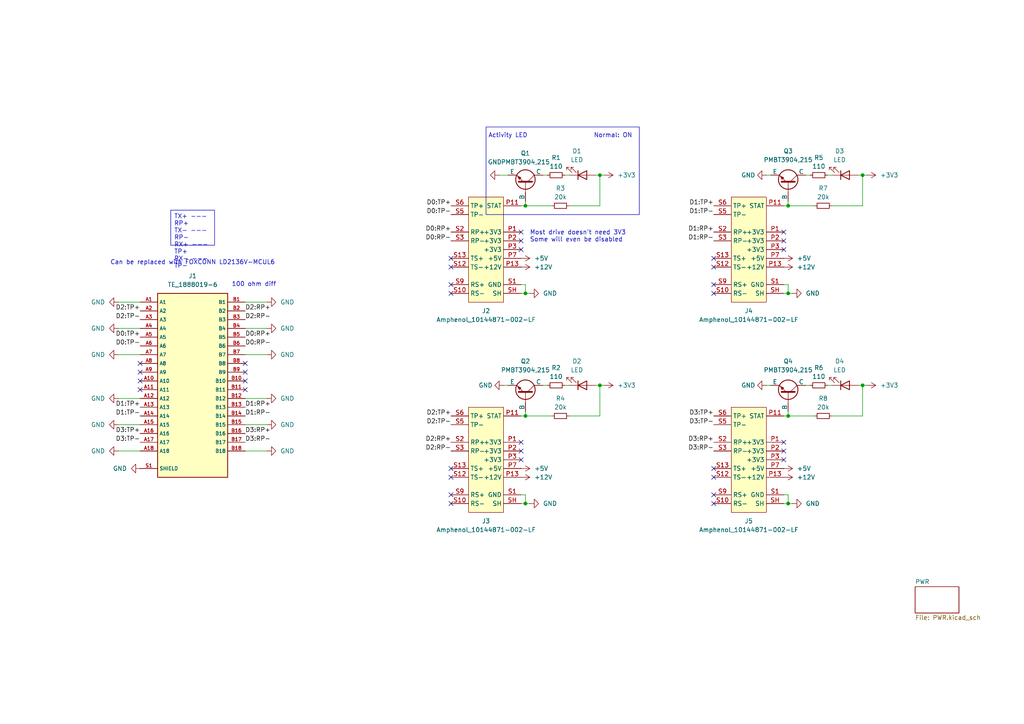
<source format=kicad_sch>
(kicad_sch
	(version 20231120)
	(generator "eeschema")
	(generator_version "8.0")
	(uuid "54134db7-1ef2-4b6d-bc86-a083e934a997")
	(paper "A4")
	(title_block
		(title "Backplane - Data")
		(date "2024-05-28")
		(rev "1.5")
		(company "DEFDES")
	)
	(lib_symbols
		(symbol "Amphenol_10144871-002-LF_1"
			(exclude_from_sim no)
			(in_bom yes)
			(on_board yes)
			(property "Reference" "J"
				(at 25.4 15.24 0)
				(effects
					(font
						(size 1.27 1.27)
					)
					(justify left top)
				)
			)
			(property "Value" "Amphenol_10144871-002-LF"
				(at 25.4 10.16 0)
				(effects
					(font
						(size 1.27 1.27)
					)
					(justify left top)
				)
			)
			(property "Footprint" "Library:Amphenol_10144871"
				(at 25.4 12.7 0)
				(effects
					(font
						(size 1.27 1.27)
					)
					(justify left top)
					(hide yes)
				)
			)
			(property "Datasheet" "https://cdn.amphenol-cs.com/media/wysiwyg/files/drawing/10144871.pdf"
				(at 25.4 5.08 0)
				(effects
					(font
						(size 1.27 1.27)
					)
					(justify left top)
					(hide yes)
				)
			)
			(property "Description" "29Pin 12 Gb/s SAS 3.0 connector"
				(at 25.4 7.62 0)
				(effects
					(font
						(size 1.27 1.27)
					)
					(justify left top)
					(hide yes)
				)
			)
			(property "ki_keywords" "SAS 3.0 Connectors, Storage & Server System, Receptacle, Vertical, Surface Mount, 29 Positions, 12Gb/s"
				(at 0 0 0)
				(effects
					(font
						(size 1.27 1.27)
					)
					(hide yes)
				)
			)
			(symbol "Amphenol_10144871-002-LF_1_0_0"
				(pin power_in line
					(at 10.16 5.08 180)
					(length 5.08)
					(name "+3V3"
						(effects
							(font
								(size 1.27 1.27)
							)
						)
					)
					(number "P1"
						(effects
							(font
								(size 1.27 1.27)
							)
						)
					)
				)
				(pin passive line
					(at 10.16 -10.16 180)
					(length 5.08) hide
					(name "GND"
						(effects
							(font
								(size 1.27 1.27)
							)
						)
					)
					(number "P10"
						(effects
							(font
								(size 1.27 1.27)
							)
						)
					)
				)
				(pin passive line
					(at 10.16 -10.16 180)
					(length 5.08) hide
					(name "GND"
						(effects
							(font
								(size 1.27 1.27)
							)
						)
					)
					(number "P12"
						(effects
							(font
								(size 1.27 1.27)
							)
						)
					)
				)
				(pin power_in line
					(at 10.16 -5.08 180)
					(length 5.08)
					(name "+12V"
						(effects
							(font
								(size 1.27 1.27)
							)
						)
					)
					(number "P13"
						(effects
							(font
								(size 1.27 1.27)
							)
						)
					)
				)
				(pin power_in line
					(at 10.16 -5.08 180)
					(length 5.08) hide
					(name "+12V"
						(effects
							(font
								(size 1.27 1.27)
							)
						)
					)
					(number "P14"
						(effects
							(font
								(size 1.27 1.27)
							)
						)
					)
				)
				(pin power_in line
					(at 10.16 -5.08 180)
					(length 5.08) hide
					(name "+12V"
						(effects
							(font
								(size 1.27 1.27)
							)
						)
					)
					(number "P15"
						(effects
							(font
								(size 1.27 1.27)
							)
						)
					)
				)
				(pin power_in line
					(at 10.16 2.54 180)
					(length 5.08)
					(name "+3V3"
						(effects
							(font
								(size 1.27 1.27)
							)
						)
					)
					(number "P2"
						(effects
							(font
								(size 1.27 1.27)
							)
						)
					)
				)
				(pin power_in line
					(at 10.16 0 180)
					(length 5.08)
					(name "+3V3"
						(effects
							(font
								(size 1.27 1.27)
							)
						)
					)
					(number "P3"
						(effects
							(font
								(size 1.27 1.27)
							)
						)
					)
				)
				(pin passive line
					(at 10.16 -10.16 180)
					(length 5.08) hide
					(name "GND"
						(effects
							(font
								(size 1.27 1.27)
							)
						)
					)
					(number "P4"
						(effects
							(font
								(size 1.27 1.27)
							)
						)
					)
				)
				(pin passive line
					(at 10.16 -10.16 180)
					(length 5.08) hide
					(name "GND"
						(effects
							(font
								(size 1.27 1.27)
							)
						)
					)
					(number "P5"
						(effects
							(font
								(size 1.27 1.27)
							)
						)
					)
				)
				(pin passive line
					(at 10.16 -10.16 180)
					(length 5.08) hide
					(name "GND"
						(effects
							(font
								(size 1.27 1.27)
							)
						)
					)
					(number "P6"
						(effects
							(font
								(size 1.27 1.27)
							)
						)
					)
				)
				(pin power_in line
					(at 10.16 -2.54 180)
					(length 5.08)
					(name "+5V"
						(effects
							(font
								(size 1.27 1.27)
							)
						)
					)
					(number "P7"
						(effects
							(font
								(size 1.27 1.27)
							)
						)
					)
				)
				(pin power_in line
					(at 10.16 -2.54 180)
					(length 5.08) hide
					(name "+5V"
						(effects
							(font
								(size 1.27 1.27)
							)
						)
					)
					(number "P8"
						(effects
							(font
								(size 1.27 1.27)
							)
						)
					)
				)
				(pin power_in line
					(at 10.16 -2.54 180)
					(length 5.08) hide
					(name "+5V"
						(effects
							(font
								(size 1.27 1.27)
							)
						)
					)
					(number "P9"
						(effects
							(font
								(size 1.27 1.27)
							)
						)
					)
				)
				(pin passive line
					(at 10.16 -10.16 180)
					(length 5.08)
					(name "GND"
						(effects
							(font
								(size 1.27 1.27)
							)
						)
					)
					(number "S1"
						(effects
							(font
								(size 1.27 1.27)
							)
						)
					)
				)
				(pin input line
					(at -10.16 -12.7 0)
					(length 5.08)
					(name "RS-"
						(effects
							(font
								(size 1.27 1.27)
							)
						)
					)
					(number "S10"
						(effects
							(font
								(size 1.27 1.27)
							)
						)
					)
				)
				(pin passive line
					(at 10.16 -10.16 180)
					(length 5.08) hide
					(name "GND"
						(effects
							(font
								(size 1.27 1.27)
							)
						)
					)
					(number "S11"
						(effects
							(font
								(size 1.27 1.27)
							)
						)
					)
				)
				(pin output line
					(at -10.16 -5.08 0)
					(length 5.08)
					(name "TS-"
						(effects
							(font
								(size 1.27 1.27)
							)
						)
					)
					(number "S12"
						(effects
							(font
								(size 1.27 1.27)
							)
						)
					)
				)
				(pin output line
					(at -10.16 -2.54 0)
					(length 5.08)
					(name "TS+"
						(effects
							(font
								(size 1.27 1.27)
							)
						)
					)
					(number "S13"
						(effects
							(font
								(size 1.27 1.27)
							)
						)
					)
				)
				(pin passive line
					(at 10.16 -10.16 180)
					(length 5.08) hide
					(name "GND"
						(effects
							(font
								(size 1.27 1.27)
							)
						)
					)
					(number "S14"
						(effects
							(font
								(size 1.27 1.27)
							)
						)
					)
				)
				(pin input line
					(at -10.16 5.08 0)
					(length 5.08)
					(name "RP+"
						(effects
							(font
								(size 1.27 1.27)
							)
						)
					)
					(number "S2"
						(effects
							(font
								(size 1.27 1.27)
							)
						)
					)
				)
				(pin input line
					(at -10.16 2.54 0)
					(length 5.08)
					(name "RP-"
						(effects
							(font
								(size 1.27 1.27)
							)
						)
					)
					(number "S3"
						(effects
							(font
								(size 1.27 1.27)
							)
						)
					)
				)
				(pin passive line
					(at 10.16 -10.16 180)
					(length 5.08) hide
					(name "GND"
						(effects
							(font
								(size 1.27 1.27)
							)
						)
					)
					(number "S4"
						(effects
							(font
								(size 1.27 1.27)
							)
						)
					)
				)
				(pin output line
					(at -10.16 10.16 0)
					(length 5.08)
					(name "TP-"
						(effects
							(font
								(size 1.27 1.27)
							)
						)
					)
					(number "S5"
						(effects
							(font
								(size 1.27 1.27)
							)
						)
					)
				)
				(pin output line
					(at -10.16 12.7 0)
					(length 5.08)
					(name "TP+"
						(effects
							(font
								(size 1.27 1.27)
							)
						)
					)
					(number "S6"
						(effects
							(font
								(size 1.27 1.27)
							)
						)
					)
				)
				(pin passive line
					(at 10.16 -10.16 180)
					(length 5.08) hide
					(name "GND"
						(effects
							(font
								(size 1.27 1.27)
							)
						)
					)
					(number "S7"
						(effects
							(font
								(size 1.27 1.27)
							)
						)
					)
				)
				(pin passive line
					(at 10.16 -10.16 180)
					(length 5.08) hide
					(name "GND"
						(effects
							(font
								(size 1.27 1.27)
							)
						)
					)
					(number "S8"
						(effects
							(font
								(size 1.27 1.27)
							)
						)
					)
				)
				(pin input line
					(at -10.16 -10.16 0)
					(length 5.08)
					(name "RS+"
						(effects
							(font
								(size 1.27 1.27)
							)
						)
					)
					(number "S9"
						(effects
							(font
								(size 1.27 1.27)
							)
						)
					)
				)
			)
			(symbol "Amphenol_10144871-002-LF_1_0_1"
				(rectangle
					(start -5.08 15.24)
					(end 5.08 -15.24)
					(stroke
						(width 0)
						(type default)
					)
					(fill
						(type background)
					)
				)
			)
			(symbol "Amphenol_10144871-002-LF_1_1_0"
				(pin open_collector line
					(at 10.16 12.7 180)
					(length 5.08)
					(name "STAT"
						(effects
							(font
								(size 1.27 1.27)
							)
						)
					)
					(number "P11"
						(effects
							(font
								(size 1.27 1.27)
							)
						)
					)
				)
				(pin passive line
					(at 10.16 -12.7 180)
					(length 5.08)
					(name "SH"
						(effects
							(font
								(size 1.27 1.27)
							)
						)
					)
					(number "SH"
						(effects
							(font
								(size 1.27 1.27)
							)
						)
					)
				)
			)
		)
		(symbol "Amphenol_10144871-002-LF_2"
			(exclude_from_sim no)
			(in_bom yes)
			(on_board yes)
			(property "Reference" "J"
				(at 25.4 15.24 0)
				(effects
					(font
						(size 1.27 1.27)
					)
					(justify left top)
				)
			)
			(property "Value" "Amphenol_10144871-002-LF"
				(at 25.4 10.16 0)
				(effects
					(font
						(size 1.27 1.27)
					)
					(justify left top)
				)
			)
			(property "Footprint" "Library:Amphenol_10144871"
				(at 25.4 12.7 0)
				(effects
					(font
						(size 1.27 1.27)
					)
					(justify left top)
					(hide yes)
				)
			)
			(property "Datasheet" "https://cdn.amphenol-cs.com/media/wysiwyg/files/drawing/10144871.pdf"
				(at 25.4 5.08 0)
				(effects
					(font
						(size 1.27 1.27)
					)
					(justify left top)
					(hide yes)
				)
			)
			(property "Description" "29Pin 12 Gb/s SAS 3.0 connector"
				(at 25.4 7.62 0)
				(effects
					(font
						(size 1.27 1.27)
					)
					(justify left top)
					(hide yes)
				)
			)
			(property "ki_keywords" "SAS 3.0 Connectors, Storage & Server System, Receptacle, Vertical, Surface Mount, 29 Positions, 12Gb/s"
				(at 0 0 0)
				(effects
					(font
						(size 1.27 1.27)
					)
					(hide yes)
				)
			)
			(symbol "Amphenol_10144871-002-LF_2_0_0"
				(pin power_in line
					(at 10.16 5.08 180)
					(length 5.08)
					(name "+3V3"
						(effects
							(font
								(size 1.27 1.27)
							)
						)
					)
					(number "P1"
						(effects
							(font
								(size 1.27 1.27)
							)
						)
					)
				)
				(pin passive line
					(at 10.16 -10.16 180)
					(length 5.08) hide
					(name "GND"
						(effects
							(font
								(size 1.27 1.27)
							)
						)
					)
					(number "P10"
						(effects
							(font
								(size 1.27 1.27)
							)
						)
					)
				)
				(pin passive line
					(at 10.16 -10.16 180)
					(length 5.08) hide
					(name "GND"
						(effects
							(font
								(size 1.27 1.27)
							)
						)
					)
					(number "P12"
						(effects
							(font
								(size 1.27 1.27)
							)
						)
					)
				)
				(pin power_in line
					(at 10.16 -5.08 180)
					(length 5.08)
					(name "+12V"
						(effects
							(font
								(size 1.27 1.27)
							)
						)
					)
					(number "P13"
						(effects
							(font
								(size 1.27 1.27)
							)
						)
					)
				)
				(pin power_in line
					(at 10.16 -5.08 180)
					(length 5.08) hide
					(name "+12V"
						(effects
							(font
								(size 1.27 1.27)
							)
						)
					)
					(number "P14"
						(effects
							(font
								(size 1.27 1.27)
							)
						)
					)
				)
				(pin power_in line
					(at 10.16 -5.08 180)
					(length 5.08) hide
					(name "+12V"
						(effects
							(font
								(size 1.27 1.27)
							)
						)
					)
					(number "P15"
						(effects
							(font
								(size 1.27 1.27)
							)
						)
					)
				)
				(pin power_in line
					(at 10.16 2.54 180)
					(length 5.08)
					(name "+3V3"
						(effects
							(font
								(size 1.27 1.27)
							)
						)
					)
					(number "P2"
						(effects
							(font
								(size 1.27 1.27)
							)
						)
					)
				)
				(pin power_in line
					(at 10.16 0 180)
					(length 5.08)
					(name "+3V3"
						(effects
							(font
								(size 1.27 1.27)
							)
						)
					)
					(number "P3"
						(effects
							(font
								(size 1.27 1.27)
							)
						)
					)
				)
				(pin passive line
					(at 10.16 -10.16 180)
					(length 5.08) hide
					(name "GND"
						(effects
							(font
								(size 1.27 1.27)
							)
						)
					)
					(number "P4"
						(effects
							(font
								(size 1.27 1.27)
							)
						)
					)
				)
				(pin passive line
					(at 10.16 -10.16 180)
					(length 5.08) hide
					(name "GND"
						(effects
							(font
								(size 1.27 1.27)
							)
						)
					)
					(number "P5"
						(effects
							(font
								(size 1.27 1.27)
							)
						)
					)
				)
				(pin passive line
					(at 10.16 -10.16 180)
					(length 5.08) hide
					(name "GND"
						(effects
							(font
								(size 1.27 1.27)
							)
						)
					)
					(number "P6"
						(effects
							(font
								(size 1.27 1.27)
							)
						)
					)
				)
				(pin power_in line
					(at 10.16 -2.54 180)
					(length 5.08)
					(name "+5V"
						(effects
							(font
								(size 1.27 1.27)
							)
						)
					)
					(number "P7"
						(effects
							(font
								(size 1.27 1.27)
							)
						)
					)
				)
				(pin power_in line
					(at 10.16 -2.54 180)
					(length 5.08) hide
					(name "+5V"
						(effects
							(font
								(size 1.27 1.27)
							)
						)
					)
					(number "P8"
						(effects
							(font
								(size 1.27 1.27)
							)
						)
					)
				)
				(pin power_in line
					(at 10.16 -2.54 180)
					(length 5.08) hide
					(name "+5V"
						(effects
							(font
								(size 1.27 1.27)
							)
						)
					)
					(number "P9"
						(effects
							(font
								(size 1.27 1.27)
							)
						)
					)
				)
				(pin passive line
					(at 10.16 -10.16 180)
					(length 5.08)
					(name "GND"
						(effects
							(font
								(size 1.27 1.27)
							)
						)
					)
					(number "S1"
						(effects
							(font
								(size 1.27 1.27)
							)
						)
					)
				)
				(pin input line
					(at -10.16 -12.7 0)
					(length 5.08)
					(name "RS-"
						(effects
							(font
								(size 1.27 1.27)
							)
						)
					)
					(number "S10"
						(effects
							(font
								(size 1.27 1.27)
							)
						)
					)
				)
				(pin passive line
					(at 10.16 -10.16 180)
					(length 5.08) hide
					(name "GND"
						(effects
							(font
								(size 1.27 1.27)
							)
						)
					)
					(number "S11"
						(effects
							(font
								(size 1.27 1.27)
							)
						)
					)
				)
				(pin output line
					(at -10.16 -5.08 0)
					(length 5.08)
					(name "TS-"
						(effects
							(font
								(size 1.27 1.27)
							)
						)
					)
					(number "S12"
						(effects
							(font
								(size 1.27 1.27)
							)
						)
					)
				)
				(pin output line
					(at -10.16 -2.54 0)
					(length 5.08)
					(name "TS+"
						(effects
							(font
								(size 1.27 1.27)
							)
						)
					)
					(number "S13"
						(effects
							(font
								(size 1.27 1.27)
							)
						)
					)
				)
				(pin passive line
					(at 10.16 -10.16 180)
					(length 5.08) hide
					(name "GND"
						(effects
							(font
								(size 1.27 1.27)
							)
						)
					)
					(number "S14"
						(effects
							(font
								(size 1.27 1.27)
							)
						)
					)
				)
				(pin input line
					(at -10.16 5.08 0)
					(length 5.08)
					(name "RP+"
						(effects
							(font
								(size 1.27 1.27)
							)
						)
					)
					(number "S2"
						(effects
							(font
								(size 1.27 1.27)
							)
						)
					)
				)
				(pin input line
					(at -10.16 2.54 0)
					(length 5.08)
					(name "RP-"
						(effects
							(font
								(size 1.27 1.27)
							)
						)
					)
					(number "S3"
						(effects
							(font
								(size 1.27 1.27)
							)
						)
					)
				)
				(pin passive line
					(at 10.16 -10.16 180)
					(length 5.08) hide
					(name "GND"
						(effects
							(font
								(size 1.27 1.27)
							)
						)
					)
					(number "S4"
						(effects
							(font
								(size 1.27 1.27)
							)
						)
					)
				)
				(pin output line
					(at -10.16 10.16 0)
					(length 5.08)
					(name "TP-"
						(effects
							(font
								(size 1.27 1.27)
							)
						)
					)
					(number "S5"
						(effects
							(font
								(size 1.27 1.27)
							)
						)
					)
				)
				(pin output line
					(at -10.16 12.7 0)
					(length 5.08)
					(name "TP+"
						(effects
							(font
								(size 1.27 1.27)
							)
						)
					)
					(number "S6"
						(effects
							(font
								(size 1.27 1.27)
							)
						)
					)
				)
				(pin passive line
					(at 10.16 -10.16 180)
					(length 5.08) hide
					(name "GND"
						(effects
							(font
								(size 1.27 1.27)
							)
						)
					)
					(number "S7"
						(effects
							(font
								(size 1.27 1.27)
							)
						)
					)
				)
				(pin passive line
					(at 10.16 -10.16 180)
					(length 5.08) hide
					(name "GND"
						(effects
							(font
								(size 1.27 1.27)
							)
						)
					)
					(number "S8"
						(effects
							(font
								(size 1.27 1.27)
							)
						)
					)
				)
				(pin input line
					(at -10.16 -10.16 0)
					(length 5.08)
					(name "RS+"
						(effects
							(font
								(size 1.27 1.27)
							)
						)
					)
					(number "S9"
						(effects
							(font
								(size 1.27 1.27)
							)
						)
					)
				)
			)
			(symbol "Amphenol_10144871-002-LF_2_0_1"
				(rectangle
					(start -5.08 15.24)
					(end 5.08 -15.24)
					(stroke
						(width 0)
						(type default)
					)
					(fill
						(type background)
					)
				)
			)
			(symbol "Amphenol_10144871-002-LF_2_1_0"
				(pin open_collector line
					(at 10.16 12.7 180)
					(length 5.08)
					(name "STAT"
						(effects
							(font
								(size 1.27 1.27)
							)
						)
					)
					(number "P11"
						(effects
							(font
								(size 1.27 1.27)
							)
						)
					)
				)
				(pin passive line
					(at 10.16 -12.7 180)
					(length 5.08)
					(name "SH"
						(effects
							(font
								(size 1.27 1.27)
							)
						)
					)
					(number "SH"
						(effects
							(font
								(size 1.27 1.27)
							)
						)
					)
				)
			)
		)
		(symbol "Amphenol_10144871-002-LF_3"
			(exclude_from_sim no)
			(in_bom yes)
			(on_board yes)
			(property "Reference" "J"
				(at 25.4 15.24 0)
				(effects
					(font
						(size 1.27 1.27)
					)
					(justify left top)
				)
			)
			(property "Value" "Amphenol_10144871-002-LF"
				(at 25.4 10.16 0)
				(effects
					(font
						(size 1.27 1.27)
					)
					(justify left top)
				)
			)
			(property "Footprint" "Library:Amphenol_10144871"
				(at 25.4 12.7 0)
				(effects
					(font
						(size 1.27 1.27)
					)
					(justify left top)
					(hide yes)
				)
			)
			(property "Datasheet" "https://cdn.amphenol-cs.com/media/wysiwyg/files/drawing/10144871.pdf"
				(at 25.4 5.08 0)
				(effects
					(font
						(size 1.27 1.27)
					)
					(justify left top)
					(hide yes)
				)
			)
			(property "Description" "29Pin 12 Gb/s SAS 3.0 connector"
				(at 25.4 7.62 0)
				(effects
					(font
						(size 1.27 1.27)
					)
					(justify left top)
					(hide yes)
				)
			)
			(property "ki_keywords" "SAS 3.0 Connectors, Storage & Server System, Receptacle, Vertical, Surface Mount, 29 Positions, 12Gb/s"
				(at 0 0 0)
				(effects
					(font
						(size 1.27 1.27)
					)
					(hide yes)
				)
			)
			(symbol "Amphenol_10144871-002-LF_3_0_0"
				(pin power_in line
					(at 10.16 5.08 180)
					(length 5.08)
					(name "+3V3"
						(effects
							(font
								(size 1.27 1.27)
							)
						)
					)
					(number "P1"
						(effects
							(font
								(size 1.27 1.27)
							)
						)
					)
				)
				(pin passive line
					(at 10.16 -10.16 180)
					(length 5.08) hide
					(name "GND"
						(effects
							(font
								(size 1.27 1.27)
							)
						)
					)
					(number "P10"
						(effects
							(font
								(size 1.27 1.27)
							)
						)
					)
				)
				(pin passive line
					(at 10.16 -10.16 180)
					(length 5.08) hide
					(name "GND"
						(effects
							(font
								(size 1.27 1.27)
							)
						)
					)
					(number "P12"
						(effects
							(font
								(size 1.27 1.27)
							)
						)
					)
				)
				(pin power_in line
					(at 10.16 -5.08 180)
					(length 5.08)
					(name "+12V"
						(effects
							(font
								(size 1.27 1.27)
							)
						)
					)
					(number "P13"
						(effects
							(font
								(size 1.27 1.27)
							)
						)
					)
				)
				(pin power_in line
					(at 10.16 -5.08 180)
					(length 5.08) hide
					(name "+12V"
						(effects
							(font
								(size 1.27 1.27)
							)
						)
					)
					(number "P14"
						(effects
							(font
								(size 1.27 1.27)
							)
						)
					)
				)
				(pin power_in line
					(at 10.16 -5.08 180)
					(length 5.08) hide
					(name "+12V"
						(effects
							(font
								(size 1.27 1.27)
							)
						)
					)
					(number "P15"
						(effects
							(font
								(size 1.27 1.27)
							)
						)
					)
				)
				(pin power_in line
					(at 10.16 2.54 180)
					(length 5.08)
					(name "+3V3"
						(effects
							(font
								(size 1.27 1.27)
							)
						)
					)
					(number "P2"
						(effects
							(font
								(size 1.27 1.27)
							)
						)
					)
				)
				(pin power_in line
					(at 10.16 0 180)
					(length 5.08)
					(name "+3V3"
						(effects
							(font
								(size 1.27 1.27)
							)
						)
					)
					(number "P3"
						(effects
							(font
								(size 1.27 1.27)
							)
						)
					)
				)
				(pin passive line
					(at 10.16 -10.16 180)
					(length 5.08) hide
					(name "GND"
						(effects
							(font
								(size 1.27 1.27)
							)
						)
					)
					(number "P4"
						(effects
							(font
								(size 1.27 1.27)
							)
						)
					)
				)
				(pin passive line
					(at 10.16 -10.16 180)
					(length 5.08) hide
					(name "GND"
						(effects
							(font
								(size 1.27 1.27)
							)
						)
					)
					(number "P5"
						(effects
							(font
								(size 1.27 1.27)
							)
						)
					)
				)
				(pin passive line
					(at 10.16 -10.16 180)
					(length 5.08) hide
					(name "GND"
						(effects
							(font
								(size 1.27 1.27)
							)
						)
					)
					(number "P6"
						(effects
							(font
								(size 1.27 1.27)
							)
						)
					)
				)
				(pin power_in line
					(at 10.16 -2.54 180)
					(length 5.08)
					(name "+5V"
						(effects
							(font
								(size 1.27 1.27)
							)
						)
					)
					(number "P7"
						(effects
							(font
								(size 1.27 1.27)
							)
						)
					)
				)
				(pin power_in line
					(at 10.16 -2.54 180)
					(length 5.08) hide
					(name "+5V"
						(effects
							(font
								(size 1.27 1.27)
							)
						)
					)
					(number "P8"
						(effects
							(font
								(size 1.27 1.27)
							)
						)
					)
				)
				(pin power_in line
					(at 10.16 -2.54 180)
					(length 5.08) hide
					(name "+5V"
						(effects
							(font
								(size 1.27 1.27)
							)
						)
					)
					(number "P9"
						(effects
							(font
								(size 1.27 1.27)
							)
						)
					)
				)
				(pin passive line
					(at 10.16 -10.16 180)
					(length 5.08)
					(name "GND"
						(effects
							(font
								(size 1.27 1.27)
							)
						)
					)
					(number "S1"
						(effects
							(font
								(size 1.27 1.27)
							)
						)
					)
				)
				(pin input line
					(at -10.16 -12.7 0)
					(length 5.08)
					(name "RS-"
						(effects
							(font
								(size 1.27 1.27)
							)
						)
					)
					(number "S10"
						(effects
							(font
								(size 1.27 1.27)
							)
						)
					)
				)
				(pin passive line
					(at 10.16 -10.16 180)
					(length 5.08) hide
					(name "GND"
						(effects
							(font
								(size 1.27 1.27)
							)
						)
					)
					(number "S11"
						(effects
							(font
								(size 1.27 1.27)
							)
						)
					)
				)
				(pin output line
					(at -10.16 -5.08 0)
					(length 5.08)
					(name "TS-"
						(effects
							(font
								(size 1.27 1.27)
							)
						)
					)
					(number "S12"
						(effects
							(font
								(size 1.27 1.27)
							)
						)
					)
				)
				(pin output line
					(at -10.16 -2.54 0)
					(length 5.08)
					(name "TS+"
						(effects
							(font
								(size 1.27 1.27)
							)
						)
					)
					(number "S13"
						(effects
							(font
								(size 1.27 1.27)
							)
						)
					)
				)
				(pin passive line
					(at 10.16 -10.16 180)
					(length 5.08) hide
					(name "GND"
						(effects
							(font
								(size 1.27 1.27)
							)
						)
					)
					(number "S14"
						(effects
							(font
								(size 1.27 1.27)
							)
						)
					)
				)
				(pin input line
					(at -10.16 5.08 0)
					(length 5.08)
					(name "RP+"
						(effects
							(font
								(size 1.27 1.27)
							)
						)
					)
					(number "S2"
						(effects
							(font
								(size 1.27 1.27)
							)
						)
					)
				)
				(pin input line
					(at -10.16 2.54 0)
					(length 5.08)
					(name "RP-"
						(effects
							(font
								(size 1.27 1.27)
							)
						)
					)
					(number "S3"
						(effects
							(font
								(size 1.27 1.27)
							)
						)
					)
				)
				(pin passive line
					(at 10.16 -10.16 180)
					(length 5.08) hide
					(name "GND"
						(effects
							(font
								(size 1.27 1.27)
							)
						)
					)
					(number "S4"
						(effects
							(font
								(size 1.27 1.27)
							)
						)
					)
				)
				(pin output line
					(at -10.16 10.16 0)
					(length 5.08)
					(name "TP-"
						(effects
							(font
								(size 1.27 1.27)
							)
						)
					)
					(number "S5"
						(effects
							(font
								(size 1.27 1.27)
							)
						)
					)
				)
				(pin output line
					(at -10.16 12.7 0)
					(length 5.08)
					(name "TP+"
						(effects
							(font
								(size 1.27 1.27)
							)
						)
					)
					(number "S6"
						(effects
							(font
								(size 1.27 1.27)
							)
						)
					)
				)
				(pin passive line
					(at 10.16 -10.16 180)
					(length 5.08) hide
					(name "GND"
						(effects
							(font
								(size 1.27 1.27)
							)
						)
					)
					(number "S7"
						(effects
							(font
								(size 1.27 1.27)
							)
						)
					)
				)
				(pin passive line
					(at 10.16 -10.16 180)
					(length 5.08) hide
					(name "GND"
						(effects
							(font
								(size 1.27 1.27)
							)
						)
					)
					(number "S8"
						(effects
							(font
								(size 1.27 1.27)
							)
						)
					)
				)
				(pin input line
					(at -10.16 -10.16 0)
					(length 5.08)
					(name "RS+"
						(effects
							(font
								(size 1.27 1.27)
							)
						)
					)
					(number "S9"
						(effects
							(font
								(size 1.27 1.27)
							)
						)
					)
				)
			)
			(symbol "Amphenol_10144871-002-LF_3_0_1"
				(rectangle
					(start -5.08 15.24)
					(end 5.08 -15.24)
					(stroke
						(width 0)
						(type default)
					)
					(fill
						(type background)
					)
				)
			)
			(symbol "Amphenol_10144871-002-LF_3_1_0"
				(pin open_collector line
					(at 10.16 12.7 180)
					(length 5.08)
					(name "STAT"
						(effects
							(font
								(size 1.27 1.27)
							)
						)
					)
					(number "P11"
						(effects
							(font
								(size 1.27 1.27)
							)
						)
					)
				)
				(pin passive line
					(at 10.16 -12.7 180)
					(length 5.08)
					(name "SH"
						(effects
							(font
								(size 1.27 1.27)
							)
						)
					)
					(number "SH"
						(effects
							(font
								(size 1.27 1.27)
							)
						)
					)
				)
			)
		)
		(symbol "Amphenol_10144871-002-LF_4"
			(exclude_from_sim no)
			(in_bom yes)
			(on_board yes)
			(property "Reference" "J"
				(at 25.4 15.24 0)
				(effects
					(font
						(size 1.27 1.27)
					)
					(justify left top)
				)
			)
			(property "Value" "Amphenol_10144871-002-LF"
				(at 25.4 10.16 0)
				(effects
					(font
						(size 1.27 1.27)
					)
					(justify left top)
				)
			)
			(property "Footprint" "Library:Amphenol_10144871"
				(at 25.4 12.7 0)
				(effects
					(font
						(size 1.27 1.27)
					)
					(justify left top)
					(hide yes)
				)
			)
			(property "Datasheet" "https://cdn.amphenol-cs.com/media/wysiwyg/files/drawing/10144871.pdf"
				(at 25.4 5.08 0)
				(effects
					(font
						(size 1.27 1.27)
					)
					(justify left top)
					(hide yes)
				)
			)
			(property "Description" "29Pin 12 Gb/s SAS 3.0 connector"
				(at 25.4 7.62 0)
				(effects
					(font
						(size 1.27 1.27)
					)
					(justify left top)
					(hide yes)
				)
			)
			(property "ki_keywords" "SAS 3.0 Connectors, Storage & Server System, Receptacle, Vertical, Surface Mount, 29 Positions, 12Gb/s"
				(at 0 0 0)
				(effects
					(font
						(size 1.27 1.27)
					)
					(hide yes)
				)
			)
			(symbol "Amphenol_10144871-002-LF_4_0_0"
				(pin power_in line
					(at 10.16 5.08 180)
					(length 5.08)
					(name "+3V3"
						(effects
							(font
								(size 1.27 1.27)
							)
						)
					)
					(number "P1"
						(effects
							(font
								(size 1.27 1.27)
							)
						)
					)
				)
				(pin passive line
					(at 10.16 -10.16 180)
					(length 5.08) hide
					(name "GND"
						(effects
							(font
								(size 1.27 1.27)
							)
						)
					)
					(number "P10"
						(effects
							(font
								(size 1.27 1.27)
							)
						)
					)
				)
				(pin passive line
					(at 10.16 -10.16 180)
					(length 5.08) hide
					(name "GND"
						(effects
							(font
								(size 1.27 1.27)
							)
						)
					)
					(number "P12"
						(effects
							(font
								(size 1.27 1.27)
							)
						)
					)
				)
				(pin power_in line
					(at 10.16 -5.08 180)
					(length 5.08)
					(name "+12V"
						(effects
							(font
								(size 1.27 1.27)
							)
						)
					)
					(number "P13"
						(effects
							(font
								(size 1.27 1.27)
							)
						)
					)
				)
				(pin power_in line
					(at 10.16 -5.08 180)
					(length 5.08) hide
					(name "+12V"
						(effects
							(font
								(size 1.27 1.27)
							)
						)
					)
					(number "P14"
						(effects
							(font
								(size 1.27 1.27)
							)
						)
					)
				)
				(pin power_in line
					(at 10.16 -5.08 180)
					(length 5.08) hide
					(name "+12V"
						(effects
							(font
								(size 1.27 1.27)
							)
						)
					)
					(number "P15"
						(effects
							(font
								(size 1.27 1.27)
							)
						)
					)
				)
				(pin power_in line
					(at 10.16 2.54 180)
					(length 5.08)
					(name "+3V3"
						(effects
							(font
								(size 1.27 1.27)
							)
						)
					)
					(number "P2"
						(effects
							(font
								(size 1.27 1.27)
							)
						)
					)
				)
				(pin power_in line
					(at 10.16 0 180)
					(length 5.08)
					(name "+3V3"
						(effects
							(font
								(size 1.27 1.27)
							)
						)
					)
					(number "P3"
						(effects
							(font
								(size 1.27 1.27)
							)
						)
					)
				)
				(pin passive line
					(at 10.16 -10.16 180)
					(length 5.08) hide
					(name "GND"
						(effects
							(font
								(size 1.27 1.27)
							)
						)
					)
					(number "P4"
						(effects
							(font
								(size 1.27 1.27)
							)
						)
					)
				)
				(pin passive line
					(at 10.16 -10.16 180)
					(length 5.08) hide
					(name "GND"
						(effects
							(font
								(size 1.27 1.27)
							)
						)
					)
					(number "P5"
						(effects
							(font
								(size 1.27 1.27)
							)
						)
					)
				)
				(pin passive line
					(at 10.16 -10.16 180)
					(length 5.08) hide
					(name "GND"
						(effects
							(font
								(size 1.27 1.27)
							)
						)
					)
					(number "P6"
						(effects
							(font
								(size 1.27 1.27)
							)
						)
					)
				)
				(pin power_in line
					(at 10.16 -2.54 180)
					(length 5.08)
					(name "+5V"
						(effects
							(font
								(size 1.27 1.27)
							)
						)
					)
					(number "P7"
						(effects
							(font
								(size 1.27 1.27)
							)
						)
					)
				)
				(pin power_in line
					(at 10.16 -2.54 180)
					(length 5.08) hide
					(name "+5V"
						(effects
							(font
								(size 1.27 1.27)
							)
						)
					)
					(number "P8"
						(effects
							(font
								(size 1.27 1.27)
							)
						)
					)
				)
				(pin power_in line
					(at 10.16 -2.54 180)
					(length 5.08) hide
					(name "+5V"
						(effects
							(font
								(size 1.27 1.27)
							)
						)
					)
					(number "P9"
						(effects
							(font
								(size 1.27 1.27)
							)
						)
					)
				)
				(pin passive line
					(at 10.16 -10.16 180)
					(length 5.08)
					(name "GND"
						(effects
							(font
								(size 1.27 1.27)
							)
						)
					)
					(number "S1"
						(effects
							(font
								(size 1.27 1.27)
							)
						)
					)
				)
				(pin input line
					(at -10.16 -12.7 0)
					(length 5.08)
					(name "RS-"
						(effects
							(font
								(size 1.27 1.27)
							)
						)
					)
					(number "S10"
						(effects
							(font
								(size 1.27 1.27)
							)
						)
					)
				)
				(pin passive line
					(at 10.16 -10.16 180)
					(length 5.08) hide
					(name "GND"
						(effects
							(font
								(size 1.27 1.27)
							)
						)
					)
					(number "S11"
						(effects
							(font
								(size 1.27 1.27)
							)
						)
					)
				)
				(pin output line
					(at -10.16 -5.08 0)
					(length 5.08)
					(name "TS-"
						(effects
							(font
								(size 1.27 1.27)
							)
						)
					)
					(number "S12"
						(effects
							(font
								(size 1.27 1.27)
							)
						)
					)
				)
				(pin output line
					(at -10.16 -2.54 0)
					(length 5.08)
					(name "TS+"
						(effects
							(font
								(size 1.27 1.27)
							)
						)
					)
					(number "S13"
						(effects
							(font
								(size 1.27 1.27)
							)
						)
					)
				)
				(pin passive line
					(at 10.16 -10.16 180)
					(length 5.08) hide
					(name "GND"
						(effects
							(font
								(size 1.27 1.27)
							)
						)
					)
					(number "S14"
						(effects
							(font
								(size 1.27 1.27)
							)
						)
					)
				)
				(pin input line
					(at -10.16 5.08 0)
					(length 5.08)
					(name "RP+"
						(effects
							(font
								(size 1.27 1.27)
							)
						)
					)
					(number "S2"
						(effects
							(font
								(size 1.27 1.27)
							)
						)
					)
				)
				(pin input line
					(at -10.16 2.54 0)
					(length 5.08)
					(name "RP-"
						(effects
							(font
								(size 1.27 1.27)
							)
						)
					)
					(number "S3"
						(effects
							(font
								(size 1.27 1.27)
							)
						)
					)
				)
				(pin passive line
					(at 10.16 -10.16 180)
					(length 5.08) hide
					(name "GND"
						(effects
							(font
								(size 1.27 1.27)
							)
						)
					)
					(number "S4"
						(effects
							(font
								(size 1.27 1.27)
							)
						)
					)
				)
				(pin output line
					(at -10.16 10.16 0)
					(length 5.08)
					(name "TP-"
						(effects
							(font
								(size 1.27 1.27)
							)
						)
					)
					(number "S5"
						(effects
							(font
								(size 1.27 1.27)
							)
						)
					)
				)
				(pin output line
					(at -10.16 12.7 0)
					(length 5.08)
					(name "TP+"
						(effects
							(font
								(size 1.27 1.27)
							)
						)
					)
					(number "S6"
						(effects
							(font
								(size 1.27 1.27)
							)
						)
					)
				)
				(pin passive line
					(at 10.16 -10.16 180)
					(length 5.08) hide
					(name "GND"
						(effects
							(font
								(size 1.27 1.27)
							)
						)
					)
					(number "S7"
						(effects
							(font
								(size 1.27 1.27)
							)
						)
					)
				)
				(pin passive line
					(at 10.16 -10.16 180)
					(length 5.08) hide
					(name "GND"
						(effects
							(font
								(size 1.27 1.27)
							)
						)
					)
					(number "S8"
						(effects
							(font
								(size 1.27 1.27)
							)
						)
					)
				)
				(pin input line
					(at -10.16 -10.16 0)
					(length 5.08)
					(name "RS+"
						(effects
							(font
								(size 1.27 1.27)
							)
						)
					)
					(number "S9"
						(effects
							(font
								(size 1.27 1.27)
							)
						)
					)
				)
			)
			(symbol "Amphenol_10144871-002-LF_4_0_1"
				(rectangle
					(start -5.08 15.24)
					(end 5.08 -15.24)
					(stroke
						(width 0)
						(type default)
					)
					(fill
						(type background)
					)
				)
			)
			(symbol "Amphenol_10144871-002-LF_4_1_0"
				(pin open_collector line
					(at 10.16 12.7 180)
					(length 5.08)
					(name "STAT"
						(effects
							(font
								(size 1.27 1.27)
							)
						)
					)
					(number "P11"
						(effects
							(font
								(size 1.27 1.27)
							)
						)
					)
				)
				(pin passive line
					(at 10.16 -12.7 180)
					(length 5.08)
					(name "SH"
						(effects
							(font
								(size 1.27 1.27)
							)
						)
					)
					(number "SH"
						(effects
							(font
								(size 1.27 1.27)
							)
						)
					)
				)
			)
		)
		(symbol "Device:LED"
			(pin_numbers hide)
			(pin_names
				(offset 1.016) hide)
			(exclude_from_sim no)
			(in_bom yes)
			(on_board yes)
			(property "Reference" "D"
				(at 0 2.54 0)
				(effects
					(font
						(size 1.27 1.27)
					)
				)
			)
			(property "Value" "LED"
				(at 0 -2.54 0)
				(effects
					(font
						(size 1.27 1.27)
					)
				)
			)
			(property "Footprint" ""
				(at 0 0 0)
				(effects
					(font
						(size 1.27 1.27)
					)
					(hide yes)
				)
			)
			(property "Datasheet" "~"
				(at 0 0 0)
				(effects
					(font
						(size 1.27 1.27)
					)
					(hide yes)
				)
			)
			(property "Description" "Light emitting diode"
				(at 0 0 0)
				(effects
					(font
						(size 1.27 1.27)
					)
					(hide yes)
				)
			)
			(property "ki_keywords" "LED diode"
				(at 0 0 0)
				(effects
					(font
						(size 1.27 1.27)
					)
					(hide yes)
				)
			)
			(property "ki_fp_filters" "LED* LED_SMD:* LED_THT:*"
				(at 0 0 0)
				(effects
					(font
						(size 1.27 1.27)
					)
					(hide yes)
				)
			)
			(symbol "LED_0_1"
				(polyline
					(pts
						(xy -1.27 -1.27) (xy -1.27 1.27)
					)
					(stroke
						(width 0.254)
						(type default)
					)
					(fill
						(type none)
					)
				)
				(polyline
					(pts
						(xy -1.27 0) (xy 1.27 0)
					)
					(stroke
						(width 0)
						(type default)
					)
					(fill
						(type none)
					)
				)
				(polyline
					(pts
						(xy 1.27 -1.27) (xy 1.27 1.27) (xy -1.27 0) (xy 1.27 -1.27)
					)
					(stroke
						(width 0.254)
						(type default)
					)
					(fill
						(type none)
					)
				)
				(polyline
					(pts
						(xy -3.048 -0.762) (xy -4.572 -2.286) (xy -3.81 -2.286) (xy -4.572 -2.286) (xy -4.572 -1.524)
					)
					(stroke
						(width 0)
						(type default)
					)
					(fill
						(type none)
					)
				)
				(polyline
					(pts
						(xy -1.778 -0.762) (xy -3.302 -2.286) (xy -2.54 -2.286) (xy -3.302 -2.286) (xy -3.302 -1.524)
					)
					(stroke
						(width 0)
						(type default)
					)
					(fill
						(type none)
					)
				)
			)
			(symbol "LED_1_1"
				(pin passive line
					(at -3.81 0 0)
					(length 2.54)
					(name "K"
						(effects
							(font
								(size 1.27 1.27)
							)
						)
					)
					(number "1"
						(effects
							(font
								(size 1.27 1.27)
							)
						)
					)
				)
				(pin passive line
					(at 3.81 0 180)
					(length 2.54)
					(name "A"
						(effects
							(font
								(size 1.27 1.27)
							)
						)
					)
					(number "2"
						(effects
							(font
								(size 1.27 1.27)
							)
						)
					)
				)
			)
		)
		(symbol "Device:R_Small"
			(pin_numbers hide)
			(pin_names
				(offset 0.254) hide)
			(exclude_from_sim no)
			(in_bom yes)
			(on_board yes)
			(property "Reference" "R"
				(at 0.762 0.508 0)
				(effects
					(font
						(size 1.27 1.27)
					)
					(justify left)
				)
			)
			(property "Value" "R_Small"
				(at 0.762 -1.016 0)
				(effects
					(font
						(size 1.27 1.27)
					)
					(justify left)
				)
			)
			(property "Footprint" ""
				(at 0 0 0)
				(effects
					(font
						(size 1.27 1.27)
					)
					(hide yes)
				)
			)
			(property "Datasheet" "~"
				(at 0 0 0)
				(effects
					(font
						(size 1.27 1.27)
					)
					(hide yes)
				)
			)
			(property "Description" "Resistor, small symbol"
				(at 0 0 0)
				(effects
					(font
						(size 1.27 1.27)
					)
					(hide yes)
				)
			)
			(property "ki_keywords" "R resistor"
				(at 0 0 0)
				(effects
					(font
						(size 1.27 1.27)
					)
					(hide yes)
				)
			)
			(property "ki_fp_filters" "R_*"
				(at 0 0 0)
				(effects
					(font
						(size 1.27 1.27)
					)
					(hide yes)
				)
			)
			(symbol "R_Small_0_1"
				(rectangle
					(start -0.762 1.778)
					(end 0.762 -1.778)
					(stroke
						(width 0.2032)
						(type default)
					)
					(fill
						(type none)
					)
				)
			)
			(symbol "R_Small_1_1"
				(pin passive line
					(at 0 2.54 270)
					(length 0.762)
					(name "~"
						(effects
							(font
								(size 1.27 1.27)
							)
						)
					)
					(number "1"
						(effects
							(font
								(size 1.27 1.27)
							)
						)
					)
				)
				(pin passive line
					(at 0 -2.54 90)
					(length 0.762)
					(name "~"
						(effects
							(font
								(size 1.27 1.27)
							)
						)
					)
					(number "2"
						(effects
							(font
								(size 1.27 1.27)
							)
						)
					)
				)
			)
		)
		(symbol "Library:TE_1888019-6"
			(exclude_from_sim no)
			(in_bom yes)
			(on_board yes)
			(property "Reference" "J"
				(at 25.4 25.4 0)
				(effects
					(font
						(size 1.27 1.27)
					)
					(justify left top)
				)
			)
			(property "Value" "TE_1888019-6"
				(at 25.4 22.86 0)
				(effects
					(font
						(size 1.27 1.27)
					)
					(justify left top)
				)
			)
			(property "Footprint" "Library:TE_1888019-6"
				(at 25.4 15.24 0)
				(effects
					(font
						(size 1.27 1.27)
					)
					(justify left top)
					(hide yes)
				)
			)
			(property "Datasheet" "https://www.te.com/commerce/DocumentDelivery/DDEController?Action=showdoc&DocId=Customer+Drawing%7F1888019%7FB4%7Fpdf%7FEnglish%7FENG_CD_1888019_B4.pdf%7F1888019-6"
				(at 25.4 17.78 0)
				(effects
					(font
						(size 1.27 1.27)
					)
					(justify left top)
					(hide yes)
				)
			)
			(property "Description" "36 pin Mini-SAS connector"
				(at 25.4 20.32 0)
				(effects
					(font
						(size 1.27 1.27)
					)
					(justify left top)
					(hide yes)
				)
			)
			(property "ki_keywords" "Mini-SAS, Receptacle, Cable-to-Board, 36 Position, 2 Row, 1 Port, Right Angle, Surface Mount, .031 in [.8 mm] Centerline, Signal, Mini-SAS"
				(at 0 0 0)
				(effects
					(font
						(size 1.27 1.27)
					)
					(hide yes)
				)
			)
			(symbol "TE_1888019-6_0_0"
				(rectangle
					(start -10.16 25.4)
					(end 10.16 -27.94)
					(stroke
						(width 0.254)
						(type default)
					)
					(fill
						(type background)
					)
				)
				(pin passive line
					(at -15.24 22.86 0)
					(length 5.08)
					(name "A1"
						(effects
							(font
								(size 1.016 1.016)
							)
						)
					)
					(number "A1"
						(effects
							(font
								(size 1.016 1.016)
							)
						)
					)
				)
				(pin passive line
					(at -15.24 0 0)
					(length 5.08)
					(name "A10"
						(effects
							(font
								(size 1.016 1.016)
							)
						)
					)
					(number "A10"
						(effects
							(font
								(size 1.016 1.016)
							)
						)
					)
				)
				(pin passive line
					(at -15.24 -2.54 0)
					(length 5.08)
					(name "A11"
						(effects
							(font
								(size 1.016 1.016)
							)
						)
					)
					(number "A11"
						(effects
							(font
								(size 1.016 1.016)
							)
						)
					)
				)
				(pin passive line
					(at -15.24 -5.08 0)
					(length 5.08)
					(name "A12"
						(effects
							(font
								(size 1.016 1.016)
							)
						)
					)
					(number "A12"
						(effects
							(font
								(size 1.016 1.016)
							)
						)
					)
				)
				(pin passive line
					(at -15.24 -7.62 0)
					(length 5.08)
					(name "A13"
						(effects
							(font
								(size 1.016 1.016)
							)
						)
					)
					(number "A13"
						(effects
							(font
								(size 1.016 1.016)
							)
						)
					)
				)
				(pin passive line
					(at -15.24 -10.16 0)
					(length 5.08)
					(name "A14"
						(effects
							(font
								(size 1.016 1.016)
							)
						)
					)
					(number "A14"
						(effects
							(font
								(size 1.016 1.016)
							)
						)
					)
				)
				(pin passive line
					(at -15.24 -12.7 0)
					(length 5.08)
					(name "A15"
						(effects
							(font
								(size 1.016 1.016)
							)
						)
					)
					(number "A15"
						(effects
							(font
								(size 1.016 1.016)
							)
						)
					)
				)
				(pin passive line
					(at -15.24 -15.24 0)
					(length 5.08)
					(name "A16"
						(effects
							(font
								(size 1.016 1.016)
							)
						)
					)
					(number "A16"
						(effects
							(font
								(size 1.016 1.016)
							)
						)
					)
				)
				(pin passive line
					(at -15.24 -17.78 0)
					(length 5.08)
					(name "A17"
						(effects
							(font
								(size 1.016 1.016)
							)
						)
					)
					(number "A17"
						(effects
							(font
								(size 1.016 1.016)
							)
						)
					)
				)
				(pin passive line
					(at -15.24 -20.32 0)
					(length 5.08)
					(name "A18"
						(effects
							(font
								(size 1.016 1.016)
							)
						)
					)
					(number "A18"
						(effects
							(font
								(size 1.016 1.016)
							)
						)
					)
				)
				(pin passive line
					(at -15.24 20.32 0)
					(length 5.08)
					(name "A2"
						(effects
							(font
								(size 1.016 1.016)
							)
						)
					)
					(number "A2"
						(effects
							(font
								(size 1.016 1.016)
							)
						)
					)
				)
				(pin passive line
					(at -15.24 17.78 0)
					(length 5.08)
					(name "A3"
						(effects
							(font
								(size 1.016 1.016)
							)
						)
					)
					(number "A3"
						(effects
							(font
								(size 1.016 1.016)
							)
						)
					)
				)
				(pin passive line
					(at -15.24 15.24 0)
					(length 5.08)
					(name "A4"
						(effects
							(font
								(size 1.016 1.016)
							)
						)
					)
					(number "A4"
						(effects
							(font
								(size 1.016 1.016)
							)
						)
					)
				)
				(pin passive line
					(at -15.24 12.7 0)
					(length 5.08)
					(name "A5"
						(effects
							(font
								(size 1.016 1.016)
							)
						)
					)
					(number "A5"
						(effects
							(font
								(size 1.016 1.016)
							)
						)
					)
				)
				(pin passive line
					(at -15.24 10.16 0)
					(length 5.08)
					(name "A6"
						(effects
							(font
								(size 1.016 1.016)
							)
						)
					)
					(number "A6"
						(effects
							(font
								(size 1.016 1.016)
							)
						)
					)
				)
				(pin passive line
					(at -15.24 7.62 0)
					(length 5.08)
					(name "A7"
						(effects
							(font
								(size 1.016 1.016)
							)
						)
					)
					(number "A7"
						(effects
							(font
								(size 1.016 1.016)
							)
						)
					)
				)
				(pin passive line
					(at -15.24 5.08 0)
					(length 5.08)
					(name "A8"
						(effects
							(font
								(size 1.016 1.016)
							)
						)
					)
					(number "A8"
						(effects
							(font
								(size 1.016 1.016)
							)
						)
					)
				)
				(pin passive line
					(at -15.24 2.54 0)
					(length 5.08)
					(name "A9"
						(effects
							(font
								(size 1.016 1.016)
							)
						)
					)
					(number "A9"
						(effects
							(font
								(size 1.016 1.016)
							)
						)
					)
				)
				(pin passive line
					(at 15.24 22.86 180)
					(length 5.08)
					(name "B1"
						(effects
							(font
								(size 1.016 1.016)
							)
						)
					)
					(number "B1"
						(effects
							(font
								(size 1.016 1.016)
							)
						)
					)
				)
				(pin passive line
					(at 15.24 0 180)
					(length 5.08)
					(name "B10"
						(effects
							(font
								(size 1.016 1.016)
							)
						)
					)
					(number "B10"
						(effects
							(font
								(size 1.016 1.016)
							)
						)
					)
				)
				(pin passive line
					(at 15.24 -2.54 180)
					(length 5.08)
					(name "B11"
						(effects
							(font
								(size 1.016 1.016)
							)
						)
					)
					(number "B11"
						(effects
							(font
								(size 1.016 1.016)
							)
						)
					)
				)
				(pin passive line
					(at 15.24 -5.08 180)
					(length 5.08)
					(name "B12"
						(effects
							(font
								(size 1.016 1.016)
							)
						)
					)
					(number "B12"
						(effects
							(font
								(size 1.016 1.016)
							)
						)
					)
				)
				(pin passive line
					(at 15.24 -7.62 180)
					(length 5.08)
					(name "B13"
						(effects
							(font
								(size 1.016 1.016)
							)
						)
					)
					(number "B13"
						(effects
							(font
								(size 1.016 1.016)
							)
						)
					)
				)
				(pin passive line
					(at 15.24 -10.16 180)
					(length 5.08)
					(name "B14"
						(effects
							(font
								(size 1.016 1.016)
							)
						)
					)
					(number "B14"
						(effects
							(font
								(size 1.016 1.016)
							)
						)
					)
				)
				(pin passive line
					(at 15.24 -12.7 180)
					(length 5.08)
					(name "B15"
						(effects
							(font
								(size 1.016 1.016)
							)
						)
					)
					(number "B15"
						(effects
							(font
								(size 1.016 1.016)
							)
						)
					)
				)
				(pin passive line
					(at 15.24 -15.24 180)
					(length 5.08)
					(name "B16"
						(effects
							(font
								(size 1.016 1.016)
							)
						)
					)
					(number "B16"
						(effects
							(font
								(size 1.016 1.016)
							)
						)
					)
				)
				(pin passive line
					(at 15.24 -17.78 180)
					(length 5.08)
					(name "B17"
						(effects
							(font
								(size 1.016 1.016)
							)
						)
					)
					(number "B17"
						(effects
							(font
								(size 1.016 1.016)
							)
						)
					)
				)
				(pin passive line
					(at 15.24 -20.32 180)
					(length 5.08)
					(name "B18"
						(effects
							(font
								(size 1.016 1.016)
							)
						)
					)
					(number "B18"
						(effects
							(font
								(size 1.016 1.016)
							)
						)
					)
				)
				(pin passive line
					(at 15.24 20.32 180)
					(length 5.08)
					(name "B2"
						(effects
							(font
								(size 1.016 1.016)
							)
						)
					)
					(number "B2"
						(effects
							(font
								(size 1.016 1.016)
							)
						)
					)
				)
				(pin passive line
					(at 15.24 17.78 180)
					(length 5.08)
					(name "B3"
						(effects
							(font
								(size 1.016 1.016)
							)
						)
					)
					(number "B3"
						(effects
							(font
								(size 1.016 1.016)
							)
						)
					)
				)
				(pin passive line
					(at 15.24 15.24 180)
					(length 5.08)
					(name "B4"
						(effects
							(font
								(size 1.016 1.016)
							)
						)
					)
					(number "B4"
						(effects
							(font
								(size 1.016 1.016)
							)
						)
					)
				)
				(pin passive line
					(at 15.24 12.7 180)
					(length 5.08)
					(name "B5"
						(effects
							(font
								(size 1.016 1.016)
							)
						)
					)
					(number "B5"
						(effects
							(font
								(size 1.016 1.016)
							)
						)
					)
				)
				(pin passive line
					(at 15.24 10.16 180)
					(length 5.08)
					(name "B6"
						(effects
							(font
								(size 1.016 1.016)
							)
						)
					)
					(number "B6"
						(effects
							(font
								(size 1.016 1.016)
							)
						)
					)
				)
				(pin passive line
					(at 15.24 7.62 180)
					(length 5.08)
					(name "B7"
						(effects
							(font
								(size 1.016 1.016)
							)
						)
					)
					(number "B7"
						(effects
							(font
								(size 1.016 1.016)
							)
						)
					)
				)
				(pin passive line
					(at 15.24 5.08 180)
					(length 5.08)
					(name "B8"
						(effects
							(font
								(size 1.016 1.016)
							)
						)
					)
					(number "B8"
						(effects
							(font
								(size 1.016 1.016)
							)
						)
					)
				)
				(pin passive line
					(at 15.24 2.54 180)
					(length 5.08)
					(name "B9"
						(effects
							(font
								(size 1.016 1.016)
							)
						)
					)
					(number "B9"
						(effects
							(font
								(size 1.016 1.016)
							)
						)
					)
				)
				(pin passive line
					(at -15.24 -25.4 0)
					(length 5.08)
					(name "SHIELD"
						(effects
							(font
								(size 1.016 1.016)
							)
						)
					)
					(number "S1"
						(effects
							(font
								(size 1.016 1.016)
							)
						)
					)
				)
				(pin passive line
					(at -15.24 -25.4 0)
					(length 5.08) hide
					(name "SHIELD"
						(effects
							(font
								(size 1.016 1.016)
							)
						)
					)
					(number "S2"
						(effects
							(font
								(size 1.016 1.016)
							)
						)
					)
				)
				(pin passive line
					(at -15.24 -25.4 0)
					(length 5.08) hide
					(name "SHIELD"
						(effects
							(font
								(size 1.016 1.016)
							)
						)
					)
					(number "S3"
						(effects
							(font
								(size 1.016 1.016)
							)
						)
					)
				)
				(pin passive line
					(at -15.24 -25.4 0)
					(length 5.08) hide
					(name "SHIELD"
						(effects
							(font
								(size 1.016 1.016)
							)
						)
					)
					(number "S4"
						(effects
							(font
								(size 1.016 1.016)
							)
						)
					)
				)
				(pin passive line
					(at -15.24 -25.4 0)
					(length 5.08) hide
					(name "SHIELD"
						(effects
							(font
								(size 1.016 1.016)
							)
						)
					)
					(number "S5"
						(effects
							(font
								(size 1.016 1.016)
							)
						)
					)
				)
				(pin passive line
					(at -15.24 -25.4 0)
					(length 5.08) hide
					(name "SHIELD"
						(effects
							(font
								(size 1.016 1.016)
							)
						)
					)
					(number "S6"
						(effects
							(font
								(size 1.016 1.016)
							)
						)
					)
				)
			)
		)
		(symbol "Simulation_SPICE:NPN"
			(pin_numbers hide)
			(pin_names
				(offset 0)
			)
			(exclude_from_sim no)
			(in_bom yes)
			(on_board yes)
			(property "Reference" "Q"
				(at -2.54 7.62 0)
				(effects
					(font
						(size 1.27 1.27)
					)
				)
			)
			(property "Value" "NPN"
				(at -2.54 5.08 0)
				(effects
					(font
						(size 1.27 1.27)
					)
				)
			)
			(property "Footprint" ""
				(at 63.5 0 0)
				(effects
					(font
						(size 1.27 1.27)
					)
					(hide yes)
				)
			)
			(property "Datasheet" "https://ngspice.sourceforge.io/docs/ngspice-html-manual/manual.xhtml#cha_BJTs"
				(at 63.5 0 0)
				(effects
					(font
						(size 1.27 1.27)
					)
					(hide yes)
				)
			)
			(property "Description" "Bipolar transistor symbol for simulation only, substrate tied to the emitter"
				(at 0 0 0)
				(effects
					(font
						(size 1.27 1.27)
					)
					(hide yes)
				)
			)
			(property "Sim.Device" "NPN"
				(at 0 0 0)
				(effects
					(font
						(size 1.27 1.27)
					)
					(hide yes)
				)
			)
			(property "Sim.Type" "GUMMELPOON"
				(at 0 0 0)
				(effects
					(font
						(size 1.27 1.27)
					)
					(hide yes)
				)
			)
			(property "Sim.Pins" "1=C 2=B 3=E"
				(at 0 0 0)
				(effects
					(font
						(size 1.27 1.27)
					)
					(hide yes)
				)
			)
			(property "ki_keywords" "simulation"
				(at 0 0 0)
				(effects
					(font
						(size 1.27 1.27)
					)
					(hide yes)
				)
			)
			(symbol "NPN_0_1"
				(polyline
					(pts
						(xy -2.54 0) (xy 0.635 0)
					)
					(stroke
						(width 0.1524)
						(type default)
					)
					(fill
						(type none)
					)
				)
				(polyline
					(pts
						(xy 0.635 0.635) (xy 2.54 2.54)
					)
					(stroke
						(width 0)
						(type default)
					)
					(fill
						(type none)
					)
				)
				(polyline
					(pts
						(xy 2.794 -1.27) (xy 2.794 -1.27)
					)
					(stroke
						(width 0.1524)
						(type default)
					)
					(fill
						(type none)
					)
				)
				(polyline
					(pts
						(xy 2.794 -1.27) (xy 2.794 -1.27)
					)
					(stroke
						(width 0.1524)
						(type default)
					)
					(fill
						(type none)
					)
				)
				(polyline
					(pts
						(xy 0.635 -0.635) (xy 2.54 -2.54) (xy 2.54 -2.54)
					)
					(stroke
						(width 0)
						(type default)
					)
					(fill
						(type none)
					)
				)
				(polyline
					(pts
						(xy 0.635 1.905) (xy 0.635 -1.905) (xy 0.635 -1.905)
					)
					(stroke
						(width 0.508)
						(type default)
					)
					(fill
						(type none)
					)
				)
				(polyline
					(pts
						(xy 1.27 -1.778) (xy 1.778 -1.27) (xy 2.286 -2.286) (xy 1.27 -1.778) (xy 1.27 -1.778)
					)
					(stroke
						(width 0)
						(type default)
					)
					(fill
						(type outline)
					)
				)
				(circle
					(center 1.27 0)
					(radius 2.8194)
					(stroke
						(width 0.254)
						(type default)
					)
					(fill
						(type none)
					)
				)
			)
			(symbol "NPN_1_1"
				(pin open_collector line
					(at 2.54 5.08 270)
					(length 2.54)
					(name "C"
						(effects
							(font
								(size 1.27 1.27)
							)
						)
					)
					(number "1"
						(effects
							(font
								(size 1.27 1.27)
							)
						)
					)
				)
				(pin input line
					(at -5.08 0 0)
					(length 2.54)
					(name "B"
						(effects
							(font
								(size 1.27 1.27)
							)
						)
					)
					(number "2"
						(effects
							(font
								(size 1.27 1.27)
							)
						)
					)
				)
				(pin open_emitter line
					(at 2.54 -5.08 90)
					(length 2.54)
					(name "E"
						(effects
							(font
								(size 1.27 1.27)
							)
						)
					)
					(number "3"
						(effects
							(font
								(size 1.27 1.27)
							)
						)
					)
				)
			)
		)
		(symbol "power:+12V"
			(power)
			(pin_numbers hide)
			(pin_names
				(offset 0) hide)
			(exclude_from_sim no)
			(in_bom yes)
			(on_board yes)
			(property "Reference" "#PWR"
				(at 0 -3.81 0)
				(effects
					(font
						(size 1.27 1.27)
					)
					(hide yes)
				)
			)
			(property "Value" "+12V"
				(at 0 3.556 0)
				(effects
					(font
						(size 1.27 1.27)
					)
				)
			)
			(property "Footprint" ""
				(at 0 0 0)
				(effects
					(font
						(size 1.27 1.27)
					)
					(hide yes)
				)
			)
			(property "Datasheet" ""
				(at 0 0 0)
				(effects
					(font
						(size 1.27 1.27)
					)
					(hide yes)
				)
			)
			(property "Description" "Power symbol creates a global label with name \"+12V\""
				(at 0 0 0)
				(effects
					(font
						(size 1.27 1.27)
					)
					(hide yes)
				)
			)
			(property "ki_keywords" "global power"
				(at 0 0 0)
				(effects
					(font
						(size 1.27 1.27)
					)
					(hide yes)
				)
			)
			(symbol "+12V_0_1"
				(polyline
					(pts
						(xy -0.762 1.27) (xy 0 2.54)
					)
					(stroke
						(width 0)
						(type default)
					)
					(fill
						(type none)
					)
				)
				(polyline
					(pts
						(xy 0 0) (xy 0 2.54)
					)
					(stroke
						(width 0)
						(type default)
					)
					(fill
						(type none)
					)
				)
				(polyline
					(pts
						(xy 0 2.54) (xy 0.762 1.27)
					)
					(stroke
						(width 0)
						(type default)
					)
					(fill
						(type none)
					)
				)
			)
			(symbol "+12V_1_1"
				(pin power_in line
					(at 0 0 90)
					(length 0)
					(name "~"
						(effects
							(font
								(size 1.27 1.27)
							)
						)
					)
					(number "1"
						(effects
							(font
								(size 1.27 1.27)
							)
						)
					)
				)
			)
		)
		(symbol "power:+3V3"
			(power)
			(pin_numbers hide)
			(pin_names
				(offset 0) hide)
			(exclude_from_sim no)
			(in_bom yes)
			(on_board yes)
			(property "Reference" "#PWR"
				(at 0 -3.81 0)
				(effects
					(font
						(size 1.27 1.27)
					)
					(hide yes)
				)
			)
			(property "Value" "+3V3"
				(at 0 3.556 0)
				(effects
					(font
						(size 1.27 1.27)
					)
				)
			)
			(property "Footprint" ""
				(at 0 0 0)
				(effects
					(font
						(size 1.27 1.27)
					)
					(hide yes)
				)
			)
			(property "Datasheet" ""
				(at 0 0 0)
				(effects
					(font
						(size 1.27 1.27)
					)
					(hide yes)
				)
			)
			(property "Description" "Power symbol creates a global label with name \"+3V3\""
				(at 0 0 0)
				(effects
					(font
						(size 1.27 1.27)
					)
					(hide yes)
				)
			)
			(property "ki_keywords" "global power"
				(at 0 0 0)
				(effects
					(font
						(size 1.27 1.27)
					)
					(hide yes)
				)
			)
			(symbol "+3V3_0_1"
				(polyline
					(pts
						(xy -0.762 1.27) (xy 0 2.54)
					)
					(stroke
						(width 0)
						(type default)
					)
					(fill
						(type none)
					)
				)
				(polyline
					(pts
						(xy 0 0) (xy 0 2.54)
					)
					(stroke
						(width 0)
						(type default)
					)
					(fill
						(type none)
					)
				)
				(polyline
					(pts
						(xy 0 2.54) (xy 0.762 1.27)
					)
					(stroke
						(width 0)
						(type default)
					)
					(fill
						(type none)
					)
				)
			)
			(symbol "+3V3_1_1"
				(pin power_in line
					(at 0 0 90)
					(length 0)
					(name "~"
						(effects
							(font
								(size 1.27 1.27)
							)
						)
					)
					(number "1"
						(effects
							(font
								(size 1.27 1.27)
							)
						)
					)
				)
			)
		)
		(symbol "power:GND"
			(power)
			(pin_numbers hide)
			(pin_names
				(offset 0) hide)
			(exclude_from_sim no)
			(in_bom yes)
			(on_board yes)
			(property "Reference" "#PWR"
				(at 0 -6.35 0)
				(effects
					(font
						(size 1.27 1.27)
					)
					(hide yes)
				)
			)
			(property "Value" "GND"
				(at 0 -3.81 0)
				(effects
					(font
						(size 1.27 1.27)
					)
				)
			)
			(property "Footprint" ""
				(at 0 0 0)
				(effects
					(font
						(size 1.27 1.27)
					)
					(hide yes)
				)
			)
			(property "Datasheet" ""
				(at 0 0 0)
				(effects
					(font
						(size 1.27 1.27)
					)
					(hide yes)
				)
			)
			(property "Description" "Power symbol creates a global label with name \"GND\" , ground"
				(at 0 0 0)
				(effects
					(font
						(size 1.27 1.27)
					)
					(hide yes)
				)
			)
			(property "ki_keywords" "global power"
				(at 0 0 0)
				(effects
					(font
						(size 1.27 1.27)
					)
					(hide yes)
				)
			)
			(symbol "GND_0_1"
				(polyline
					(pts
						(xy 0 0) (xy 0 -1.27) (xy 1.27 -1.27) (xy 0 -2.54) (xy -1.27 -1.27) (xy 0 -1.27)
					)
					(stroke
						(width 0)
						(type default)
					)
					(fill
						(type none)
					)
				)
			)
			(symbol "GND_1_1"
				(pin power_in line
					(at 0 0 270)
					(length 0)
					(name "~"
						(effects
							(font
								(size 1.27 1.27)
							)
						)
					)
					(number "1"
						(effects
							(font
								(size 1.27 1.27)
							)
						)
					)
				)
			)
		)
	)
	(junction
		(at 250.19 50.8)
		(diameter 0)
		(color 0 0 0 0)
		(uuid "05674ff4-c664-4db8-b045-20eacc814745")
	)
	(junction
		(at 173.99 111.76)
		(diameter 0)
		(color 0 0 0 0)
		(uuid "11014022-4042-4d13-b2b3-04ac4a7ea192")
	)
	(junction
		(at 228.6 85.09)
		(diameter 0)
		(color 0 0 0 0)
		(uuid "11dfa313-1838-44f8-ac43-ebef6173d069")
	)
	(junction
		(at 250.19 111.76)
		(diameter 0)
		(color 0 0 0 0)
		(uuid "56d47cee-89b3-49cf-af0b-9d72a99da905")
	)
	(junction
		(at 152.4 146.05)
		(diameter 0)
		(color 0 0 0 0)
		(uuid "6262082c-a1f6-46fe-a784-cf446301c8e1")
	)
	(junction
		(at 152.4 85.09)
		(diameter 0)
		(color 0 0 0 0)
		(uuid "8c0aced2-ffd2-4680-a35e-fb82b03f3529")
	)
	(junction
		(at 228.6 59.69)
		(diameter 0)
		(color 0 0 0 0)
		(uuid "9f7e3be3-9e74-4f74-a5b7-19ae0c3b9538")
	)
	(junction
		(at 173.99 50.8)
		(diameter 0)
		(color 0 0 0 0)
		(uuid "acc7d3c4-0ec6-471f-b31f-47cfd278d03f")
	)
	(junction
		(at 152.4 120.65)
		(diameter 0)
		(color 0 0 0 0)
		(uuid "c2d75a92-e69f-4237-ba00-78df7b215ac6")
	)
	(junction
		(at 228.6 146.05)
		(diameter 0)
		(color 0 0 0 0)
		(uuid "cce3866e-3d4d-43f8-aefc-387a97ae3d20")
	)
	(junction
		(at 152.4 59.69)
		(diameter 0)
		(color 0 0 0 0)
		(uuid "e4d6154d-afbc-4afb-9e17-d4bb80773754")
	)
	(junction
		(at 228.6 120.65)
		(diameter 0)
		(color 0 0 0 0)
		(uuid "f1ffbc52-4148-4b6e-b990-07113a1612e6")
	)
	(no_connect
		(at 130.81 82.55)
		(uuid "05b2aa30-4b95-43f4-93be-4b91565fe862")
	)
	(no_connect
		(at 71.12 105.41)
		(uuid "23a0dc6f-68e1-4f99-ae87-ba7e7d9d6aab")
	)
	(no_connect
		(at 227.33 133.35)
		(uuid "2466e710-5887-44cc-a36d-19e0d6c3e3e4")
	)
	(no_connect
		(at 151.13 133.35)
		(uuid "2797ed4c-e3a3-45b0-95f3-73de484ec83c")
	)
	(no_connect
		(at 207.01 85.09)
		(uuid "2afb8ca5-306d-475d-8802-8ecfd69ccf49")
	)
	(no_connect
		(at 207.01 138.43)
		(uuid "2bc32992-f6e6-468c-a3e9-710d7bff411e")
	)
	(no_connect
		(at 207.01 82.55)
		(uuid "2cc7d607-583e-4ad8-a05c-064fdd0bbe73")
	)
	(no_connect
		(at 71.12 113.03)
		(uuid "2d2d7d5e-1881-471f-8747-a0a3f69f596a")
	)
	(no_connect
		(at 130.81 77.47)
		(uuid "333f8962-8228-4bc8-beab-0c1610d9358f")
	)
	(no_connect
		(at 207.01 135.89)
		(uuid "37bbda2c-95b1-49ad-932e-b1e47cc9af9f")
	)
	(no_connect
		(at 130.81 138.43)
		(uuid "3e8e21f4-722e-4a60-9341-34f1d2f88451")
	)
	(no_connect
		(at 130.81 146.05)
		(uuid "3eda3ee6-7daa-404a-88ef-aea30554351b")
	)
	(no_connect
		(at 130.81 143.51)
		(uuid "534ef7bf-2606-44e2-8896-3d5423e42b60")
	)
	(no_connect
		(at 151.13 67.31)
		(uuid "75d13c8b-93ef-4d44-ac9a-4f64c2820401")
	)
	(no_connect
		(at 207.01 143.51)
		(uuid "764c19ee-e638-4aef-968f-9fc0ead239f4")
	)
	(no_connect
		(at 207.01 146.05)
		(uuid "7b703071-cc92-4b79-8064-b7d88e0ca334")
	)
	(no_connect
		(at 130.81 74.93)
		(uuid "7ce6615a-b12a-4096-83a5-8a02b2ad09d1")
	)
	(no_connect
		(at 151.13 128.27)
		(uuid "82b298b7-8b5f-45af-a083-bc327101b142")
	)
	(no_connect
		(at 151.13 130.81)
		(uuid "841a8b2e-da39-4686-b63c-2a2774d56004")
	)
	(no_connect
		(at 227.33 69.85)
		(uuid "88cda23c-fea9-431a-833d-bed513223593")
	)
	(no_connect
		(at 227.33 72.39)
		(uuid "94d42db0-2eea-445e-8a38-5487cbe07467")
	)
	(no_connect
		(at 227.33 130.81)
		(uuid "a0490e31-a39d-4e5a-93d7-140fccc7c225")
	)
	(no_connect
		(at 207.01 77.47)
		(uuid "af1c0920-3841-4aec-875d-5d7307ba4a30")
	)
	(no_connect
		(at 151.13 72.39)
		(uuid "af3e3e08-c8bd-436b-bcd1-53ee22c210e0")
	)
	(no_connect
		(at 151.13 69.85)
		(uuid "b50a0645-e503-4cee-a0da-50908e87e900")
	)
	(no_connect
		(at 40.64 113.03)
		(uuid "b78399cc-0c70-40d2-bdd4-363eeb59372f")
	)
	(no_connect
		(at 130.81 85.09)
		(uuid "b8dc2adf-4225-45b0-8acd-81e0cbc9fe24")
	)
	(no_connect
		(at 71.12 110.49)
		(uuid "c0fbdd18-baaf-466b-a3b9-ccf76f1838e7")
	)
	(no_connect
		(at 227.33 67.31)
		(uuid "c13363a5-1b83-4fd2-b12b-22b1da54c98b")
	)
	(no_connect
		(at 207.01 74.93)
		(uuid "c8c31560-2f3b-4007-af85-d3374c6fb280")
	)
	(no_connect
		(at 71.12 107.95)
		(uuid "d10306f7-13fa-44c6-bf77-0b1f312844f2")
	)
	(no_connect
		(at 130.81 135.89)
		(uuid "d22c5f9a-0da9-4ee3-b8c4-72c83fe32d2a")
	)
	(no_connect
		(at 40.64 107.95)
		(uuid "e1ca8f1c-d8ed-428f-8efb-7bc377732ddc")
	)
	(no_connect
		(at 227.33 128.27)
		(uuid "e204e022-f9f2-44e3-b637-8d09692bb6c1")
	)
	(no_connect
		(at 40.64 105.41)
		(uuid "f06ebec5-9ce8-4043-84d4-7fa1f96bab26")
	)
	(no_connect
		(at 40.64 110.49)
		(uuid "f2929de8-5add-4bf2-825a-b7b2d6244ff5")
	)
	(wire
		(pts
			(xy 153.67 146.05) (xy 152.4 146.05)
		)
		(stroke
			(width 0)
			(type default)
		)
		(uuid "09c4ac2c-dbbd-47b5-92a1-da15e433b843")
	)
	(wire
		(pts
			(xy 240.03 50.8) (xy 241.3 50.8)
		)
		(stroke
			(width 0)
			(type default)
		)
		(uuid "0f7ccd13-c35b-479c-95f3-5293f1d0163a")
	)
	(wire
		(pts
			(xy 158.75 111.76) (xy 157.48 111.76)
		)
		(stroke
			(width 0)
			(type default)
		)
		(uuid "1283ddf8-f7e2-4ab2-abf9-0aaccb2e8582")
	)
	(wire
		(pts
			(xy 173.99 111.76) (xy 173.99 120.65)
		)
		(stroke
			(width 0)
			(type default)
		)
		(uuid "1a1421f7-ac54-415e-bd0e-3973af99f1b6")
	)
	(wire
		(pts
			(xy 227.33 143.51) (xy 228.6 143.51)
		)
		(stroke
			(width 0)
			(type default)
		)
		(uuid "2197a52f-52b8-4909-bd50-395e7b0962e4")
	)
	(wire
		(pts
			(xy 173.99 50.8) (xy 172.72 50.8)
		)
		(stroke
			(width 0)
			(type default)
		)
		(uuid "22fed1bd-9ad9-4f66-9d18-bc50b22fb2ec")
	)
	(wire
		(pts
			(xy 228.6 120.65) (xy 236.22 120.65)
		)
		(stroke
			(width 0)
			(type default)
		)
		(uuid "28ab334c-8b7e-4e56-8e27-9d1adff45569")
	)
	(wire
		(pts
			(xy 227.33 82.55) (xy 228.6 82.55)
		)
		(stroke
			(width 0)
			(type default)
		)
		(uuid "2935c721-6a22-4530-af0f-082fcdafdfe5")
	)
	(wire
		(pts
			(xy 234.95 111.76) (xy 233.68 111.76)
		)
		(stroke
			(width 0)
			(type default)
		)
		(uuid "2b938a48-a570-4f4b-ae4a-1319f7dcf05b")
	)
	(wire
		(pts
			(xy 250.19 59.69) (xy 241.3 59.69)
		)
		(stroke
			(width 0)
			(type default)
		)
		(uuid "2c4939e4-7b6d-49f3-8587-aaf463a56529")
	)
	(wire
		(pts
			(xy 34.29 130.81) (xy 40.64 130.81)
		)
		(stroke
			(width 0)
			(type default)
		)
		(uuid "2e79651e-6316-40f5-b8df-e5956434c2fa")
	)
	(wire
		(pts
			(xy 77.47 87.63) (xy 71.12 87.63)
		)
		(stroke
			(width 0)
			(type default)
		)
		(uuid "36686341-b66c-4ca2-8478-cca054b6c6d6")
	)
	(wire
		(pts
			(xy 227.33 59.69) (xy 228.6 59.69)
		)
		(stroke
			(width 0)
			(type default)
		)
		(uuid "3811caae-0cad-47b5-a96a-bd8fb40806b3")
	)
	(wire
		(pts
			(xy 71.12 95.25) (xy 77.47 95.25)
		)
		(stroke
			(width 0)
			(type default)
		)
		(uuid "3cd6680b-8fe6-423d-b8b5-820538502479")
	)
	(wire
		(pts
			(xy 144.78 50.8) (xy 147.32 50.8)
		)
		(stroke
			(width 0)
			(type default)
		)
		(uuid "43412adf-2894-4c83-845b-fdc93c6b8e51")
	)
	(wire
		(pts
			(xy 71.12 102.87) (xy 77.47 102.87)
		)
		(stroke
			(width 0)
			(type default)
		)
		(uuid "43e13371-0aba-4da6-96bd-9f92afd216d4")
	)
	(wire
		(pts
			(xy 153.67 85.09) (xy 152.4 85.09)
		)
		(stroke
			(width 0)
			(type default)
		)
		(uuid "442ea88d-212f-4098-b0f0-faa6ab6b06a3")
	)
	(wire
		(pts
			(xy 228.6 143.51) (xy 228.6 146.05)
		)
		(stroke
			(width 0)
			(type default)
		)
		(uuid "4626f33f-3941-4921-8526-a838010e896e")
	)
	(wire
		(pts
			(xy 165.1 59.69) (xy 173.99 59.69)
		)
		(stroke
			(width 0)
			(type default)
		)
		(uuid "4db0ce7c-8490-4093-b67e-527496765b21")
	)
	(wire
		(pts
			(xy 151.13 85.09) (xy 152.4 85.09)
		)
		(stroke
			(width 0)
			(type default)
		)
		(uuid "5548a5b5-a26e-480d-8696-5d4b813d02b9")
	)
	(wire
		(pts
			(xy 34.29 95.25) (xy 40.64 95.25)
		)
		(stroke
			(width 0)
			(type default)
		)
		(uuid "57cab177-6ef5-4ad5-94b2-354abab61155")
	)
	(wire
		(pts
			(xy 250.19 120.65) (xy 241.3 120.65)
		)
		(stroke
			(width 0)
			(type default)
		)
		(uuid "5abe2f9f-f2a3-4c15-8bd9-62941ba6ed21")
	)
	(wire
		(pts
			(xy 151.13 59.69) (xy 152.4 59.69)
		)
		(stroke
			(width 0)
			(type default)
		)
		(uuid "5b1f927c-cb89-4eb9-a9b3-e3a6598a683e")
	)
	(wire
		(pts
			(xy 229.87 85.09) (xy 228.6 85.09)
		)
		(stroke
			(width 0)
			(type default)
		)
		(uuid "5c720838-e8b2-495c-ad35-b042c23b4114")
	)
	(wire
		(pts
			(xy 222.25 111.76) (xy 223.52 111.76)
		)
		(stroke
			(width 0)
			(type default)
		)
		(uuid "5ebed093-fc66-4357-900b-22e2da6487dd")
	)
	(wire
		(pts
			(xy 250.19 111.76) (xy 248.92 111.76)
		)
		(stroke
			(width 0)
			(type default)
		)
		(uuid "60d82b94-7a1c-4f78-8daf-c80bd13a1a83")
	)
	(wire
		(pts
			(xy 151.13 146.05) (xy 152.4 146.05)
		)
		(stroke
			(width 0)
			(type default)
		)
		(uuid "61bda329-aa35-46d9-8e54-903e9d67debd")
	)
	(wire
		(pts
			(xy 34.29 87.63) (xy 40.64 87.63)
		)
		(stroke
			(width 0)
			(type default)
		)
		(uuid "687fc8db-d47a-43c0-8a92-ebb534d53368")
	)
	(wire
		(pts
			(xy 151.13 120.65) (xy 152.4 120.65)
		)
		(stroke
			(width 0)
			(type default)
		)
		(uuid "6e274f6f-c129-4633-9bde-c199b60ee2d6")
	)
	(wire
		(pts
			(xy 34.29 115.57) (xy 40.64 115.57)
		)
		(stroke
			(width 0)
			(type default)
		)
		(uuid "79eccd51-556f-4357-9e16-9c221fe2acb9")
	)
	(wire
		(pts
			(xy 158.75 50.8) (xy 157.48 50.8)
		)
		(stroke
			(width 0)
			(type default)
		)
		(uuid "7ea507f2-7eca-4012-bedd-27b958511286")
	)
	(wire
		(pts
			(xy 152.4 82.55) (xy 152.4 85.09)
		)
		(stroke
			(width 0)
			(type default)
		)
		(uuid "7fea1b0f-ba48-4975-a4e6-133888634752")
	)
	(wire
		(pts
			(xy 250.19 50.8) (xy 250.19 59.69)
		)
		(stroke
			(width 0)
			(type default)
		)
		(uuid "8515e11c-f4f9-497d-85e6-b24e6fdbafa6")
	)
	(wire
		(pts
			(xy 228.6 82.55) (xy 228.6 85.09)
		)
		(stroke
			(width 0)
			(type default)
		)
		(uuid "86b13465-d3dc-4bda-8830-76093b30e30d")
	)
	(wire
		(pts
			(xy 173.99 50.8) (xy 175.26 50.8)
		)
		(stroke
			(width 0)
			(type default)
		)
		(uuid "87c194db-e22d-43d1-97e6-0d6014c4ffb1")
	)
	(wire
		(pts
			(xy 228.6 59.69) (xy 236.22 59.69)
		)
		(stroke
			(width 0)
			(type default)
		)
		(uuid "8b095580-151f-4c7b-9a14-5c668b72d3b7")
	)
	(wire
		(pts
			(xy 173.99 111.76) (xy 172.72 111.76)
		)
		(stroke
			(width 0)
			(type default)
		)
		(uuid "8dac004b-aede-4879-b825-c6e564e259ec")
	)
	(wire
		(pts
			(xy 71.12 123.19) (xy 77.47 123.19)
		)
		(stroke
			(width 0)
			(type default)
		)
		(uuid "91206cfa-5260-45f4-b959-d2ae1772a4ae")
	)
	(wire
		(pts
			(xy 250.19 50.8) (xy 248.92 50.8)
		)
		(stroke
			(width 0)
			(type default)
		)
		(uuid "93057ef3-56b3-4c19-9bce-ef6327bd565a")
	)
	(wire
		(pts
			(xy 228.6 119.38) (xy 228.6 120.65)
		)
		(stroke
			(width 0)
			(type default)
		)
		(uuid "9d6dbd30-32a2-46d2-b663-ba0ccf6aa320")
	)
	(wire
		(pts
			(xy 71.12 130.81) (xy 77.47 130.81)
		)
		(stroke
			(width 0)
			(type default)
		)
		(uuid "9deb3de2-ce01-4f67-83fb-30becedd24be")
	)
	(wire
		(pts
			(xy 227.33 85.09) (xy 228.6 85.09)
		)
		(stroke
			(width 0)
			(type default)
		)
		(uuid "a5747b0d-349a-406b-a771-ddb6719b133c")
	)
	(wire
		(pts
			(xy 71.12 115.57) (xy 77.47 115.57)
		)
		(stroke
			(width 0)
			(type default)
		)
		(uuid "aaecff93-ebf6-4473-adff-0a522a03a765")
	)
	(wire
		(pts
			(xy 34.29 123.19) (xy 40.64 123.19)
		)
		(stroke
			(width 0)
			(type default)
		)
		(uuid "ad128b5e-166f-4254-8cb1-a7095315f4b1")
	)
	(wire
		(pts
			(xy 173.99 111.76) (xy 175.26 111.76)
		)
		(stroke
			(width 0)
			(type default)
		)
		(uuid "b1b9dff4-f6ed-4ab1-9d9d-580c899d22dd")
	)
	(wire
		(pts
			(xy 34.29 102.87) (xy 40.64 102.87)
		)
		(stroke
			(width 0)
			(type default)
		)
		(uuid "b465392a-8e3c-40ac-8a25-5e327a169453")
	)
	(wire
		(pts
			(xy 151.13 82.55) (xy 152.4 82.55)
		)
		(stroke
			(width 0)
			(type default)
		)
		(uuid "b886afb1-619a-493a-991b-8982a0171c92")
	)
	(wire
		(pts
			(xy 250.19 111.76) (xy 250.19 120.65)
		)
		(stroke
			(width 0)
			(type default)
		)
		(uuid "beb39b1a-699c-4068-ab8d-2cf9080d94c1")
	)
	(wire
		(pts
			(xy 163.83 111.76) (xy 165.1 111.76)
		)
		(stroke
			(width 0)
			(type default)
		)
		(uuid "c09da039-9018-43ae-9b63-35bf3ad8c6c7")
	)
	(wire
		(pts
			(xy 152.4 120.65) (xy 160.02 120.65)
		)
		(stroke
			(width 0)
			(type default)
		)
		(uuid "c343b28d-d27a-4a38-b31d-965ae60c1db0")
	)
	(wire
		(pts
			(xy 152.4 119.38) (xy 152.4 120.65)
		)
		(stroke
			(width 0)
			(type default)
		)
		(uuid "c4898cb8-9b6d-4f37-88aa-71467ddefe00")
	)
	(wire
		(pts
			(xy 173.99 120.65) (xy 165.1 120.65)
		)
		(stroke
			(width 0)
			(type default)
		)
		(uuid "c9045ee0-e37b-45a3-88b8-a3bc40ce51bb")
	)
	(wire
		(pts
			(xy 163.83 50.8) (xy 165.1 50.8)
		)
		(stroke
			(width 0)
			(type default)
		)
		(uuid "c976a155-3f78-40f3-9bd5-b7cd0e51b2cf")
	)
	(wire
		(pts
			(xy 250.19 50.8) (xy 251.46 50.8)
		)
		(stroke
			(width 0)
			(type default)
		)
		(uuid "d4e161b1-6396-4523-b4ed-36dc6ef2cf71")
	)
	(wire
		(pts
			(xy 240.03 111.76) (xy 241.3 111.76)
		)
		(stroke
			(width 0)
			(type default)
		)
		(uuid "e1e6c88a-64af-47e2-aaac-71c56fef8627")
	)
	(wire
		(pts
			(xy 250.19 111.76) (xy 251.46 111.76)
		)
		(stroke
			(width 0)
			(type default)
		)
		(uuid "e21652b2-23dc-4a07-b11d-ab55e1cf3238")
	)
	(wire
		(pts
			(xy 228.6 58.42) (xy 228.6 59.69)
		)
		(stroke
			(width 0)
			(type default)
		)
		(uuid "e4bace6a-a286-414a-8ed4-2ccbbc4ebcda")
	)
	(wire
		(pts
			(xy 227.33 120.65) (xy 228.6 120.65)
		)
		(stroke
			(width 0)
			(type default)
		)
		(uuid "e90103ea-4279-4208-b181-3424fabf45ae")
	)
	(wire
		(pts
			(xy 173.99 50.8) (xy 173.99 59.69)
		)
		(stroke
			(width 0)
			(type default)
		)
		(uuid "e91f5a9f-396f-439e-89b5-ebb80d78dcb3")
	)
	(wire
		(pts
			(xy 152.4 58.42) (xy 152.4 59.69)
		)
		(stroke
			(width 0)
			(type default)
		)
		(uuid "e9de02d2-291b-4bc0-aa93-91476d9a381e")
	)
	(wire
		(pts
			(xy 229.87 146.05) (xy 228.6 146.05)
		)
		(stroke
			(width 0)
			(type default)
		)
		(uuid "eb07391c-c02a-4bd3-b407-bbd574cd672a")
	)
	(wire
		(pts
			(xy 152.4 59.69) (xy 160.02 59.69)
		)
		(stroke
			(width 0)
			(type default)
		)
		(uuid "ec97dbea-d1df-4c40-a685-8e670179d1dc")
	)
	(wire
		(pts
			(xy 146.05 111.76) (xy 147.32 111.76)
		)
		(stroke
			(width 0)
			(type default)
		)
		(uuid "ede8ddcd-e34b-4475-9616-24eecacdda5b")
	)
	(wire
		(pts
			(xy 151.13 143.51) (xy 152.4 143.51)
		)
		(stroke
			(width 0)
			(type default)
		)
		(uuid "f20ac7c9-157e-48a2-afb7-b11484ec6a1d")
	)
	(wire
		(pts
			(xy 227.33 146.05) (xy 228.6 146.05)
		)
		(stroke
			(width 0)
			(type default)
		)
		(uuid "f5280b2c-8ab3-4ebf-b2d4-03ece3579c75")
	)
	(wire
		(pts
			(xy 234.95 50.8) (xy 233.68 50.8)
		)
		(stroke
			(width 0)
			(type default)
		)
		(uuid "f99ea508-522e-46f2-a6c0-574cec8ad203")
	)
	(wire
		(pts
			(xy 152.4 143.51) (xy 152.4 146.05)
		)
		(stroke
			(width 0)
			(type default)
		)
		(uuid "fe63167a-9572-4f71-a580-efa1a66945f6")
	)
	(wire
		(pts
			(xy 222.25 50.8) (xy 223.52 50.8)
		)
		(stroke
			(width 0)
			(type default)
		)
		(uuid "ff61229c-9926-4342-82da-f92795bf14f2")
	)
	(rectangle
		(start 140.97 36.83)
		(end 185.42 62.23)
		(stroke
			(width 0)
			(type default)
		)
		(fill
			(type none)
		)
		(uuid e499ab83-869a-4f70-a5f8-9c231d645c0f)
	)
	(text_box "TX+ --- RP+\nTX- --- RP-\nRX+ --- TP+\nRX- --- TP-"
		(exclude_from_sim no)
		(at 49.53 60.96 0)
		(size 12.7 10.16)
		(stroke
			(width 0)
			(type default)
		)
		(fill
			(type none)
		)
		(effects
			(font
				(size 1.27 1.27)
			)
			(justify left top)
		)
		(uuid "b0fb9ddb-5ec9-442f-809d-0469c11738bf")
	)
	(text "100 ohm diff"
		(exclude_from_sim no)
		(at 73.66 82.55 0)
		(effects
			(font
				(size 1.27 1.27)
			)
		)
		(uuid "57937f1f-8901-4428-b006-6326c45d28f4")
	)
	(text "Most drive doesn't need 3V3\nSome will even be disabled"
		(exclude_from_sim no)
		(at 153.67 68.58 0)
		(effects
			(font
				(size 1.27 1.27)
			)
			(justify left)
		)
		(uuid "61bbbe73-8ccf-47cb-88a4-90b3e91852b4")
	)
	(text "Normal: ON"
		(exclude_from_sim no)
		(at 177.8 39.37 0)
		(effects
			(font
				(size 1.27 1.27)
			)
		)
		(uuid "a469d214-cb67-4a4b-8394-3d172b74ac5f")
	)
	(text "Can be replaced with FOXCONN LD2136V-MCUL6"
		(exclude_from_sim no)
		(at 55.88 76.2 0)
		(effects
			(font
				(size 1.27 1.27)
			)
		)
		(uuid "ae9fed3a-35af-4260-8769-6a060911e4d3")
	)
	(text "Activity LED"
		(exclude_from_sim no)
		(at 147.32 39.37 0)
		(effects
			(font
				(size 1.27 1.27)
			)
		)
		(uuid "fd29c494-0e7c-499e-898a-d13b3e1211c9")
	)
	(label "D1:RP+"
		(at 207.01 67.31 180)
		(fields_autoplaced yes)
		(effects
			(font
				(size 1.27 1.27)
			)
			(justify right bottom)
		)
		(uuid "0539764f-680e-45ef-98ba-bc7048c59484")
	)
	(label "D3:RP-"
		(at 207.01 130.81 180)
		(fields_autoplaced yes)
		(effects
			(font
				(size 1.27 1.27)
			)
			(justify right bottom)
		)
		(uuid "063c0ac4-d400-483a-8253-45fc4121f963")
	)
	(label "D1:TP-"
		(at 207.01 62.23 180)
		(fields_autoplaced yes)
		(effects
			(font
				(size 1.27 1.27)
			)
			(justify right bottom)
		)
		(uuid "0a8b51b5-d2ef-468d-a296-6c65034e87ef")
	)
	(label "D2:RP+"
		(at 71.12 90.17 0)
		(fields_autoplaced yes)
		(effects
			(font
				(size 1.27 1.27)
			)
			(justify left bottom)
		)
		(uuid "1a27f256-88ce-4121-b217-9c208a8054bb")
	)
	(label "D0:TP-"
		(at 40.64 100.33 180)
		(fields_autoplaced yes)
		(effects
			(font
				(size 1.27 1.27)
			)
			(justify right bottom)
		)
		(uuid "1cc24905-6f2d-46fc-83a5-f11708311682")
	)
	(label "D1:RP-"
		(at 207.01 69.85 180)
		(fields_autoplaced yes)
		(effects
			(font
				(size 1.27 1.27)
			)
			(justify right bottom)
		)
		(uuid "28b130bc-db34-40ec-b9ee-1c2d4642c68e")
	)
	(label "D1:TP-"
		(at 40.64 120.65 180)
		(fields_autoplaced yes)
		(effects
			(font
				(size 1.27 1.27)
			)
			(justify right bottom)
		)
		(uuid "33682f07-4528-4cb7-8f0d-43a5e470032f")
	)
	(label "D3:RP+"
		(at 71.12 125.73 0)
		(fields_autoplaced yes)
		(effects
			(font
				(size 1.27 1.27)
			)
			(justify left bottom)
		)
		(uuid "345c3092-4db8-41b0-8f84-435125f2d01e")
	)
	(label "D2:RP+"
		(at 130.81 128.27 180)
		(fields_autoplaced yes)
		(effects
			(font
				(size 1.27 1.27)
			)
			(justify right bottom)
		)
		(uuid "3e6f16b5-fdc5-470f-a783-2826a6caab03")
	)
	(label "D2:TP+"
		(at 130.81 120.65 180)
		(fields_autoplaced yes)
		(effects
			(font
				(size 1.27 1.27)
			)
			(justify right bottom)
		)
		(uuid "4b665645-1019-4c18-9d2d-569db2f0ab5e")
	)
	(label "D0:TP+"
		(at 130.81 59.69 180)
		(fields_autoplaced yes)
		(effects
			(font
				(size 1.27 1.27)
			)
			(justify right bottom)
		)
		(uuid "4be30e5b-0af4-48f6-9b25-bc13881597f2")
	)
	(label "D3:TP+"
		(at 40.64 125.73 180)
		(fields_autoplaced yes)
		(effects
			(font
				(size 1.27 1.27)
			)
			(justify right bottom)
		)
		(uuid "5616f4fd-96ae-4484-a71c-63cf6c3f79d2")
	)
	(label "D3:RP+"
		(at 207.01 128.27 180)
		(fields_autoplaced yes)
		(effects
			(font
				(size 1.27 1.27)
			)
			(justify right bottom)
		)
		(uuid "584c144c-ff03-4443-a04c-d80c5b9ca9ad")
	)
	(label "D1:RP-"
		(at 71.12 120.65 0)
		(fields_autoplaced yes)
		(effects
			(font
				(size 1.27 1.27)
			)
			(justify left bottom)
		)
		(uuid "58ca45e7-ee4e-4b0f-95b7-f570f88069bf")
	)
	(label "D2:RP-"
		(at 71.12 92.71 0)
		(fields_autoplaced yes)
		(effects
			(font
				(size 1.27 1.27)
			)
			(justify left bottom)
		)
		(uuid "5a5bfe8f-7da8-4ff3-a5d2-6aca37caf018")
	)
	(label "D3:TP+"
		(at 207.01 120.65 180)
		(fields_autoplaced yes)
		(effects
			(font
				(size 1.27 1.27)
			)
			(justify right bottom)
		)
		(uuid "5e5d11f8-54d9-4b8f-b4da-2d87040705ff")
	)
	(label "D0:RP+"
		(at 130.81 67.31 180)
		(fields_autoplaced yes)
		(effects
			(font
				(size 1.27 1.27)
			)
			(justify right bottom)
		)
		(uuid "6012de92-b2e1-42e8-9552-30f47a35084d")
	)
	(label "D1:TP+"
		(at 207.01 59.69 180)
		(fields_autoplaced yes)
		(effects
			(font
				(size 1.27 1.27)
			)
			(justify right bottom)
		)
		(uuid "6fa21e43-6b09-4d4b-a2f0-a0bfe37de075")
	)
	(label "D0:RP-"
		(at 130.81 69.85 180)
		(fields_autoplaced yes)
		(effects
			(font
				(size 1.27 1.27)
			)
			(justify right bottom)
		)
		(uuid "75504ccb-3267-47c5-b99c-f1293b4f7248")
	)
	(label "D0:TP-"
		(at 130.81 62.23 180)
		(fields_autoplaced yes)
		(effects
			(font
				(size 1.27 1.27)
			)
			(justify right bottom)
		)
		(uuid "7705f2c3-2155-4100-b7a9-d196e12d49a3")
	)
	(label "D1:TP+"
		(at 40.64 118.11 180)
		(fields_autoplaced yes)
		(effects
			(font
				(size 1.27 1.27)
			)
			(justify right bottom)
		)
		(uuid "8ceafabb-03e3-4c71-b511-2df5a1b3e8a6")
	)
	(label "D2:TP-"
		(at 40.64 92.71 180)
		(fields_autoplaced yes)
		(effects
			(font
				(size 1.27 1.27)
			)
			(justify right bottom)
		)
		(uuid "8f8442c1-9d75-4941-b094-da8e3aed07c4")
	)
	(label "D3:TP-"
		(at 40.64 128.27 180)
		(fields_autoplaced yes)
		(effects
			(font
				(size 1.27 1.27)
			)
			(justify right bottom)
		)
		(uuid "9cf2b56a-03a9-4567-bcd8-a8cb19d87608")
	)
	(label "D1:RP+"
		(at 71.12 118.11 0)
		(fields_autoplaced yes)
		(effects
			(font
				(size 1.27 1.27)
			)
			(justify left bottom)
		)
		(uuid "a7e2ac60-2a8b-41a6-9ed6-0ff513835c76")
	)
	(label "D2:RP-"
		(at 130.81 130.81 180)
		(fields_autoplaced yes)
		(effects
			(font
				(size 1.27 1.27)
			)
			(justify right bottom)
		)
		(uuid "c41ba674-6279-448b-9177-dde4721357ca")
	)
	(label "D3:TP-"
		(at 207.01 123.19 180)
		(fields_autoplaced yes)
		(effects
			(font
				(size 1.27 1.27)
			)
			(justify right bottom)
		)
		(uuid "c7f717a6-9fc4-45ca-9203-f3a642052230")
	)
	(label "D3:RP-"
		(at 71.12 128.27 0)
		(fields_autoplaced yes)
		(effects
			(font
				(size 1.27 1.27)
			)
			(justify left bottom)
		)
		(uuid "c91da2bd-51ac-4afe-8895-6db16059f0d4")
	)
	(label "D2:TP-"
		(at 130.81 123.19 180)
		(fields_autoplaced yes)
		(effects
			(font
				(size 1.27 1.27)
			)
			(justify right bottom)
		)
		(uuid "ca3f229e-9965-4f11-9909-9c58c8acd172")
	)
	(label "D0:RP-"
		(at 71.12 100.33 0)
		(fields_autoplaced yes)
		(effects
			(font
				(size 1.27 1.27)
			)
			(justify left bottom)
		)
		(uuid "dd850f2c-59f1-4b4e-a98c-ae718f344d63")
	)
	(label "D0:RP+"
		(at 71.12 97.79 0)
		(fields_autoplaced yes)
		(effects
			(font
				(size 1.27 1.27)
			)
			(justify left bottom)
		)
		(uuid "e25c81d7-4259-4717-bfbf-87782163f3bb")
	)
	(label "D0:TP+"
		(at 40.64 97.79 180)
		(fields_autoplaced yes)
		(effects
			(font
				(size 1.27 1.27)
			)
			(justify right bottom)
		)
		(uuid "f9951a67-7ab7-40bc-bc6d-1a9fc6c5425f")
	)
	(label "D2:TP+"
		(at 40.64 90.17 180)
		(fields_autoplaced yes)
		(effects
			(font
				(size 1.27 1.27)
			)
			(justify right bottom)
		)
		(uuid "fce77fb3-abb0-4c84-8790-c2199d6ddc74")
	)
	(symbol
		(lib_id "Device:R_Small")
		(at 161.29 111.76 270)
		(mirror x)
		(unit 1)
		(exclude_from_sim no)
		(in_bom yes)
		(on_board yes)
		(dnp no)
		(fields_autoplaced yes)
		(uuid "02e02ed7-0575-4583-a21a-6550e563c762")
		(property "Reference" "R2"
			(at 161.29 106.68 90)
			(effects
				(font
					(size 1.27 1.27)
				)
			)
		)
		(property "Value" "110"
			(at 161.29 109.22 90)
			(effects
				(font
					(size 1.27 1.27)
				)
			)
		)
		(property "Footprint" "Resistor_SMD:R_0402_1005Metric"
			(at 161.29 111.76 0)
			(effects
				(font
					(size 1.27 1.27)
				)
				(hide yes)
			)
		)
		(property "Datasheet" "~"
			(at 161.29 111.76 0)
			(effects
				(font
					(size 1.27 1.27)
				)
				(hide yes)
			)
		)
		(property "Description" "Resistor, small symbol"
			(at 161.29 111.76 0)
			(effects
				(font
					(size 1.27 1.27)
				)
				(hide yes)
			)
		)
		(property "LCSC" "C295884"
			(at 161.29 111.76 0)
			(effects
				(font
					(size 1.27 1.27)
				)
				(hide yes)
			)
		)
		(property "PN" "RC0402JR-07110RL"
			(at 161.29 111.76 0)
			(effects
				(font
					(size 1.27 1.27)
				)
				(hide yes)
			)
		)
		(property "Sim.Device" ""
			(at 161.29 111.76 0)
			(effects
				(font
					(size 1.27 1.27)
				)
				(hide yes)
			)
		)
		(property "Sim.Pins" ""
			(at 161.29 111.76 0)
			(effects
				(font
					(size 1.27 1.27)
				)
				(hide yes)
			)
		)
		(property "Sim.Type" ""
			(at 161.29 111.76 0)
			(effects
				(font
					(size 1.27 1.27)
				)
				(hide yes)
			)
		)
		(property "Vendor" "YAGEO"
			(at 161.29 111.76 0)
			(effects
				(font
					(size 1.27 1.27)
				)
				(hide yes)
			)
		)
		(pin "2"
			(uuid "cee6e339-eaaa-43c7-a340-dae098d595b0")
		)
		(pin "1"
			(uuid "c342b4a7-09ed-429b-8e23-f1e869f452b8")
		)
		(instances
			(project "SAS_Backplane"
				(path "/54134db7-1ef2-4b6d-bc86-a083e934a997"
					(reference "R2")
					(unit 1)
				)
			)
		)
	)
	(symbol
		(lib_id "power:GND")
		(at 34.29 95.25 270)
		(unit 1)
		(exclude_from_sim no)
		(in_bom yes)
		(on_board yes)
		(dnp no)
		(fields_autoplaced yes)
		(uuid "0c380f93-e56a-4d93-977a-d9c6519002eb")
		(property "Reference" "#PWR02"
			(at 27.94 95.25 0)
			(effects
				(font
					(size 1.27 1.27)
				)
				(hide yes)
			)
		)
		(property "Value" "GND"
			(at 30.48 95.2499 90)
			(effects
				(font
					(size 1.27 1.27)
				)
				(justify right)
			)
		)
		(property "Footprint" ""
			(at 34.29 95.25 0)
			(effects
				(font
					(size 1.27 1.27)
				)
				(hide yes)
			)
		)
		(property "Datasheet" ""
			(at 34.29 95.25 0)
			(effects
				(font
					(size 1.27 1.27)
				)
				(hide yes)
			)
		)
		(property "Description" "Power symbol creates a global label with name \"GND\" , ground"
			(at 34.29 95.25 0)
			(effects
				(font
					(size 1.27 1.27)
				)
				(hide yes)
			)
		)
		(pin "1"
			(uuid "bb98bbe0-e9fe-4b5c-80da-5b44b52033e6")
		)
		(instances
			(project "SAS_Backplane"
				(path "/54134db7-1ef2-4b6d-bc86-a083e934a997"
					(reference "#PWR02")
					(unit 1)
				)
			)
		)
	)
	(symbol
		(lib_id "Simulation_SPICE:NPN")
		(at 228.6 114.3 270)
		(mirror x)
		(unit 1)
		(exclude_from_sim no)
		(in_bom yes)
		(on_board yes)
		(dnp no)
		(fields_autoplaced yes)
		(uuid "0c3e7cc5-483b-42a9-9cc7-44a19080b797")
		(property "Reference" "Q4"
			(at 228.6 104.775 90)
			(effects
				(font
					(size 1.27 1.27)
				)
			)
		)
		(property "Value" "PMBT3904,215"
			(at 228.6 107.315 90)
			(effects
				(font
					(size 1.27 1.27)
				)
			)
		)
		(property "Footprint" "Package_TO_SOT_SMD:SOT-23"
			(at 228.6 50.8 0)
			(effects
				(font
					(size 1.27 1.27)
				)
				(hide yes)
			)
		)
		(property "Datasheet" "https://assets.nexperia.com/documents/data-sheet/PMBT3904.pdf"
			(at 228.6 50.8 0)
			(effects
				(font
					(size 1.27 1.27)
				)
				(hide yes)
			)
		)
		(property "Description" "40 V, 200 mA NPN switching transistor"
			(at 228.6 114.3 0)
			(effects
				(font
					(size 1.27 1.27)
				)
				(hide yes)
			)
		)
		(property "LCSC" "C8667"
			(at 228.6 114.3 0)
			(effects
				(font
					(size 1.27 1.27)
				)
				(hide yes)
			)
		)
		(property "PN" "PMBT3904,215"
			(at 228.6 114.3 0)
			(effects
				(font
					(size 1.27 1.27)
				)
				(hide yes)
			)
		)
		(property "Sim.Device" ""
			(at 228.6 114.3 0)
			(effects
				(font
					(size 1.27 1.27)
				)
				(hide yes)
			)
		)
		(property "Sim.Pins" ""
			(at 228.6 114.3 0)
			(effects
				(font
					(size 1.27 1.27)
				)
				(hide yes)
			)
		)
		(property "Sim.Type" ""
			(at 228.6 114.3 0)
			(effects
				(font
					(size 1.27 1.27)
				)
				(hide yes)
			)
		)
		(property "Vendor" "Nexperia"
			(at 228.6 114.3 0)
			(effects
				(font
					(size 1.27 1.27)
				)
				(hide yes)
			)
		)
		(pin "3"
			(uuid "541ef517-a68d-4d50-bf60-03f04e74ca2a")
		)
		(pin "2"
			(uuid "81525ca8-a3fa-4308-a3d0-06032d1543cb")
		)
		(pin "1"
			(uuid "692a3d90-29d5-42b1-8314-c33f9b624826")
		)
		(instances
			(project "SAS_Backplane"
				(path "/54134db7-1ef2-4b6d-bc86-a083e934a997"
					(reference "Q4")
					(unit 1)
				)
			)
		)
	)
	(symbol
		(lib_id "power:GND")
		(at 40.64 135.89 270)
		(unit 1)
		(exclude_from_sim no)
		(in_bom yes)
		(on_board yes)
		(dnp no)
		(fields_autoplaced yes)
		(uuid "1e393a54-9b5f-4ff6-976f-24628cf700bb")
		(property "Reference" "#PWR07"
			(at 34.29 135.89 0)
			(effects
				(font
					(size 1.27 1.27)
				)
				(hide yes)
			)
		)
		(property "Value" "GND"
			(at 36.83 135.8899 90)
			(effects
				(font
					(size 1.27 1.27)
				)
				(justify right)
			)
		)
		(property "Footprint" ""
			(at 40.64 135.89 0)
			(effects
				(font
					(size 1.27 1.27)
				)
				(hide yes)
			)
		)
		(property "Datasheet" ""
			(at 40.64 135.89 0)
			(effects
				(font
					(size 1.27 1.27)
				)
				(hide yes)
			)
		)
		(property "Description" "Power symbol creates a global label with name \"GND\" , ground"
			(at 40.64 135.89 0)
			(effects
				(font
					(size 1.27 1.27)
				)
				(hide yes)
			)
		)
		(pin "1"
			(uuid "6d2a2240-ec37-4e2f-9689-8558180cc541")
		)
		(instances
			(project "SAS_Backplane"
				(path "/54134db7-1ef2-4b6d-bc86-a083e934a997"
					(reference "#PWR07")
					(unit 1)
				)
			)
		)
	)
	(symbol
		(lib_id "power:GND")
		(at 153.67 146.05 90)
		(unit 1)
		(exclude_from_sim no)
		(in_bom yes)
		(on_board yes)
		(dnp no)
		(fields_autoplaced yes)
		(uuid "20bf58de-668a-47bf-b6b4-ba0da7ee36fa")
		(property "Reference" "#PWR021"
			(at 160.02 146.05 0)
			(effects
				(font
					(size 1.27 1.27)
				)
				(hide yes)
			)
		)
		(property "Value" "GND"
			(at 157.48 146.0499 90)
			(effects
				(font
					(size 1.27 1.27)
				)
				(justify right)
			)
		)
		(property "Footprint" ""
			(at 153.67 146.05 0)
			(effects
				(font
					(size 1.27 1.27)
				)
				(hide yes)
			)
		)
		(property "Datasheet" ""
			(at 153.67 146.05 0)
			(effects
				(font
					(size 1.27 1.27)
				)
				(hide yes)
			)
		)
		(property "Description" "Power symbol creates a global label with name \"GND\" , ground"
			(at 153.67 146.05 0)
			(effects
				(font
					(size 1.27 1.27)
				)
				(hide yes)
			)
		)
		(pin "1"
			(uuid "0b20cd37-4072-4d3b-9e45-314405a7ade8")
		)
		(instances
			(project "SAS_Backplane"
				(path "/54134db7-1ef2-4b6d-bc86-a083e934a997"
					(reference "#PWR021")
					(unit 1)
				)
			)
		)
	)
	(symbol
		(lib_id "power:GND")
		(at 77.47 130.81 90)
		(unit 1)
		(exclude_from_sim no)
		(in_bom yes)
		(on_board yes)
		(dnp no)
		(fields_autoplaced yes)
		(uuid "2f2900e0-16a4-4529-b919-3904cfc9f470")
		(property "Reference" "#PWR013"
			(at 83.82 130.81 0)
			(effects
				(font
					(size 1.27 1.27)
				)
				(hide yes)
			)
		)
		(property "Value" "GND"
			(at 81.28 130.8099 90)
			(effects
				(font
					(size 1.27 1.27)
				)
				(justify right)
			)
		)
		(property "Footprint" ""
			(at 77.47 130.81 0)
			(effects
				(font
					(size 1.27 1.27)
				)
				(hide yes)
			)
		)
		(property "Datasheet" ""
			(at 77.47 130.81 0)
			(effects
				(font
					(size 1.27 1.27)
				)
				(hide yes)
			)
		)
		(property "Description" "Power symbol creates a global label with name \"GND\" , ground"
			(at 77.47 130.81 0)
			(effects
				(font
					(size 1.27 1.27)
				)
				(hide yes)
			)
		)
		(pin "1"
			(uuid "1a06461a-bd48-49df-a004-94929dbabc89")
		)
		(instances
			(project "SAS_Backplane"
				(path "/54134db7-1ef2-4b6d-bc86-a083e934a997"
					(reference "#PWR013")
					(unit 1)
				)
			)
		)
	)
	(symbol
		(lib_id "power:+12V")
		(at 227.33 135.89 270)
		(unit 1)
		(exclude_from_sim no)
		(in_bom yes)
		(on_board yes)
		(dnp no)
		(fields_autoplaced yes)
		(uuid "31883ed5-4c64-42c8-8db5-65328203e3ef")
		(property "Reference" "#PWR028"
			(at 223.52 135.89 0)
			(effects
				(font
					(size 1.27 1.27)
				)
				(hide yes)
			)
		)
		(property "Value" "+5V"
			(at 231.14 135.8899 90)
			(effects
				(font
					(size 1.27 1.27)
				)
				(justify left)
			)
		)
		(property "Footprint" ""
			(at 227.33 135.89 0)
			(effects
				(font
					(size 1.27 1.27)
				)
				(hide yes)
			)
		)
		(property "Datasheet" ""
			(at 227.33 135.89 0)
			(effects
				(font
					(size 1.27 1.27)
				)
				(hide yes)
			)
		)
		(property "Description" "Power symbol creates a global label with name \"+5V\""
			(at 227.33 135.89 0)
			(effects
				(font
					(size 1.27 1.27)
				)
				(hide yes)
			)
		)
		(pin "1"
			(uuid "0fbf9229-d46c-4d52-b8b1-3e4e85f5be9c")
		)
		(instances
			(project "SAS_Backplane"
				(path "/54134db7-1ef2-4b6d-bc86-a083e934a997"
					(reference "#PWR028")
					(unit 1)
				)
			)
		)
	)
	(symbol
		(lib_id "Device:R_Small")
		(at 238.76 59.69 270)
		(mirror x)
		(unit 1)
		(exclude_from_sim no)
		(in_bom yes)
		(on_board yes)
		(dnp no)
		(fields_autoplaced yes)
		(uuid "359109ed-0df2-4be1-817c-673a49562a80")
		(property "Reference" "R7"
			(at 238.76 54.61 90)
			(effects
				(font
					(size 1.27 1.27)
				)
			)
		)
		(property "Value" "20k"
			(at 238.76 57.15 90)
			(effects
				(font
					(size 1.27 1.27)
				)
			)
		)
		(property "Footprint" "Resistor_SMD:R_0402_1005Metric"
			(at 238.76 59.69 0)
			(effects
				(font
					(size 1.27 1.27)
				)
				(hide yes)
			)
		)
		(property "Datasheet" "~"
			(at 238.76 59.69 0)
			(effects
				(font
					(size 1.27 1.27)
				)
				(hide yes)
			)
		)
		(property "Description" "Resistor, small symbol"
			(at 238.76 59.69 0)
			(effects
				(font
					(size 1.27 1.27)
				)
				(hide yes)
			)
		)
		(property "LCSC" "C137902"
			(at 238.76 59.69 0)
			(effects
				(font
					(size 1.27 1.27)
				)
				(hide yes)
			)
		)
		(property "PN" "RC0402JR-0720KL"
			(at 238.76 59.69 0)
			(effects
				(font
					(size 1.27 1.27)
				)
				(hide yes)
			)
		)
		(property "Sim.Device" ""
			(at 238.76 59.69 0)
			(effects
				(font
					(size 1.27 1.27)
				)
				(hide yes)
			)
		)
		(property "Sim.Pins" ""
			(at 238.76 59.69 0)
			(effects
				(font
					(size 1.27 1.27)
				)
				(hide yes)
			)
		)
		(property "Sim.Type" ""
			(at 238.76 59.69 0)
			(effects
				(font
					(size 1.27 1.27)
				)
				(hide yes)
			)
		)
		(property "Vendor" "YAGEO"
			(at 238.76 59.69 0)
			(effects
				(font
					(size 1.27 1.27)
				)
				(hide yes)
			)
		)
		(pin "2"
			(uuid "4aeb06f9-c350-4ad7-aa76-b07def5a3ebd")
		)
		(pin "1"
			(uuid "a3cacefb-8ce8-463f-b173-bb3c5dc32822")
		)
		(instances
			(project "SAS_Backplane"
				(path "/54134db7-1ef2-4b6d-bc86-a083e934a997"
					(reference "R7")
					(unit 1)
				)
			)
		)
	)
	(symbol
		(lib_id "power:+3V3")
		(at 175.26 50.8 270)
		(mirror x)
		(unit 1)
		(exclude_from_sim no)
		(in_bom yes)
		(on_board yes)
		(dnp no)
		(fields_autoplaced yes)
		(uuid "370c2535-c130-4129-84f3-09cd9aad4540")
		(property "Reference" "#PWR022"
			(at 171.45 50.8 0)
			(effects
				(font
					(size 1.27 1.27)
				)
				(hide yes)
			)
		)
		(property "Value" "+3V3"
			(at 179.07 50.7999 90)
			(effects
				(font
					(size 1.27 1.27)
				)
				(justify left)
			)
		)
		(property "Footprint" ""
			(at 175.26 50.8 0)
			(effects
				(font
					(size 1.27 1.27)
				)
				(hide yes)
			)
		)
		(property "Datasheet" ""
			(at 175.26 50.8 0)
			(effects
				(font
					(size 1.27 1.27)
				)
				(hide yes)
			)
		)
		(property "Description" "Power symbol creates a global label with name \"+3V3\""
			(at 175.26 50.8 0)
			(effects
				(font
					(size 1.27 1.27)
				)
				(hide yes)
			)
		)
		(pin "1"
			(uuid "f2faaee3-02db-48ff-a434-64a0ba8c6270")
		)
		(instances
			(project "SAS_Backplane"
				(path "/54134db7-1ef2-4b6d-bc86-a083e934a997"
					(reference "#PWR022")
					(unit 1)
				)
			)
		)
	)
	(symbol
		(lib_name "Amphenol_10144871-002-LF_4")
		(lib_id "Library:Amphenol_10144871-002-LF")
		(at 140.97 72.39 0)
		(unit 1)
		(exclude_from_sim no)
		(in_bom yes)
		(on_board yes)
		(dnp no)
		(fields_autoplaced yes)
		(uuid "3c6768ae-73fc-4f7d-9fa0-168f754bf8c9")
		(property "Reference" "J2"
			(at 140.97 90.17 0)
			(effects
				(font
					(size 1.27 1.27)
				)
			)
		)
		(property "Value" "Amphenol_10144871-002-LF"
			(at 140.97 92.71 0)
			(effects
				(font
					(size 1.27 1.27)
				)
			)
		)
		(property "Footprint" "Library:Amphenol_10144871-002-TRLF"
			(at 166.37 59.69 0)
			(effects
				(font
					(size 1.27 1.27)
				)
				(justify left top)
				(hide yes)
			)
		)
		(property "Datasheet" "https://cdn.amphenol-cs.com/media/wysiwyg/files/drawing/10144871.pdf"
			(at 166.37 67.31 0)
			(effects
				(font
					(size 1.27 1.27)
				)
				(justify left top)
				(hide yes)
			)
		)
		(property "Description" "29Pin 12 Gb/s SAS 3.0 connector"
			(at 166.37 64.77 0)
			(effects
				(font
					(size 1.27 1.27)
				)
				(justify left top)
				(hide yes)
			)
		)
		(property "PN" "10144871-002-TRLF"
			(at 140.97 72.39 0)
			(effects
				(font
					(size 1.27 1.27)
				)
				(hide yes)
			)
		)
		(property "Sim.Device" ""
			(at 140.97 72.39 0)
			(effects
				(font
					(size 1.27 1.27)
				)
				(hide yes)
			)
		)
		(property "Sim.Pins" ""
			(at 140.97 72.39 0)
			(effects
				(font
					(size 1.27 1.27)
				)
				(hide yes)
			)
		)
		(property "Sim.Type" ""
			(at 140.97 72.39 0)
			(effects
				(font
					(size 1.27 1.27)
				)
				(hide yes)
			)
		)
		(property "Vendor" " Amphenol ICC (FCI)"
			(at 140.97 72.39 0)
			(effects
				(font
					(size 1.27 1.27)
				)
				(hide yes)
			)
		)
		(pin "P4"
			(uuid "24ccb7e5-8c54-4138-8e66-a3ed4fa2ae41")
		)
		(pin "S10"
			(uuid "f45cf22c-4322-470d-b35a-32c066ef9880")
		)
		(pin "S2"
			(uuid "b4ba9084-61fd-49a4-8306-57435a1d7d40")
		)
		(pin "S7"
			(uuid "fa22fbb9-bb46-4493-8786-37b0603789b6")
		)
		(pin "P1"
			(uuid "ae1d0adf-466b-4364-9e41-62e07664c08a")
		)
		(pin "P2"
			(uuid "fe6582a6-135d-4dcd-819a-9937e8a18c20")
		)
		(pin "P5"
			(uuid "4489a2ce-e381-40fa-9bc4-8ad9450a9fe1")
		)
		(pin "P7"
			(uuid "85f80c52-e56a-45da-b5fd-58b3c432bad1")
		)
		(pin "S5"
			(uuid "bb203cca-8578-4445-be4d-8e17f4b11b6b")
		)
		(pin "P3"
			(uuid "5edf5093-4d14-4e55-8a2d-7e37d51c78a4")
		)
		(pin "P13"
			(uuid "69ad7acc-aee9-4646-b264-a3fbeb22d3be")
		)
		(pin "P8"
			(uuid "f5477b6d-5a87-469d-baca-6c2f01605c1d")
		)
		(pin "S8"
			(uuid "75561c72-d243-454b-ba75-0d07873904db")
		)
		(pin "P15"
			(uuid "aca12684-46ea-486f-a95f-af16f6f4c0c4")
		)
		(pin "S1"
			(uuid "56b0b0bd-c9ce-444e-b30e-d70ffa78d548")
		)
		(pin "S13"
			(uuid "b2e1c253-c3f8-48e3-97f0-62e8b90651ff")
		)
		(pin "S4"
			(uuid "4011c794-a06f-4a29-b4a5-7f635fcdc71f")
		)
		(pin "S6"
			(uuid "eddec55b-210d-4746-8e5e-ecf21c07ef81")
		)
		(pin "S11"
			(uuid "82d5542f-7406-4bb2-9000-3c5992d6a96a")
		)
		(pin "S12"
			(uuid "d29cccbb-34e2-4ee3-aec8-2370ed034ada")
		)
		(pin "P12"
			(uuid "5d874f66-6329-4e0b-839c-5e4a847281e1")
		)
		(pin "S3"
			(uuid "ef5f381b-d49f-483a-a3f9-6f1c495091bc")
		)
		(pin "S14"
			(uuid "eab100a7-1679-44bb-9a02-826e8a4a674f")
		)
		(pin "P9"
			(uuid "fbe15099-96e5-42c4-87d9-cb0f1c42cefe")
		)
		(pin "P11"
			(uuid "f62b7f0d-2f2c-4826-a700-3faf953451b4")
		)
		(pin "P14"
			(uuid "6cc20b28-d703-4703-ac7b-4216c115e1c4")
		)
		(pin "SH"
			(uuid "1440271b-d2e6-4090-b3e0-d2d8fb3d5a02")
		)
		(pin "P10"
			(uuid "f11cd9da-b4ff-438e-9ec2-7d73008f9abe")
		)
		(pin "P6"
			(uuid "148ba160-2d45-480e-bb2d-e8089da1e289")
		)
		(pin "S9"
			(uuid "fd5919c8-4f2f-47bc-a286-a95af5cd880f")
		)
		(instances
			(project "SAS_Backplane"
				(path "/54134db7-1ef2-4b6d-bc86-a083e934a997"
					(reference "J2")
					(unit 1)
				)
			)
		)
	)
	(symbol
		(lib_id "Simulation_SPICE:NPN")
		(at 152.4 114.3 270)
		(mirror x)
		(unit 1)
		(exclude_from_sim no)
		(in_bom yes)
		(on_board yes)
		(dnp no)
		(fields_autoplaced yes)
		(uuid "3f621702-fe29-4255-9eb6-e1fd8482dea6")
		(property "Reference" "Q2"
			(at 152.4 104.775 90)
			(effects
				(font
					(size 1.27 1.27)
				)
			)
		)
		(property "Value" "PMBT3904,215"
			(at 152.4 107.315 90)
			(effects
				(font
					(size 1.27 1.27)
				)
			)
		)
		(property "Footprint" "Package_TO_SOT_SMD:SOT-23"
			(at 152.4 50.8 0)
			(effects
				(font
					(size 1.27 1.27)
				)
				(hide yes)
			)
		)
		(property "Datasheet" "https://assets.nexperia.com/documents/data-sheet/PMBT3904.pdf"
			(at 152.4 50.8 0)
			(effects
				(font
					(size 1.27 1.27)
				)
				(hide yes)
			)
		)
		(property "Description" "40 V, 200 mA NPN switching transistor"
			(at 152.4 114.3 0)
			(effects
				(font
					(size 1.27 1.27)
				)
				(hide yes)
			)
		)
		(property "LCSC" "C8667"
			(at 152.4 114.3 0)
			(effects
				(font
					(size 1.27 1.27)
				)
				(hide yes)
			)
		)
		(property "PN" "PMBT3904,215"
			(at 152.4 114.3 0)
			(effects
				(font
					(size 1.27 1.27)
				)
				(hide yes)
			)
		)
		(property "Sim.Device" ""
			(at 152.4 114.3 0)
			(effects
				(font
					(size 1.27 1.27)
				)
				(hide yes)
			)
		)
		(property "Sim.Pins" ""
			(at 152.4 114.3 0)
			(effects
				(font
					(size 1.27 1.27)
				)
				(hide yes)
			)
		)
		(property "Sim.Type" ""
			(at 152.4 114.3 0)
			(effects
				(font
					(size 1.27 1.27)
				)
				(hide yes)
			)
		)
		(property "Vendor" "Nexperia"
			(at 152.4 114.3 0)
			(effects
				(font
					(size 1.27 1.27)
				)
				(hide yes)
			)
		)
		(pin "3"
			(uuid "ea432ef2-0095-4807-9bd4-bd80f0b427dd")
		)
		(pin "2"
			(uuid "c6759f3e-175f-40af-976e-e912a08975cc")
		)
		(pin "1"
			(uuid "aa97437a-c584-4ed6-9c0c-0b2ddfaccc70")
		)
		(instances
			(project "SAS_Backplane"
				(path "/54134db7-1ef2-4b6d-bc86-a083e934a997"
					(reference "Q2")
					(unit 1)
				)
			)
		)
	)
	(symbol
		(lib_id "Device:R_Small")
		(at 238.76 120.65 270)
		(mirror x)
		(unit 1)
		(exclude_from_sim no)
		(in_bom yes)
		(on_board yes)
		(dnp no)
		(fields_autoplaced yes)
		(uuid "40be2c90-0c07-46b5-9163-89c986aa9cbf")
		(property "Reference" "R8"
			(at 238.76 115.57 90)
			(effects
				(font
					(size 1.27 1.27)
				)
			)
		)
		(property "Value" "20k"
			(at 238.76 118.11 90)
			(effects
				(font
					(size 1.27 1.27)
				)
			)
		)
		(property "Footprint" "Resistor_SMD:R_0402_1005Metric"
			(at 238.76 120.65 0)
			(effects
				(font
					(size 1.27 1.27)
				)
				(hide yes)
			)
		)
		(property "Datasheet" "~"
			(at 238.76 120.65 0)
			(effects
				(font
					(size 1.27 1.27)
				)
				(hide yes)
			)
		)
		(property "Description" "Resistor, small symbol"
			(at 238.76 120.65 0)
			(effects
				(font
					(size 1.27 1.27)
				)
				(hide yes)
			)
		)
		(property "LCSC" "C137902"
			(at 238.76 120.65 0)
			(effects
				(font
					(size 1.27 1.27)
				)
				(hide yes)
			)
		)
		(property "PN" "RC0402JR-0720KL"
			(at 238.76 120.65 0)
			(effects
				(font
					(size 1.27 1.27)
				)
				(hide yes)
			)
		)
		(property "Sim.Device" ""
			(at 238.76 120.65 0)
			(effects
				(font
					(size 1.27 1.27)
				)
				(hide yes)
			)
		)
		(property "Sim.Pins" ""
			(at 238.76 120.65 0)
			(effects
				(font
					(size 1.27 1.27)
				)
				(hide yes)
			)
		)
		(property "Sim.Type" ""
			(at 238.76 120.65 0)
			(effects
				(font
					(size 1.27 1.27)
				)
				(hide yes)
			)
		)
		(property "Vendor" "YAGEO"
			(at 238.76 120.65 0)
			(effects
				(font
					(size 1.27 1.27)
				)
				(hide yes)
			)
		)
		(pin "2"
			(uuid "deb96780-7193-4a23-adca-1e98cec414df")
		)
		(pin "1"
			(uuid "09dcc6d4-b4c9-4c14-85f5-4458e302f3ca")
		)
		(instances
			(project "SAS_Backplane"
				(path "/54134db7-1ef2-4b6d-bc86-a083e934a997"
					(reference "R8")
					(unit 1)
				)
			)
		)
	)
	(symbol
		(lib_id "Device:R_Small")
		(at 162.56 59.69 270)
		(mirror x)
		(unit 1)
		(exclude_from_sim no)
		(in_bom yes)
		(on_board yes)
		(dnp no)
		(fields_autoplaced yes)
		(uuid "429b542b-67b2-4ecf-a8e2-5ad2652cc9f3")
		(property "Reference" "R3"
			(at 162.56 54.61 90)
			(effects
				(font
					(size 1.27 1.27)
				)
			)
		)
		(property "Value" "20k"
			(at 162.56 57.15 90)
			(effects
				(font
					(size 1.27 1.27)
				)
			)
		)
		(property "Footprint" "Resistor_SMD:R_0402_1005Metric"
			(at 162.56 59.69 0)
			(effects
				(font
					(size 1.27 1.27)
				)
				(hide yes)
			)
		)
		(property "Datasheet" "~"
			(at 162.56 59.69 0)
			(effects
				(font
					(size 1.27 1.27)
				)
				(hide yes)
			)
		)
		(property "Description" "Resistor, small symbol"
			(at 162.56 59.69 0)
			(effects
				(font
					(size 1.27 1.27)
				)
				(hide yes)
			)
		)
		(property "LCSC" "C137902"
			(at 162.56 59.69 0)
			(effects
				(font
					(size 1.27 1.27)
				)
				(hide yes)
			)
		)
		(property "PN" "RC0402JR-0720KL"
			(at 162.56 59.69 0)
			(effects
				(font
					(size 1.27 1.27)
				)
				(hide yes)
			)
		)
		(property "Sim.Device" ""
			(at 162.56 59.69 0)
			(effects
				(font
					(size 1.27 1.27)
				)
				(hide yes)
			)
		)
		(property "Sim.Pins" ""
			(at 162.56 59.69 0)
			(effects
				(font
					(size 1.27 1.27)
				)
				(hide yes)
			)
		)
		(property "Sim.Type" ""
			(at 162.56 59.69 0)
			(effects
				(font
					(size 1.27 1.27)
				)
				(hide yes)
			)
		)
		(property "Vendor" "YAGEO"
			(at 162.56 59.69 0)
			(effects
				(font
					(size 1.27 1.27)
				)
				(hide yes)
			)
		)
		(pin "2"
			(uuid "25873042-d9fb-4fa5-9734-7bf7de3ba97c")
		)
		(pin "1"
			(uuid "0c569835-575b-4a15-9391-752246d4f944")
		)
		(instances
			(project "SAS_Backplane"
				(path "/54134db7-1ef2-4b6d-bc86-a083e934a997"
					(reference "R3")
					(unit 1)
				)
			)
		)
	)
	(symbol
		(lib_id "Library:TE_1888019-6")
		(at 55.88 110.49 0)
		(unit 1)
		(exclude_from_sim no)
		(in_bom yes)
		(on_board yes)
		(dnp no)
		(fields_autoplaced yes)
		(uuid "58d7e42c-0af7-459c-9f24-0e836c5317a7")
		(property "Reference" "J1"
			(at 55.88 80.01 0)
			(effects
				(font
					(size 1.27 1.27)
				)
			)
		)
		(property "Value" "TE_1888019-6"
			(at 55.88 82.55 0)
			(effects
				(font
					(size 1.27 1.27)
				)
			)
		)
		(property "Footprint" "Library:TE_1888019-6"
			(at 81.28 95.25 0)
			(effects
				(font
					(size 1.27 1.27)
				)
				(justify left top)
				(hide yes)
			)
		)
		(property "Datasheet" "https://www.te.com/commerce/DocumentDelivery/DDEController?Action=showdoc&DocId=Customer+Drawing%7F1888019%7FB4%7Fpdf%7FEnglish%7FENG_CD_1888019_B4.pdf%7F1888019-6"
			(at 81.28 92.71 0)
			(effects
				(font
					(size 1.27 1.27)
				)
				(justify left top)
				(hide yes)
			)
		)
		(property "Description" "36 pin Mini-SAS connector"
			(at 81.28 90.17 0)
			(effects
				(font
					(size 1.27 1.27)
				)
				(justify left top)
				(hide yes)
			)
		)
		(property "PN" "1888019-6"
			(at 55.88 110.49 0)
			(effects
				(font
					(size 1.27 1.27)
				)
				(hide yes)
			)
		)
		(property "Sim.Device" ""
			(at 55.88 110.49 0)
			(effects
				(font
					(size 1.27 1.27)
				)
				(hide yes)
			)
		)
		(property "Sim.Pins" ""
			(at 55.88 110.49 0)
			(effects
				(font
					(size 1.27 1.27)
				)
				(hide yes)
			)
		)
		(property "Sim.Type" ""
			(at 55.88 110.49 0)
			(effects
				(font
					(size 1.27 1.27)
				)
				(hide yes)
			)
		)
		(property "Vendor" "TE Connectivity AMP Connectors"
			(at 55.88 110.49 0)
			(effects
				(font
					(size 1.27 1.27)
				)
				(hide yes)
			)
		)
		(pin "A12"
			(uuid "197b72e0-312d-4941-a21a-350249b52656")
		)
		(pin "A2"
			(uuid "ea9e85bc-ee90-4f30-8cec-92e42cbe18e2")
		)
		(pin "A10"
			(uuid "e2d23c26-f8a4-4e8e-96c0-d1a42a125a00")
		)
		(pin "A4"
			(uuid "095c115d-8564-4dd0-9271-ac1bc3264668")
		)
		(pin "A14"
			(uuid "9b0d8d5d-c665-4b37-8e9b-965e6800179b")
		)
		(pin "A16"
			(uuid "0af92b59-0b62-42e6-8107-cb6b8280c92a")
		)
		(pin "A17"
			(uuid "34b18f85-d92b-434d-9a2c-0d7929505311")
		)
		(pin "A3"
			(uuid "39bf5058-3468-4437-af75-8f978c92faf7")
		)
		(pin "A1"
			(uuid "d3b7d458-3be3-4123-8c84-03cb0c6c9e69")
		)
		(pin "A11"
			(uuid "81675991-4f2f-464a-8793-82e93d80e3fa")
		)
		(pin "A15"
			(uuid "415e43dc-62a0-4502-a2f1-fe81467573bc")
		)
		(pin "A13"
			(uuid "ba346c0a-cd02-413e-9018-c4450ffc6694")
		)
		(pin "A18"
			(uuid "5205bcbd-110d-41a4-872d-6181a4d6c3d3")
		)
		(pin "B11"
			(uuid "44d356c3-ecb4-4539-8f07-88a9c8e69e9d")
		)
		(pin "B5"
			(uuid "44f38890-ef5a-4ba1-8742-d66737eb9bd7")
		)
		(pin "S5"
			(uuid "25e25da1-84d6-42cf-86e4-57f184d2e175")
		)
		(pin "S6"
			(uuid "d84aee03-9a51-454f-bbc5-b89759a1dc90")
		)
		(pin "B6"
			(uuid "d3a905de-e2e3-401b-8b9d-7f9b0c885336")
		)
		(pin "B9"
			(uuid "c2cec62a-6580-4a9a-91a8-a21bda96513e")
		)
		(pin "S2"
			(uuid "addee9ac-785a-44f3-9a60-aa8072fe5839")
		)
		(pin "A7"
			(uuid "c2f0a1ff-bcd9-407f-bac1-c36ae2a71f67")
		)
		(pin "B1"
			(uuid "7f72b87b-2225-488d-a4be-2c283192f8ef")
		)
		(pin "B14"
			(uuid "2253b572-85f8-4cec-8abe-4f84752ae278")
		)
		(pin "A9"
			(uuid "77475e13-2300-4f90-990a-cd7f687e7c6a")
		)
		(pin "B7"
			(uuid "34188e31-4c1f-4acd-9379-53e90e4dc210")
		)
		(pin "A5"
			(uuid "1538f200-893c-45e4-b8a0-46d6e8a211dd")
		)
		(pin "S3"
			(uuid "aaa351fb-408d-490c-8418-6e6230fe0ce2")
		)
		(pin "B10"
			(uuid "f35d9cba-243c-4b72-adf4-b1afdd56dded")
		)
		(pin "B4"
			(uuid "ba89944c-7526-40e6-8f63-93043c44a18c")
		)
		(pin "A6"
			(uuid "f9b203a5-2db1-4077-abd1-57afe365d28f")
		)
		(pin "B3"
			(uuid "6196ca99-f475-41e1-a3d4-96fc2de6926f")
		)
		(pin "B16"
			(uuid "2d2050b1-f9fe-4f9a-b177-62cc27b3c468")
		)
		(pin "B8"
			(uuid "13c288f7-0f32-4e9d-a17e-8eec20e9fd99")
		)
		(pin "B15"
			(uuid "6f5a10ec-048b-4249-978a-3b5596e148cf")
		)
		(pin "A8"
			(uuid "5ac6050e-e229-4ed5-95a6-7a9308e2e31b")
		)
		(pin "B12"
			(uuid "1d5733f5-bdc1-4c14-906a-cdb2c9fbfbc4")
		)
		(pin "B13"
			(uuid "df34e5de-89ba-4cb9-b1b1-0267a64ee713")
		)
		(pin "B17"
			(uuid "ee787bfc-5e89-41d6-879f-ef87dd792317")
		)
		(pin "S1"
			(uuid "f74bc8d5-d33f-4acd-ac84-088f1168a0e6")
		)
		(pin "B2"
			(uuid "9ed1ad3f-8de3-4629-a9f8-2d772a2db234")
		)
		(pin "B18"
			(uuid "7a7fde97-075b-4108-8b9e-eb2ae8aae9c3")
		)
		(pin "S4"
			(uuid "a08b2d4b-a277-49d4-a96d-1cc826baac75")
		)
		(instances
			(project "SAS_Backplane"
				(path "/54134db7-1ef2-4b6d-bc86-a083e934a997"
					(reference "J1")
					(unit 1)
				)
			)
		)
	)
	(symbol
		(lib_id "Device:R_Small")
		(at 237.49 50.8 270)
		(mirror x)
		(unit 1)
		(exclude_from_sim no)
		(in_bom yes)
		(on_board yes)
		(dnp no)
		(fields_autoplaced yes)
		(uuid "5cc14d52-f64b-4518-880c-0e878a9ec522")
		(property "Reference" "R5"
			(at 237.49 45.72 90)
			(effects
				(font
					(size 1.27 1.27)
				)
			)
		)
		(property "Value" "110"
			(at 237.49 48.26 90)
			(effects
				(font
					(size 1.27 1.27)
				)
			)
		)
		(property "Footprint" "Resistor_SMD:R_0402_1005Metric"
			(at 237.49 50.8 0)
			(effects
				(font
					(size 1.27 1.27)
				)
				(hide yes)
			)
		)
		(property "Datasheet" "~"
			(at 237.49 50.8 0)
			(effects
				(font
					(size 1.27 1.27)
				)
				(hide yes)
			)
		)
		(property "Description" "Resistor, small symbol"
			(at 237.49 50.8 0)
			(effects
				(font
					(size 1.27 1.27)
				)
				(hide yes)
			)
		)
		(property "LCSC" "C295884"
			(at 237.49 50.8 0)
			(effects
				(font
					(size 1.27 1.27)
				)
				(hide yes)
			)
		)
		(property "PN" "RC0402JR-07110RL"
			(at 237.49 50.8 0)
			(effects
				(font
					(size 1.27 1.27)
				)
				(hide yes)
			)
		)
		(property "Sim.Device" ""
			(at 237.49 50.8 0)
			(effects
				(font
					(size 1.27 1.27)
				)
				(hide yes)
			)
		)
		(property "Sim.Pins" ""
			(at 237.49 50.8 0)
			(effects
				(font
					(size 1.27 1.27)
				)
				(hide yes)
			)
		)
		(property "Sim.Type" ""
			(at 237.49 50.8 0)
			(effects
				(font
					(size 1.27 1.27)
				)
				(hide yes)
			)
		)
		(property "Vendor" "YAGEO"
			(at 237.49 50.8 0)
			(effects
				(font
					(size 1.27 1.27)
				)
				(hide yes)
			)
		)
		(pin "2"
			(uuid "244ab26f-f0f4-4b7a-864a-df1755da48c5")
		)
		(pin "1"
			(uuid "f0b5fe27-64ba-4153-80ad-b87354138704")
		)
		(instances
			(project "SAS_Backplane"
				(path "/54134db7-1ef2-4b6d-bc86-a083e934a997"
					(reference "R5")
					(unit 1)
				)
			)
		)
	)
	(symbol
		(lib_id "Device:LED")
		(at 245.11 111.76 0)
		(mirror x)
		(unit 1)
		(exclude_from_sim no)
		(in_bom yes)
		(on_board yes)
		(dnp no)
		(fields_autoplaced yes)
		(uuid "65149527-feb8-4250-ad66-95089cbe2280")
		(property "Reference" "D4"
			(at 243.5225 104.775 0)
			(effects
				(font
					(size 1.27 1.27)
				)
			)
		)
		(property "Value" "LED"
			(at 243.5225 107.315 0)
			(effects
				(font
					(size 1.27 1.27)
				)
			)
		)
		(property "Footprint" "LED_SMD:LED_0603_1608Metric"
			(at 245.11 111.76 0)
			(effects
				(font
					(size 1.27 1.27)
				)
				(hide yes)
			)
		)
		(property "Datasheet" "~"
			(at 245.11 111.76 0)
			(effects
				(font
					(size 1.27 1.27)
				)
				(hide yes)
			)
		)
		(property "Description" "Light emitting diode"
			(at 245.11 111.76 0)
			(effects
				(font
					(size 1.27 1.27)
				)
				(hide yes)
			)
		)
		(property "LCSC" "C7496818"
			(at 245.11 111.76 0)
			(effects
				(font
					(size 1.27 1.27)
				)
				(hide yes)
			)
		)
		(property "PN" "P2-0603G1TS2-06T-002"
			(at 245.11 111.76 0)
			(effects
				(font
					(size 1.27 1.27)
				)
				(hide yes)
			)
		)
		(property "Vendor" "TUOZHAN"
			(at 245.11 111.76 0)
			(effects
				(font
					(size 1.27 1.27)
				)
				(hide yes)
			)
		)
		(property "Sim.Device" ""
			(at 245.11 111.76 0)
			(effects
				(font
					(size 1.27 1.27)
				)
				(hide yes)
			)
		)
		(property "Sim.Pins" ""
			(at 245.11 111.76 0)
			(effects
				(font
					(size 1.27 1.27)
				)
				(hide yes)
			)
		)
		(property "Sim.Type" ""
			(at 245.11 111.76 0)
			(effects
				(font
					(size 1.27 1.27)
				)
				(hide yes)
			)
		)
		(pin "1"
			(uuid "0f57d623-c329-426a-b9ad-bbf818c5a864")
		)
		(pin "2"
			(uuid "7d2ee7f8-6e7e-40ad-8f7c-e05770790425")
		)
		(instances
			(project "SAS_Backplane"
				(path "/54134db7-1ef2-4b6d-bc86-a083e934a997"
					(reference "D4")
					(unit 1)
				)
			)
		)
	)
	(symbol
		(lib_id "power:GND")
		(at 146.05 111.76 270)
		(mirror x)
		(unit 1)
		(exclude_from_sim no)
		(in_bom yes)
		(on_board yes)
		(dnp no)
		(fields_autoplaced yes)
		(uuid "6702cd67-0a43-4141-bec4-7c9a9cc2a511")
		(property "Reference" "#PWR015"
			(at 139.7 111.76 0)
			(effects
				(font
					(size 1.27 1.27)
				)
				(hide yes)
			)
		)
		(property "Value" "GND"
			(at 142.875 111.7599 90)
			(effects
				(font
					(size 1.27 1.27)
				)
				(justify right)
			)
		)
		(property "Footprint" ""
			(at 146.05 111.76 0)
			(effects
				(font
					(size 1.27 1.27)
				)
				(hide yes)
			)
		)
		(property "Datasheet" ""
			(at 146.05 111.76 0)
			(effects
				(font
					(size 1.27 1.27)
				)
				(hide yes)
			)
		)
		(property "Description" "Power symbol creates a global label with name \"GND\" , ground"
			(at 146.05 111.76 0)
			(effects
				(font
					(size 1.27 1.27)
				)
				(hide yes)
			)
		)
		(pin "1"
			(uuid "c058365d-acf7-4dbe-b3fd-a4bdfcd23d02")
		)
		(instances
			(project "SAS_Backplane"
				(path "/54134db7-1ef2-4b6d-bc86-a083e934a997"
					(reference "#PWR015")
					(unit 1)
				)
			)
		)
	)
	(symbol
		(lib_name "Amphenol_10144871-002-LF_2")
		(lib_id "Library:Amphenol_10144871-002-LF")
		(at 217.17 72.39 0)
		(unit 1)
		(exclude_from_sim no)
		(in_bom yes)
		(on_board yes)
		(dnp no)
		(fields_autoplaced yes)
		(uuid "6c0dff6a-92ed-4cfb-b197-56929fe0f1fb")
		(property "Reference" "J4"
			(at 217.17 90.17 0)
			(effects
				(font
					(size 1.27 1.27)
				)
			)
		)
		(property "Value" "Amphenol_10144871-002-LF"
			(at 217.17 92.71 0)
			(effects
				(font
					(size 1.27 1.27)
				)
			)
		)
		(property "Footprint" "Library:Amphenol_10144871-002-TRLF"
			(at 242.57 59.69 0)
			(effects
				(font
					(size 1.27 1.27)
				)
				(justify left top)
				(hide yes)
			)
		)
		(property "Datasheet" "https://cdn.amphenol-cs.com/media/wysiwyg/files/drawing/10144871.pdf"
			(at 242.57 67.31 0)
			(effects
				(font
					(size 1.27 1.27)
				)
				(justify left top)
				(hide yes)
			)
		)
		(property "Description" "29Pin 12 Gb/s SAS 3.0 connector"
			(at 242.57 64.77 0)
			(effects
				(font
					(size 1.27 1.27)
				)
				(justify left top)
				(hide yes)
			)
		)
		(property "PN" "10144871-002-TRLF"
			(at 217.17 72.39 0)
			(effects
				(font
					(size 1.27 1.27)
				)
				(hide yes)
			)
		)
		(property "Sim.Device" ""
			(at 217.17 72.39 0)
			(effects
				(font
					(size 1.27 1.27)
				)
				(hide yes)
			)
		)
		(property "Sim.Pins" ""
			(at 217.17 72.39 0)
			(effects
				(font
					(size 1.27 1.27)
				)
				(hide yes)
			)
		)
		(property "Sim.Type" ""
			(at 217.17 72.39 0)
			(effects
				(font
					(size 1.27 1.27)
				)
				(hide yes)
			)
		)
		(property "Vendor" " Amphenol ICC (FCI)"
			(at 217.17 72.39 0)
			(effects
				(font
					(size 1.27 1.27)
				)
				(hide yes)
			)
		)
		(pin "P4"
			(uuid "db1180b9-b005-4f78-bf6d-021ba6e8a00e")
		)
		(pin "S10"
			(uuid "e9cf63f1-9ae6-4bef-99f7-11c2b723cf67")
		)
		(pin "S2"
			(uuid "da316cf5-5f90-400d-9324-35c72e001ae7")
		)
		(pin "S7"
			(uuid "5533a84f-ea83-455a-9a64-eda52408419a")
		)
		(pin "P1"
			(uuid "b24e03f4-e7bc-4318-93fa-080501dd405e")
		)
		(pin "P2"
			(uuid "5f50b4e9-a2a7-4514-8c18-8108b1fdc541")
		)
		(pin "P5"
			(uuid "183fd4cc-faa1-4e82-83a9-277669d15d99")
		)
		(pin "P7"
			(uuid "fc5fcd13-309a-46b5-88db-098a545adc30")
		)
		(pin "S5"
			(uuid "71ba8b3a-3aa3-4f29-932b-0cc7ec5688cb")
		)
		(pin "P3"
			(uuid "5edecc9e-bb47-40dc-a38e-76d1d653b980")
		)
		(pin "P13"
			(uuid "2047bb28-5c41-4da7-adda-ee33d1e109e6")
		)
		(pin "P8"
			(uuid "7ab575fd-e8d2-41e1-9b04-ad3236e8d2d2")
		)
		(pin "S8"
			(uuid "e2dfb97e-8ac8-4a0e-9384-2ccf055ab5db")
		)
		(pin "P15"
			(uuid "1669285c-960c-4927-98ff-9f3e99d02a05")
		)
		(pin "S1"
			(uuid "1af39f51-e1ef-4616-98ed-51b20a59f7b8")
		)
		(pin "S13"
			(uuid "73d4fde9-6ff3-44eb-a784-5e20073a8dc8")
		)
		(pin "S4"
			(uuid "84acb2a3-6f2c-4e75-8920-3699d303171a")
		)
		(pin "S6"
			(uuid "48b2a598-40db-421c-98fd-3a1fae475305")
		)
		(pin "S11"
			(uuid "b9c12e3d-bb39-492f-91e7-433278767541")
		)
		(pin "S12"
			(uuid "a9cac25d-2152-4740-aa7e-7081ff171247")
		)
		(pin "P12"
			(uuid "2549dd5e-4c2f-45a4-8aa5-7771b9945f08")
		)
		(pin "S3"
			(uuid "829c5741-8024-4dd6-bb89-706a990c624a")
		)
		(pin "S14"
			(uuid "06e98eec-cd11-488c-9fb2-9a5059debdf7")
		)
		(pin "P9"
			(uuid "40df0e99-39f7-4f1b-af53-682d1136cedb")
		)
		(pin "P11"
			(uuid "13182af3-e378-487b-84a4-faaf9ef90b01")
		)
		(pin "P14"
			(uuid "312edc3a-94a8-4c52-88d3-cf64d11d4171")
		)
		(pin "SH"
			(uuid "1147ad89-897d-4e5a-a289-99f7a97bdcc9")
		)
		(pin "P10"
			(uuid "a4232aa3-8971-477f-88a8-2d57d0b51f52")
		)
		(pin "P6"
			(uuid "4fc252c8-e95b-44d1-ac26-1a85e7e468b0")
		)
		(pin "S9"
			(uuid "10ac44a1-bb57-49fb-ad94-f4556eebb243")
		)
		(instances
			(project "SAS_Backplane"
				(path "/54134db7-1ef2-4b6d-bc86-a083e934a997"
					(reference "J4")
					(unit 1)
				)
			)
		)
	)
	(symbol
		(lib_id "Simulation_SPICE:NPN")
		(at 152.4 53.34 270)
		(mirror x)
		(unit 1)
		(exclude_from_sim no)
		(in_bom yes)
		(on_board yes)
		(dnp no)
		(fields_autoplaced yes)
		(uuid "74826e14-ecab-4004-ba13-5d72e3a71b56")
		(property "Reference" "Q1"
			(at 152.4 44.45 90)
			(effects
				(font
					(size 1.27 1.27)
				)
			)
		)
		(property "Value" "PMBT3904,215"
			(at 152.4 46.99 90)
			(effects
				(font
					(size 1.27 1.27)
				)
			)
		)
		(property "Footprint" "Package_TO_SOT_SMD:SOT-23"
			(at 152.4 -10.16 0)
			(effects
				(font
					(size 1.27 1.27)
				)
				(hide yes)
			)
		)
		(property "Datasheet" "https://assets.nexperia.com/documents/data-sheet/PMBT3904.pdf"
			(at 152.4 -10.16 0)
			(effects
				(font
					(size 1.27 1.27)
				)
				(hide yes)
			)
		)
		(property "Description" "40 V, 200 mA NPN switching transistor"
			(at 152.4 53.34 0)
			(effects
				(font
					(size 1.27 1.27)
				)
				(hide yes)
			)
		)
		(property "LCSC" "C8667"
			(at 152.4 53.34 0)
			(effects
				(font
					(size 1.27 1.27)
				)
				(hide yes)
			)
		)
		(property "PN" "PMBT3904,215"
			(at 152.4 53.34 0)
			(effects
				(font
					(size 1.27 1.27)
				)
				(hide yes)
			)
		)
		(property "Sim.Device" ""
			(at 152.4 53.34 0)
			(effects
				(font
					(size 1.27 1.27)
				)
				(hide yes)
			)
		)
		(property "Sim.Pins" ""
			(at 152.4 53.34 0)
			(effects
				(font
					(size 1.27 1.27)
				)
				(hide yes)
			)
		)
		(property "Sim.Type" ""
			(at 152.4 53.34 0)
			(effects
				(font
					(size 1.27 1.27)
				)
				(hide yes)
			)
		)
		(property "Vendor" "Nexperia"
			(at 152.4 53.34 0)
			(effects
				(font
					(size 1.27 1.27)
				)
				(hide yes)
			)
		)
		(pin "3"
			(uuid "be1a8d7d-28e7-4a58-b082-3a33242b0f44")
		)
		(pin "2"
			(uuid "066766ff-efc7-407a-b58f-a4d04fe2b7cd")
		)
		(pin "1"
			(uuid "ccf323aa-6623-422d-ab69-90f186afe53e")
		)
		(instances
			(project "SAS_Backplane"
				(path "/54134db7-1ef2-4b6d-bc86-a083e934a997"
					(reference "Q1")
					(unit 1)
				)
			)
		)
	)
	(symbol
		(lib_id "Device:R_Small")
		(at 162.56 120.65 270)
		(mirror x)
		(unit 1)
		(exclude_from_sim no)
		(in_bom yes)
		(on_board yes)
		(dnp no)
		(fields_autoplaced yes)
		(uuid "7746baa7-24a6-4278-b41a-c1ab86c9cc91")
		(property "Reference" "R4"
			(at 162.56 115.57 90)
			(effects
				(font
					(size 1.27 1.27)
				)
			)
		)
		(property "Value" "20k"
			(at 162.56 118.11 90)
			(effects
				(font
					(size 1.27 1.27)
				)
			)
		)
		(property "Footprint" "Resistor_SMD:R_0402_1005Metric"
			(at 162.56 120.65 0)
			(effects
				(font
					(size 1.27 1.27)
				)
				(hide yes)
			)
		)
		(property "Datasheet" "~"
			(at 162.56 120.65 0)
			(effects
				(font
					(size 1.27 1.27)
				)
				(hide yes)
			)
		)
		(property "Description" "Resistor, small symbol"
			(at 162.56 120.65 0)
			(effects
				(font
					(size 1.27 1.27)
				)
				(hide yes)
			)
		)
		(property "LCSC" "C137902"
			(at 162.56 120.65 0)
			(effects
				(font
					(size 1.27 1.27)
				)
				(hide yes)
			)
		)
		(property "PN" "RC0402JR-0720KL"
			(at 162.56 120.65 0)
			(effects
				(font
					(size 1.27 1.27)
				)
				(hide yes)
			)
		)
		(property "Sim.Device" ""
			(at 162.56 120.65 0)
			(effects
				(font
					(size 1.27 1.27)
				)
				(hide yes)
			)
		)
		(property "Sim.Pins" ""
			(at 162.56 120.65 0)
			(effects
				(font
					(size 1.27 1.27)
				)
				(hide yes)
			)
		)
		(property "Sim.Type" ""
			(at 162.56 120.65 0)
			(effects
				(font
					(size 1.27 1.27)
				)
				(hide yes)
			)
		)
		(property "Vendor" "YAGEO"
			(at 162.56 120.65 0)
			(effects
				(font
					(size 1.27 1.27)
				)
				(hide yes)
			)
		)
		(pin "2"
			(uuid "a419e257-e2fc-4299-a65d-cc06658e00c1")
		)
		(pin "1"
			(uuid "84e2a56b-0d7d-438d-9dec-8466972afcd9")
		)
		(instances
			(project "SAS_Backplane"
				(path "/54134db7-1ef2-4b6d-bc86-a083e934a997"
					(reference "R4")
					(unit 1)
				)
			)
		)
	)
	(symbol
		(lib_id "power:GND")
		(at 222.25 111.76 270)
		(mirror x)
		(unit 1)
		(exclude_from_sim no)
		(in_bom yes)
		(on_board yes)
		(dnp no)
		(fields_autoplaced yes)
		(uuid "77512355-f12e-4e19-9b7a-53486b7ad177")
		(property "Reference" "#PWR025"
			(at 215.9 111.76 0)
			(effects
				(font
					(size 1.27 1.27)
				)
				(hide yes)
			)
		)
		(property "Value" "GND"
			(at 219.075 111.7599 90)
			(effects
				(font
					(size 1.27 1.27)
				)
				(justify right)
			)
		)
		(property "Footprint" ""
			(at 222.25 111.76 0)
			(effects
				(font
					(size 1.27 1.27)
				)
				(hide yes)
			)
		)
		(property "Datasheet" ""
			(at 222.25 111.76 0)
			(effects
				(font
					(size 1.27 1.27)
				)
				(hide yes)
			)
		)
		(property "Description" "Power symbol creates a global label with name \"GND\" , ground"
			(at 222.25 111.76 0)
			(effects
				(font
					(size 1.27 1.27)
				)
				(hide yes)
			)
		)
		(pin "1"
			(uuid "e3bf4771-3408-4474-9175-353fd63a4a43")
		)
		(instances
			(project "SAS_Backplane"
				(path "/54134db7-1ef2-4b6d-bc86-a083e934a997"
					(reference "#PWR025")
					(unit 1)
				)
			)
		)
	)
	(symbol
		(lib_id "Simulation_SPICE:NPN")
		(at 228.6 53.34 270)
		(mirror x)
		(unit 1)
		(exclude_from_sim no)
		(in_bom yes)
		(on_board yes)
		(dnp no)
		(fields_autoplaced yes)
		(uuid "7d48f7cd-7b67-4e13-9e1f-6c0390a30323")
		(property "Reference" "Q3"
			(at 228.6 43.815 90)
			(effects
				(font
					(size 1.27 1.27)
				)
			)
		)
		(property "Value" "PMBT3904,215"
			(at 228.6 46.355 90)
			(effects
				(font
					(size 1.27 1.27)
				)
			)
		)
		(property "Footprint" "Package_TO_SOT_SMD:SOT-23"
			(at 228.6 -10.16 0)
			(effects
				(font
					(size 1.27 1.27)
				)
				(hide yes)
			)
		)
		(property "Datasheet" "https://assets.nexperia.com/documents/data-sheet/PMBT3904.pdf"
			(at 228.6 -10.16 0)
			(effects
				(font
					(size 1.27 1.27)
				)
				(hide yes)
			)
		)
		(property "Description" "40 V, 200 mA NPN switching transistor"
			(at 228.6 53.34 0)
			(effects
				(font
					(size 1.27 1.27)
				)
				(hide yes)
			)
		)
		(property "LCSC" "C8667"
			(at 228.6 53.34 0)
			(effects
				(font
					(size 1.27 1.27)
				)
				(hide yes)
			)
		)
		(property "PN" "PMBT3904,215"
			(at 228.6 53.34 0)
			(effects
				(font
					(size 1.27 1.27)
				)
				(hide yes)
			)
		)
		(property "Sim.Device" ""
			(at 228.6 53.34 0)
			(effects
				(font
					(size 1.27 1.27)
				)
				(hide yes)
			)
		)
		(property "Sim.Pins" ""
			(at 228.6 53.34 0)
			(effects
				(font
					(size 1.27 1.27)
				)
				(hide yes)
			)
		)
		(property "Sim.Type" ""
			(at 228.6 53.34 0)
			(effects
				(font
					(size 1.27 1.27)
				)
				(hide yes)
			)
		)
		(property "Vendor" "Nexperia"
			(at 228.6 53.34 0)
			(effects
				(font
					(size 1.27 1.27)
				)
				(hide yes)
			)
		)
		(pin "3"
			(uuid "8af3ef28-3d78-4535-9e5f-955099778c4d")
		)
		(pin "2"
			(uuid "9294b6c8-38b6-419b-85cb-d2f49869267b")
		)
		(pin "1"
			(uuid "a7a8987b-4bc9-40d9-816c-3f4170810b08")
		)
		(instances
			(project "SAS_Backplane"
				(path "/54134db7-1ef2-4b6d-bc86-a083e934a997"
					(reference "Q3")
					(unit 1)
				)
			)
		)
	)
	(symbol
		(lib_id "Device:R_Small")
		(at 237.49 111.76 270)
		(mirror x)
		(unit 1)
		(exclude_from_sim no)
		(in_bom yes)
		(on_board yes)
		(dnp no)
		(fields_autoplaced yes)
		(uuid "7e76a3c6-dda1-4e8b-bd41-2cc393b197b9")
		(property "Reference" "R6"
			(at 237.49 106.68 90)
			(effects
				(font
					(size 1.27 1.27)
				)
			)
		)
		(property "Value" "110"
			(at 237.49 109.22 90)
			(effects
				(font
					(size 1.27 1.27)
				)
			)
		)
		(property "Footprint" "Resistor_SMD:R_0402_1005Metric"
			(at 237.49 111.76 0)
			(effects
				(font
					(size 1.27 1.27)
				)
				(hide yes)
			)
		)
		(property "Datasheet" "~"
			(at 237.49 111.76 0)
			(effects
				(font
					(size 1.27 1.27)
				)
				(hide yes)
			)
		)
		(property "Description" "Resistor, small symbol"
			(at 237.49 111.76 0)
			(effects
				(font
					(size 1.27 1.27)
				)
				(hide yes)
			)
		)
		(property "LCSC" "C295884"
			(at 237.49 111.76 0)
			(effects
				(font
					(size 1.27 1.27)
				)
				(hide yes)
			)
		)
		(property "PN" "RC0402JR-07110RL"
			(at 237.49 111.76 0)
			(effects
				(font
					(size 1.27 1.27)
				)
				(hide yes)
			)
		)
		(property "Sim.Device" ""
			(at 237.49 111.76 0)
			(effects
				(font
					(size 1.27 1.27)
				)
				(hide yes)
			)
		)
		(property "Sim.Pins" ""
			(at 237.49 111.76 0)
			(effects
				(font
					(size 1.27 1.27)
				)
				(hide yes)
			)
		)
		(property "Sim.Type" ""
			(at 237.49 111.76 0)
			(effects
				(font
					(size 1.27 1.27)
				)
				(hide yes)
			)
		)
		(property "Vendor" "YAGEO"
			(at 237.49 111.76 0)
			(effects
				(font
					(size 1.27 1.27)
				)
				(hide yes)
			)
		)
		(pin "2"
			(uuid "1047ca71-9266-44c9-af05-198f35c8d5c8")
		)
		(pin "1"
			(uuid "ec02dddf-1c68-42c4-ad27-d9a671ea90ea")
		)
		(instances
			(project "SAS_Backplane"
				(path "/54134db7-1ef2-4b6d-bc86-a083e934a997"
					(reference "R6")
					(unit 1)
				)
			)
		)
	)
	(symbol
		(lib_id "power:+12V")
		(at 151.13 77.47 270)
		(unit 1)
		(exclude_from_sim no)
		(in_bom yes)
		(on_board yes)
		(dnp no)
		(fields_autoplaced yes)
		(uuid "842d72d0-8c18-408b-8871-2db8631d265d")
		(property "Reference" "#PWR017"
			(at 147.32 77.47 0)
			(effects
				(font
					(size 1.27 1.27)
				)
				(hide yes)
			)
		)
		(property "Value" "+12V"
			(at 154.94 77.4699 90)
			(effects
				(font
					(size 1.27 1.27)
				)
				(justify left)
			)
		)
		(property "Footprint" ""
			(at 151.13 77.47 0)
			(effects
				(font
					(size 1.27 1.27)
				)
				(hide yes)
			)
		)
		(property "Datasheet" ""
			(at 151.13 77.47 0)
			(effects
				(font
					(size 1.27 1.27)
				)
				(hide yes)
			)
		)
		(property "Description" "Power symbol creates a global label with name \"+12V\""
			(at 151.13 77.47 0)
			(effects
				(font
					(size 1.27 1.27)
				)
				(hide yes)
			)
		)
		(pin "1"
			(uuid "15223017-24fd-4a0a-9fa8-7dc1c5539729")
		)
		(instances
			(project "SAS_Backplane"
				(path "/54134db7-1ef2-4b6d-bc86-a083e934a997"
					(reference "#PWR017")
					(unit 1)
				)
			)
		)
	)
	(symbol
		(lib_id "power:+3V3")
		(at 251.46 111.76 270)
		(mirror x)
		(unit 1)
		(exclude_from_sim no)
		(in_bom yes)
		(on_board yes)
		(dnp no)
		(fields_autoplaced yes)
		(uuid "87e59e75-c811-420a-8e71-7a16329fd43d")
		(property "Reference" "#PWR033"
			(at 247.65 111.76 0)
			(effects
				(font
					(size 1.27 1.27)
				)
				(hide yes)
			)
		)
		(property "Value" "+3V3"
			(at 255.27 111.7599 90)
			(effects
				(font
					(size 1.27 1.27)
				)
				(justify left)
			)
		)
		(property "Footprint" ""
			(at 251.46 111.76 0)
			(effects
				(font
					(size 1.27 1.27)
				)
				(hide yes)
			)
		)
		(property "Datasheet" ""
			(at 251.46 111.76 0)
			(effects
				(font
					(size 1.27 1.27)
				)
				(hide yes)
			)
		)
		(property "Description" "Power symbol creates a global label with name \"+3V3\""
			(at 251.46 111.76 0)
			(effects
				(font
					(size 1.27 1.27)
				)
				(hide yes)
			)
		)
		(pin "1"
			(uuid "ad8cd01f-b19b-400b-93d9-bccabe9982fc")
		)
		(instances
			(project "SAS_Backplane"
				(path "/54134db7-1ef2-4b6d-bc86-a083e934a997"
					(reference "#PWR033")
					(unit 1)
				)
			)
		)
	)
	(symbol
		(lib_id "power:GND")
		(at 34.29 130.81 270)
		(unit 1)
		(exclude_from_sim no)
		(in_bom yes)
		(on_board yes)
		(dnp no)
		(fields_autoplaced yes)
		(uuid "8a833b74-8854-4681-b3b3-0b02fb8026e6")
		(property "Reference" "#PWR06"
			(at 27.94 130.81 0)
			(effects
				(font
					(size 1.27 1.27)
				)
				(hide yes)
			)
		)
		(property "Value" "GND"
			(at 30.48 130.8099 90)
			(effects
				(font
					(size 1.27 1.27)
				)
				(justify right)
			)
		)
		(property "Footprint" ""
			(at 34.29 130.81 0)
			(effects
				(font
					(size 1.27 1.27)
				)
				(hide yes)
			)
		)
		(property "Datasheet" ""
			(at 34.29 130.81 0)
			(effects
				(font
					(size 1.27 1.27)
				)
				(hide yes)
			)
		)
		(property "Description" "Power symbol creates a global label with name \"GND\" , ground"
			(at 34.29 130.81 0)
			(effects
				(font
					(size 1.27 1.27)
				)
				(hide yes)
			)
		)
		(pin "1"
			(uuid "5675608e-6646-49a4-a719-31e6194fe390")
		)
		(instances
			(project "SAS_Backplane"
				(path "/54134db7-1ef2-4b6d-bc86-a083e934a997"
					(reference "#PWR06")
					(unit 1)
				)
			)
		)
	)
	(symbol
		(lib_id "power:GND")
		(at 144.78 50.8 270)
		(mirror x)
		(unit 1)
		(exclude_from_sim no)
		(in_bom yes)
		(on_board yes)
		(dnp no)
		(fields_autoplaced yes)
		(uuid "8c668b00-e5c5-4364-91de-c88896c48a24")
		(property "Reference" "#PWR014"
			(at 138.43 50.8 0)
			(effects
				(font
					(size 1.27 1.27)
				)
				(hide yes)
			)
		)
		(property "Value" "GND"
			(at 143.51 46.99 90)
			(effects
				(font
					(size 1.27 1.27)
				)
			)
		)
		(property "Footprint" ""
			(at 144.78 50.8 0)
			(effects
				(font
					(size 1.27 1.27)
				)
				(hide yes)
			)
		)
		(property "Datasheet" ""
			(at 144.78 50.8 0)
			(effects
				(font
					(size 1.27 1.27)
				)
				(hide yes)
			)
		)
		(property "Description" "Power symbol creates a global label with name \"GND\" , ground"
			(at 144.78 50.8 0)
			(effects
				(font
					(size 1.27 1.27)
				)
				(hide yes)
			)
		)
		(pin "1"
			(uuid "d4db8d4d-acde-4c83-a04e-d51a6bd40278")
		)
		(instances
			(project "SAS_Backplane"
				(path "/54134db7-1ef2-4b6d-bc86-a083e934a997"
					(reference "#PWR014")
					(unit 1)
				)
			)
		)
	)
	(symbol
		(lib_id "Device:LED")
		(at 168.91 111.76 0)
		(mirror x)
		(unit 1)
		(exclude_from_sim no)
		(in_bom yes)
		(on_board yes)
		(dnp no)
		(fields_autoplaced yes)
		(uuid "8f393e86-dd6e-46fd-9ecf-f0a3c6971a5c")
		(property "Reference" "D2"
			(at 167.3225 104.775 0)
			(effects
				(font
					(size 1.27 1.27)
				)
			)
		)
		(property "Value" "LED"
			(at 167.3225 107.315 0)
			(effects
				(font
					(size 1.27 1.27)
				)
			)
		)
		(property "Footprint" "LED_SMD:LED_0603_1608Metric"
			(at 168.91 111.76 0)
			(effects
				(font
					(size 1.27 1.27)
				)
				(hide yes)
			)
		)
		(property "Datasheet" "~"
			(at 168.91 111.76 0)
			(effects
				(font
					(size 1.27 1.27)
				)
				(hide yes)
			)
		)
		(property "Description" "Light emitting diode"
			(at 168.91 111.76 0)
			(effects
				(font
					(size 1.27 1.27)
				)
				(hide yes)
			)
		)
		(property "LCSC" "C7496818"
			(at 168.91 111.76 0)
			(effects
				(font
					(size 1.27 1.27)
				)
				(hide yes)
			)
		)
		(property "PN" "P2-0603G1TS2-06T-002"
			(at 168.91 111.76 0)
			(effects
				(font
					(size 1.27 1.27)
				)
				(hide yes)
			)
		)
		(property "Vendor" "TUOZHAN"
			(at 168.91 111.76 0)
			(effects
				(font
					(size 1.27 1.27)
				)
				(hide yes)
			)
		)
		(property "Sim.Device" ""
			(at 168.91 111.76 0)
			(effects
				(font
					(size 1.27 1.27)
				)
				(hide yes)
			)
		)
		(property "Sim.Pins" ""
			(at 168.91 111.76 0)
			(effects
				(font
					(size 1.27 1.27)
				)
				(hide yes)
			)
		)
		(property "Sim.Type" ""
			(at 168.91 111.76 0)
			(effects
				(font
					(size 1.27 1.27)
				)
				(hide yes)
			)
		)
		(pin "1"
			(uuid "f3d4ea00-614f-47e4-a893-020b87c2d99a")
		)
		(pin "2"
			(uuid "11610c87-3dd5-4af4-9d39-5f738790858e")
		)
		(instances
			(project "SAS_Backplane"
				(path "/54134db7-1ef2-4b6d-bc86-a083e934a997"
					(reference "D2")
					(unit 1)
				)
			)
		)
	)
	(symbol
		(lib_id "Device:LED")
		(at 168.91 50.8 0)
		(mirror x)
		(unit 1)
		(exclude_from_sim no)
		(in_bom yes)
		(on_board yes)
		(dnp no)
		(fields_autoplaced yes)
		(uuid "8fd358ec-f596-4d81-8cec-28459ce6751a")
		(property "Reference" "D1"
			(at 167.3225 43.815 0)
			(effects
				(font
					(size 1.27 1.27)
				)
			)
		)
		(property "Value" "LED"
			(at 167.3225 46.355 0)
			(effects
				(font
					(size 1.27 1.27)
				)
			)
		)
		(property "Footprint" "LED_SMD:LED_0603_1608Metric"
			(at 168.91 50.8 0)
			(effects
				(font
					(size 1.27 1.27)
				)
				(hide yes)
			)
		)
		(property "Datasheet" "~"
			(at 168.91 50.8 0)
			(effects
				(font
					(size 1.27 1.27)
				)
				(hide yes)
			)
		)
		(property "Description" "Light emitting diode"
			(at 168.91 50.8 0)
			(effects
				(font
					(size 1.27 1.27)
				)
				(hide yes)
			)
		)
		(property "LCSC" "C7496818"
			(at 168.91 50.8 0)
			(effects
				(font
					(size 1.27 1.27)
				)
				(hide yes)
			)
		)
		(property "PN" "P2-0603G1TS2-06T-002"
			(at 168.91 50.8 0)
			(effects
				(font
					(size 1.27 1.27)
				)
				(hide yes)
			)
		)
		(property "Vendor" "TUOZHAN"
			(at 168.91 50.8 0)
			(effects
				(font
					(size 1.27 1.27)
				)
				(hide yes)
			)
		)
		(property "Sim.Device" ""
			(at 168.91 50.8 0)
			(effects
				(font
					(size 1.27 1.27)
				)
				(hide yes)
			)
		)
		(property "Sim.Pins" ""
			(at 168.91 50.8 0)
			(effects
				(font
					(size 1.27 1.27)
				)
				(hide yes)
			)
		)
		(property "Sim.Type" ""
			(at 168.91 50.8 0)
			(effects
				(font
					(size 1.27 1.27)
				)
				(hide yes)
			)
		)
		(pin "1"
			(uuid "26061548-9bc5-401f-ad06-ad7e579a683c")
		)
		(pin "2"
			(uuid "6850f45f-d8fc-4130-a64e-bfc4ca878d6e")
		)
		(instances
			(project "SAS_Backplane"
				(path "/54134db7-1ef2-4b6d-bc86-a083e934a997"
					(reference "D1")
					(unit 1)
				)
			)
		)
	)
	(symbol
		(lib_id "power:GND")
		(at 77.47 123.19 90)
		(unit 1)
		(exclude_from_sim no)
		(in_bom yes)
		(on_board yes)
		(dnp no)
		(fields_autoplaced yes)
		(uuid "90213f97-036e-4cb4-b370-dc69ae239471")
		(property "Reference" "#PWR012"
			(at 83.82 123.19 0)
			(effects
				(font
					(size 1.27 1.27)
				)
				(hide yes)
			)
		)
		(property "Value" "GND"
			(at 81.28 123.1899 90)
			(effects
				(font
					(size 1.27 1.27)
				)
				(justify right)
			)
		)
		(property "Footprint" ""
			(at 77.47 123.19 0)
			(effects
				(font
					(size 1.27 1.27)
				)
				(hide yes)
			)
		)
		(property "Datasheet" ""
			(at 77.47 123.19 0)
			(effects
				(font
					(size 1.27 1.27)
				)
				(hide yes)
			)
		)
		(property "Description" "Power symbol creates a global label with name \"GND\" , ground"
			(at 77.47 123.19 0)
			(effects
				(font
					(size 1.27 1.27)
				)
				(hide yes)
			)
		)
		(pin "1"
			(uuid "feebc968-bd65-4a5e-bc3e-c1ef5a73f14c")
		)
		(instances
			(project "SAS_Backplane"
				(path "/54134db7-1ef2-4b6d-bc86-a083e934a997"
					(reference "#PWR012")
					(unit 1)
				)
			)
		)
	)
	(symbol
		(lib_id "power:+3V3")
		(at 175.26 111.76 270)
		(mirror x)
		(unit 1)
		(exclude_from_sim no)
		(in_bom yes)
		(on_board yes)
		(dnp no)
		(fields_autoplaced yes)
		(uuid "94ec1957-65d8-406e-8129-bb62718836c9")
		(property "Reference" "#PWR023"
			(at 171.45 111.76 0)
			(effects
				(font
					(size 1.27 1.27)
				)
				(hide yes)
			)
		)
		(property "Value" "+3V3"
			(at 179.07 111.7599 90)
			(effects
				(font
					(size 1.27 1.27)
				)
				(justify left)
			)
		)
		(property "Footprint" ""
			(at 175.26 111.76 0)
			(effects
				(font
					(size 1.27 1.27)
				)
				(hide yes)
			)
		)
		(property "Datasheet" ""
			(at 175.26 111.76 0)
			(effects
				(font
					(size 1.27 1.27)
				)
				(hide yes)
			)
		)
		(property "Description" "Power symbol creates a global label with name \"+3V3\""
			(at 175.26 111.76 0)
			(effects
				(font
					(size 1.27 1.27)
				)
				(hide yes)
			)
		)
		(pin "1"
			(uuid "abdeeeaf-eea8-4a01-99c9-51a7c433d238")
		)
		(instances
			(project "SAS_Backplane"
				(path "/54134db7-1ef2-4b6d-bc86-a083e934a997"
					(reference "#PWR023")
					(unit 1)
				)
			)
		)
	)
	(symbol
		(lib_name "Amphenol_10144871-002-LF_1")
		(lib_id "Library:Amphenol_10144871-002-LF")
		(at 217.17 133.35 0)
		(unit 1)
		(exclude_from_sim no)
		(in_bom yes)
		(on_board yes)
		(dnp no)
		(fields_autoplaced yes)
		(uuid "96e4ecdd-0175-4e34-a5bc-e3f52d6ad624")
		(property "Reference" "J5"
			(at 217.17 151.13 0)
			(effects
				(font
					(size 1.27 1.27)
				)
			)
		)
		(property "Value" "Amphenol_10144871-002-LF"
			(at 217.17 153.67 0)
			(effects
				(font
					(size 1.27 1.27)
				)
			)
		)
		(property "Footprint" "Library:Amphenol_10144871-002-TRLF"
			(at 242.57 120.65 0)
			(effects
				(font
					(size 1.27 1.27)
				)
				(justify left top)
				(hide yes)
			)
		)
		(property "Datasheet" "https://cdn.amphenol-cs.com/media/wysiwyg/files/drawing/10144871.pdf"
			(at 242.57 128.27 0)
			(effects
				(font
					(size 1.27 1.27)
				)
				(justify left top)
				(hide yes)
			)
		)
		(property "Description" "29Pin 12 Gb/s SAS 3.0 connector"
			(at 242.57 125.73 0)
			(effects
				(font
					(size 1.27 1.27)
				)
				(justify left top)
				(hide yes)
			)
		)
		(property "PN" "10144871-002-TRLF"
			(at 217.17 133.35 0)
			(effects
				(font
					(size 1.27 1.27)
				)
				(hide yes)
			)
		)
		(property "Sim.Device" ""
			(at 217.17 133.35 0)
			(effects
				(font
					(size 1.27 1.27)
				)
				(hide yes)
			)
		)
		(property "Sim.Pins" ""
			(at 217.17 133.35 0)
			(effects
				(font
					(size 1.27 1.27)
				)
				(hide yes)
			)
		)
		(property "Sim.Type" ""
			(at 217.17 133.35 0)
			(effects
				(font
					(size 1.27 1.27)
				)
				(hide yes)
			)
		)
		(property "Vendor" " Amphenol ICC (FCI)"
			(at 217.17 133.35 0)
			(effects
				(font
					(size 1.27 1.27)
				)
				(hide yes)
			)
		)
		(pin "P4"
			(uuid "6b35fbf4-197c-4ccd-a78c-35046dd2d77a")
		)
		(pin "S10"
			(uuid "2485971d-172d-40a0-aff5-c897b986e929")
		)
		(pin "S2"
			(uuid "11397870-0dd1-4027-a753-c23459a197f6")
		)
		(pin "S7"
			(uuid "6e9ea421-991a-4127-9510-ab9a7d7eb052")
		)
		(pin "P1"
			(uuid "9ad51f27-a060-4e52-b833-099dba36a2c9")
		)
		(pin "P2"
			(uuid "71a55d4f-16a8-4ead-8cb6-2d981e0c86f7")
		)
		(pin "P5"
			(uuid "9a5c9bde-d9d2-4ea0-a81b-c813cb3b2c6b")
		)
		(pin "P7"
			(uuid "7374ccfe-e484-4156-8229-ac103f25b602")
		)
		(pin "S5"
			(uuid "1121f748-ba67-41fa-aa4f-10414a182f13")
		)
		(pin "P3"
			(uuid "b8737d30-740b-4c57-976d-68bea726b039")
		)
		(pin "P13"
			(uuid "02bc4b32-a79e-4062-9ee8-c393a741e907")
		)
		(pin "P8"
			(uuid "ba5139d5-99c0-4cbd-8016-cb1e5e6e0a30")
		)
		(pin "S8"
			(uuid "20e980b8-0270-41fa-9f6c-c85fb61150a1")
		)
		(pin "P15"
			(uuid "c8978895-b602-46a9-b5c8-273d76505cbc")
		)
		(pin "S1"
			(uuid "4087588b-d881-4286-8b85-e0d0f8111799")
		)
		(pin "S13"
			(uuid "6c4cbd6d-8dbd-4fd6-bacc-0baeb948d0fd")
		)
		(pin "S4"
			(uuid "30e9dedb-337c-4d34-aa2b-dd9549afefd9")
		)
		(pin "S6"
			(uuid "db1dbe5a-f19e-45aa-815f-a3fb74040b1c")
		)
		(pin "S11"
			(uuid "d7c78eb8-a766-4549-abb1-29212e6a1a97")
		)
		(pin "S12"
			(uuid "5d610659-2ee9-4983-a323-c8c2c741d2b7")
		)
		(pin "P12"
			(uuid "fbe7a04b-feda-4c5e-ad13-688b1e22fd34")
		)
		(pin "S3"
			(uuid "6e9e3969-b786-495a-8a09-49ae339ad774")
		)
		(pin "S14"
			(uuid "b3f389bb-7ee1-4ce0-ba77-abd3591ce2ff")
		)
		(pin "P9"
			(uuid "1aae5e88-8d03-4e77-b579-093ad18cd197")
		)
		(pin "P11"
			(uuid "7c81df9e-46d1-4357-990a-5b8ec30e74bf")
		)
		(pin "P14"
			(uuid "7a7d69aa-1cc3-4b00-9da8-a7752a1b73cb")
		)
		(pin "SH"
			(uuid "f5be7906-5c91-4964-b810-8a4600ad1d55")
		)
		(pin "P10"
			(uuid "7aaa37df-4ecd-4893-b72d-8472cc1842b1")
		)
		(pin "P6"
			(uuid "230fc8b8-d0c6-4d3c-9557-7aff24de9eeb")
		)
		(pin "S9"
			(uuid "2aec2bb1-4ed3-4612-9a81-795fde442112")
		)
		(instances
			(project "SAS_Backplane"
				(path "/54134db7-1ef2-4b6d-bc86-a083e934a997"
					(reference "J5")
					(unit 1)
				)
			)
		)
	)
	(symbol
		(lib_id "power:+12V")
		(at 227.33 77.47 270)
		(unit 1)
		(exclude_from_sim no)
		(in_bom yes)
		(on_board yes)
		(dnp no)
		(fields_autoplaced yes)
		(uuid "9b9eab7c-7ed4-4ca7-ba8e-e41774ee3ecd")
		(property "Reference" "#PWR027"
			(at 223.52 77.47 0)
			(effects
				(font
					(size 1.27 1.27)
				)
				(hide yes)
			)
		)
		(property "Value" "+12V"
			(at 231.14 77.4699 90)
			(effects
				(font
					(size 1.27 1.27)
				)
				(justify left)
			)
		)
		(property "Footprint" ""
			(at 227.33 77.47 0)
			(effects
				(font
					(size 1.27 1.27)
				)
				(hide yes)
			)
		)
		(property "Datasheet" ""
			(at 227.33 77.47 0)
			(effects
				(font
					(size 1.27 1.27)
				)
				(hide yes)
			)
		)
		(property "Description" "Power symbol creates a global label with name \"+12V\""
			(at 227.33 77.47 0)
			(effects
				(font
					(size 1.27 1.27)
				)
				(hide yes)
			)
		)
		(pin "1"
			(uuid "76ceabf7-fc06-48bd-afee-f981988010cd")
		)
		(instances
			(project "SAS_Backplane"
				(path "/54134db7-1ef2-4b6d-bc86-a083e934a997"
					(reference "#PWR027")
					(unit 1)
				)
			)
		)
	)
	(symbol
		(lib_id "power:+3V3")
		(at 251.46 50.8 270)
		(mirror x)
		(unit 1)
		(exclude_from_sim no)
		(in_bom yes)
		(on_board yes)
		(dnp no)
		(fields_autoplaced yes)
		(uuid "9ce0f9f2-baab-416e-9c73-33184516d973")
		(property "Reference" "#PWR032"
			(at 247.65 50.8 0)
			(effects
				(font
					(size 1.27 1.27)
				)
				(hide yes)
			)
		)
		(property "Value" "+3V3"
			(at 255.27 50.7999 90)
			(effects
				(font
					(size 1.27 1.27)
				)
				(justify left)
			)
		)
		(property "Footprint" ""
			(at 251.46 50.8 0)
			(effects
				(font
					(size 1.27 1.27)
				)
				(hide yes)
			)
		)
		(property "Datasheet" ""
			(at 251.46 50.8 0)
			(effects
				(font
					(size 1.27 1.27)
				)
				(hide yes)
			)
		)
		(property "Description" "Power symbol creates a global label with name \"+3V3\""
			(at 251.46 50.8 0)
			(effects
				(font
					(size 1.27 1.27)
				)
				(hide yes)
			)
		)
		(pin "1"
			(uuid "d8bf5f12-1f07-4f32-8d3f-c09cbf6d1fc5")
		)
		(instances
			(project "SAS_Backplane"
				(path "/54134db7-1ef2-4b6d-bc86-a083e934a997"
					(reference "#PWR032")
					(unit 1)
				)
			)
		)
	)
	(symbol
		(lib_id "power:GND")
		(at 153.67 85.09 90)
		(unit 1)
		(exclude_from_sim no)
		(in_bom yes)
		(on_board yes)
		(dnp no)
		(fields_autoplaced yes)
		(uuid "9fd1db51-7483-48b6-b245-7f35f3a6bc3b")
		(property "Reference" "#PWR020"
			(at 160.02 85.09 0)
			(effects
				(font
					(size 1.27 1.27)
				)
				(hide yes)
			)
		)
		(property "Value" "GND"
			(at 157.48 85.0899 90)
			(effects
				(font
					(size 1.27 1.27)
				)
				(justify right)
			)
		)
		(property "Footprint" ""
			(at 153.67 85.09 0)
			(effects
				(font
					(size 1.27 1.27)
				)
				(hide yes)
			)
		)
		(property "Datasheet" ""
			(at 153.67 85.09 0)
			(effects
				(font
					(size 1.27 1.27)
				)
				(hide yes)
			)
		)
		(property "Description" "Power symbol creates a global label with name \"GND\" , ground"
			(at 153.67 85.09 0)
			(effects
				(font
					(size 1.27 1.27)
				)
				(hide yes)
			)
		)
		(pin "1"
			(uuid "2b09b36d-700b-42f3-97b3-bb8e97149983")
		)
		(instances
			(project "SAS_Backplane"
				(path "/54134db7-1ef2-4b6d-bc86-a083e934a997"
					(reference "#PWR020")
					(unit 1)
				)
			)
		)
	)
	(symbol
		(lib_id "power:GND")
		(at 34.29 115.57 270)
		(unit 1)
		(exclude_from_sim no)
		(in_bom yes)
		(on_board yes)
		(dnp no)
		(fields_autoplaced yes)
		(uuid "af5df061-f63f-43c6-a12d-e81207789281")
		(property "Reference" "#PWR04"
			(at 27.94 115.57 0)
			(effects
				(font
					(size 1.27 1.27)
				)
				(hide yes)
			)
		)
		(property "Value" "GND"
			(at 30.48 115.5699 90)
			(effects
				(font
					(size 1.27 1.27)
				)
				(justify right)
			)
		)
		(property "Footprint" ""
			(at 34.29 115.57 0)
			(effects
				(font
					(size 1.27 1.27)
				)
				(hide yes)
			)
		)
		(property "Datasheet" ""
			(at 34.29 115.57 0)
			(effects
				(font
					(size 1.27 1.27)
				)
				(hide yes)
			)
		)
		(property "Description" "Power symbol creates a global label with name \"GND\" , ground"
			(at 34.29 115.57 0)
			(effects
				(font
					(size 1.27 1.27)
				)
				(hide yes)
			)
		)
		(pin "1"
			(uuid "f50527a2-0248-49cc-97e6-66c687be021c")
		)
		(instances
			(project "SAS_Backplane"
				(path "/54134db7-1ef2-4b6d-bc86-a083e934a997"
					(reference "#PWR04")
					(unit 1)
				)
			)
		)
	)
	(symbol
		(lib_name "Amphenol_10144871-002-LF_3")
		(lib_id "Library:Amphenol_10144871-002-LF")
		(at 140.97 133.35 0)
		(unit 1)
		(exclude_from_sim no)
		(in_bom yes)
		(on_board yes)
		(dnp no)
		(fields_autoplaced yes)
		(uuid "b0b3e0bd-8904-4a95-a60d-577770850687")
		(property "Reference" "J3"
			(at 140.97 151.13 0)
			(effects
				(font
					(size 1.27 1.27)
				)
			)
		)
		(property "Value" "Amphenol_10144871-002-LF"
			(at 140.97 153.67 0)
			(effects
				(font
					(size 1.27 1.27)
				)
			)
		)
		(property "Footprint" "Library:Amphenol_10144871-002-TRLF"
			(at 166.37 120.65 0)
			(effects
				(font
					(size 1.27 1.27)
				)
				(justify left top)
				(hide yes)
			)
		)
		(property "Datasheet" "https://cdn.amphenol-cs.com/media/wysiwyg/files/drawing/10144871.pdf"
			(at 166.37 128.27 0)
			(effects
				(font
					(size 1.27 1.27)
				)
				(justify left top)
				(hide yes)
			)
		)
		(property "Description" "29Pin 12 Gb/s SAS 3.0 connector"
			(at 166.37 125.73 0)
			(effects
				(font
					(size 1.27 1.27)
				)
				(justify left top)
				(hide yes)
			)
		)
		(property "PN" "10144871-002-TRLF"
			(at 140.97 133.35 0)
			(effects
				(font
					(size 1.27 1.27)
				)
				(hide yes)
			)
		)
		(property "Sim.Device" ""
			(at 140.97 133.35 0)
			(effects
				(font
					(size 1.27 1.27)
				)
				(hide yes)
			)
		)
		(property "Sim.Pins" ""
			(at 140.97 133.35 0)
			(effects
				(font
					(size 1.27 1.27)
				)
				(hide yes)
			)
		)
		(property "Sim.Type" ""
			(at 140.97 133.35 0)
			(effects
				(font
					(size 1.27 1.27)
				)
				(hide yes)
			)
		)
		(property "Vendor" " Amphenol ICC (FCI)"
			(at 140.97 133.35 0)
			(effects
				(font
					(size 1.27 1.27)
				)
				(hide yes)
			)
		)
		(pin "P4"
			(uuid "2daa42ef-c386-442b-9955-ce3854ec5687")
		)
		(pin "S10"
			(uuid "bafe8c89-8ee5-4a9a-9796-4d7c2302cfac")
		)
		(pin "S2"
			(uuid "48d97135-3f3c-41d3-8842-bad9d3bf9f03")
		)
		(pin "S7"
			(uuid "8e5a0055-40ea-4086-b666-f369ea937f52")
		)
		(pin "P1"
			(uuid "32a04e40-87c2-4170-b68f-d1a88109b6fb")
		)
		(pin "P2"
			(uuid "4aec318b-bf30-40a4-a343-9650ef15cd55")
		)
		(pin "P5"
			(uuid "31773f02-385b-4d34-8897-ed73bbd9eae3")
		)
		(pin "P7"
			(uuid "eff33b20-676b-4b9e-97e6-915a754b6384")
		)
		(pin "S5"
			(uuid "66100667-d738-43a5-a226-37a27c3822b4")
		)
		(pin "P3"
			(uuid "db13aa1b-6257-4205-b0cc-b92b742e7fc6")
		)
		(pin "P13"
			(uuid "0ef62e43-1829-4341-8848-cd0123948ba4")
		)
		(pin "P8"
			(uuid "b2b856fe-05f9-432d-9891-6c4e20a4baca")
		)
		(pin "S8"
			(uuid "9a7d77da-7ad9-494e-82c8-609d7dc3c04c")
		)
		(pin "P15"
			(uuid "0981695b-d3ad-4360-bddd-ec04872c9eff")
		)
		(pin "S1"
			(uuid "129fcb27-1e6e-49e0-bbe6-f30ad1fcfa9a")
		)
		(pin "S13"
			(uuid "69f62b17-15ed-4ef9-983a-0fae1b46c96a")
		)
		(pin "S4"
			(uuid "7574d736-bc1e-45bf-8aec-87cca7bb56a7")
		)
		(pin "S6"
			(uuid "f64b7e92-9e4f-4930-a486-73dc2578155a")
		)
		(pin "S11"
			(uuid "929abf9a-b958-4c4b-b006-bb79d0121c4e")
		)
		(pin "S12"
			(uuid "4a7f27af-783a-4268-81cf-2a847531100d")
		)
		(pin "P12"
			(uuid "8aa522a6-a531-4388-bd4e-d8b9900437b8")
		)
		(pin "S3"
			(uuid "4a78e461-8379-4c93-8ccf-c2c26e0ae46b")
		)
		(pin "S14"
			(uuid "ffb49798-046c-4611-b3b0-dec3c76b85d7")
		)
		(pin "P9"
			(uuid "bc807f9a-6846-4bea-af78-75262eb1c2ad")
		)
		(pin "P11"
			(uuid "df0d14a3-8e17-4876-a4ea-c10a6d15f3d7")
		)
		(pin "P14"
			(uuid "8e70a1b2-884a-4edc-9f64-6c1d3dfde99e")
		)
		(pin "SH"
			(uuid "02991c46-7258-45c8-827e-5d95699bcb08")
		)
		(pin "P10"
			(uuid "af434c09-1aae-4f0d-a705-966700ee65d1")
		)
		(pin "P6"
			(uuid "bd11c112-8c6e-4ee5-9801-b1cbc9e88e01")
		)
		(pin "S9"
			(uuid "6d595ee8-2be6-4dba-994e-ee9552711775")
		)
		(instances
			(project "SAS_Backplane"
				(path "/54134db7-1ef2-4b6d-bc86-a083e934a997"
					(reference "J3")
					(unit 1)
				)
			)
		)
	)
	(symbol
		(lib_id "power:GND")
		(at 77.47 87.63 90)
		(unit 1)
		(exclude_from_sim no)
		(in_bom yes)
		(on_board yes)
		(dnp no)
		(fields_autoplaced yes)
		(uuid "b4c98f86-a2c0-4075-9a8e-0a6eb77f8bcf")
		(property "Reference" "#PWR08"
			(at 83.82 87.63 0)
			(effects
				(font
					(size 1.27 1.27)
				)
				(hide yes)
			)
		)
		(property "Value" "GND"
			(at 81.28 87.6299 90)
			(effects
				(font
					(size 1.27 1.27)
				)
				(justify right)
			)
		)
		(property "Footprint" ""
			(at 77.47 87.63 0)
			(effects
				(font
					(size 1.27 1.27)
				)
				(hide yes)
			)
		)
		(property "Datasheet" ""
			(at 77.47 87.63 0)
			(effects
				(font
					(size 1.27 1.27)
				)
				(hide yes)
			)
		)
		(property "Description" "Power symbol creates a global label with name \"GND\" , ground"
			(at 77.47 87.63 0)
			(effects
				(font
					(size 1.27 1.27)
				)
				(hide yes)
			)
		)
		(pin "1"
			(uuid "1c79b958-5be2-43ed-b18a-23ed72ab8666")
		)
		(instances
			(project "SAS_Backplane"
				(path "/54134db7-1ef2-4b6d-bc86-a083e934a997"
					(reference "#PWR08")
					(unit 1)
				)
			)
		)
	)
	(symbol
		(lib_id "power:GND")
		(at 222.25 50.8 270)
		(mirror x)
		(unit 1)
		(exclude_from_sim no)
		(in_bom yes)
		(on_board yes)
		(dnp no)
		(fields_autoplaced yes)
		(uuid "c3e1d793-cad0-4125-acfd-13238f06e990")
		(property "Reference" "#PWR024"
			(at 215.9 50.8 0)
			(effects
				(font
					(size 1.27 1.27)
				)
				(hide yes)
			)
		)
		(property "Value" "GND"
			(at 219.075 50.7999 90)
			(effects
				(font
					(size 1.27 1.27)
				)
				(justify right)
			)
		)
		(property "Footprint" ""
			(at 222.25 50.8 0)
			(effects
				(font
					(size 1.27 1.27)
				)
				(hide yes)
			)
		)
		(property "Datasheet" ""
			(at 222.25 50.8 0)
			(effects
				(font
					(size 1.27 1.27)
				)
				(hide yes)
			)
		)
		(property "Description" "Power symbol creates a global label with name \"GND\" , ground"
			(at 222.25 50.8 0)
			(effects
				(font
					(size 1.27 1.27)
				)
				(hide yes)
			)
		)
		(pin "1"
			(uuid "8cfcdea4-7822-4e0c-9bf3-6912f789f45c")
		)
		(instances
			(project "SAS_Backplane"
				(path "/54134db7-1ef2-4b6d-bc86-a083e934a997"
					(reference "#PWR024")
					(unit 1)
				)
			)
		)
	)
	(symbol
		(lib_id "power:GND")
		(at 229.87 85.09 90)
		(unit 1)
		(exclude_from_sim no)
		(in_bom yes)
		(on_board yes)
		(dnp no)
		(fields_autoplaced yes)
		(uuid "c7ab58ce-0b36-476f-957c-6c9bae5bd658")
		(property "Reference" "#PWR030"
			(at 236.22 85.09 0)
			(effects
				(font
					(size 1.27 1.27)
				)
				(hide yes)
			)
		)
		(property "Value" "GND"
			(at 233.68 85.0899 90)
			(effects
				(font
					(size 1.27 1.27)
				)
				(justify right)
			)
		)
		(property "Footprint" ""
			(at 229.87 85.09 0)
			(effects
				(font
					(size 1.27 1.27)
				)
				(hide yes)
			)
		)
		(property "Datasheet" ""
			(at 229.87 85.09 0)
			(effects
				(font
					(size 1.27 1.27)
				)
				(hide yes)
			)
		)
		(property "Description" "Power symbol creates a global label with name \"GND\" , ground"
			(at 229.87 85.09 0)
			(effects
				(font
					(size 1.27 1.27)
				)
				(hide yes)
			)
		)
		(pin "1"
			(uuid "3e95ec63-6d57-4f7a-9d04-eb06b2c32da4")
		)
		(instances
			(project "SAS_Backplane"
				(path "/54134db7-1ef2-4b6d-bc86-a083e934a997"
					(reference "#PWR030")
					(unit 1)
				)
			)
		)
	)
	(symbol
		(lib_id "power:+12V")
		(at 227.33 74.93 270)
		(unit 1)
		(exclude_from_sim no)
		(in_bom yes)
		(on_board yes)
		(dnp no)
		(fields_autoplaced yes)
		(uuid "caeef44a-c6d4-4f2e-acc6-f32e491de19d")
		(property "Reference" "#PWR026"
			(at 223.52 74.93 0)
			(effects
				(font
					(size 1.27 1.27)
				)
				(hide yes)
			)
		)
		(property "Value" "+5V"
			(at 231.14 74.9299 90)
			(effects
				(font
					(size 1.27 1.27)
				)
				(justify left)
			)
		)
		(property "Footprint" ""
			(at 227.33 74.93 0)
			(effects
				(font
					(size 1.27 1.27)
				)
				(hide yes)
			)
		)
		(property "Datasheet" ""
			(at 227.33 74.93 0)
			(effects
				(font
					(size 1.27 1.27)
				)
				(hide yes)
			)
		)
		(property "Description" "Power symbol creates a global label with name \"+5V\""
			(at 227.33 74.93 0)
			(effects
				(font
					(size 1.27 1.27)
				)
				(hide yes)
			)
		)
		(pin "1"
			(uuid "c22c6805-e980-41a3-8ece-a62e2ec893f6")
		)
		(instances
			(project "SAS_Backplane"
				(path "/54134db7-1ef2-4b6d-bc86-a083e934a997"
					(reference "#PWR026")
					(unit 1)
				)
			)
		)
	)
	(symbol
		(lib_id "power:GND")
		(at 77.47 102.87 90)
		(unit 1)
		(exclude_from_sim no)
		(in_bom yes)
		(on_board yes)
		(dnp no)
		(fields_autoplaced yes)
		(uuid "cdf822be-412a-4a90-9d68-8d9f40b2189d")
		(property "Reference" "#PWR010"
			(at 83.82 102.87 0)
			(effects
				(font
					(size 1.27 1.27)
				)
				(hide yes)
			)
		)
		(property "Value" "GND"
			(at 81.28 102.8699 90)
			(effects
				(font
					(size 1.27 1.27)
				)
				(justify right)
			)
		)
		(property "Footprint" ""
			(at 77.47 102.87 0)
			(effects
				(font
					(size 1.27 1.27)
				)
				(hide yes)
			)
		)
		(property "Datasheet" ""
			(at 77.47 102.87 0)
			(effects
				(font
					(size 1.27 1.27)
				)
				(hide yes)
			)
		)
		(property "Description" "Power symbol creates a global label with name \"GND\" , ground"
			(at 77.47 102.87 0)
			(effects
				(font
					(size 1.27 1.27)
				)
				(hide yes)
			)
		)
		(pin "1"
			(uuid "c04a07d0-2b84-4e2b-9d3c-52348cb04ee1")
		)
		(instances
			(project "SAS_Backplane"
				(path "/54134db7-1ef2-4b6d-bc86-a083e934a997"
					(reference "#PWR010")
					(unit 1)
				)
			)
		)
	)
	(symbol
		(lib_id "power:GND")
		(at 77.47 95.25 90)
		(unit 1)
		(exclude_from_sim no)
		(in_bom yes)
		(on_board yes)
		(dnp no)
		(fields_autoplaced yes)
		(uuid "d500a6ff-a3ae-45a4-b032-a17c9bee70e8")
		(property "Reference" "#PWR09"
			(at 83.82 95.25 0)
			(effects
				(font
					(size 1.27 1.27)
				)
				(hide yes)
			)
		)
		(property "Value" "GND"
			(at 81.28 95.2499 90)
			(effects
				(font
					(size 1.27 1.27)
				)
				(justify right)
			)
		)
		(property "Footprint" ""
			(at 77.47 95.25 0)
			(effects
				(font
					(size 1.27 1.27)
				)
				(hide yes)
			)
		)
		(property "Datasheet" ""
			(at 77.47 95.25 0)
			(effects
				(font
					(size 1.27 1.27)
				)
				(hide yes)
			)
		)
		(property "Description" "Power symbol creates a global label with name \"GND\" , ground"
			(at 77.47 95.25 0)
			(effects
				(font
					(size 1.27 1.27)
				)
				(hide yes)
			)
		)
		(pin "1"
			(uuid "98630326-3d1e-41ca-b9c5-70329d52bf55")
		)
		(instances
			(project "SAS_Backplane"
				(path "/54134db7-1ef2-4b6d-bc86-a083e934a997"
					(reference "#PWR09")
					(unit 1)
				)
			)
		)
	)
	(symbol
		(lib_id "power:+12V")
		(at 151.13 138.43 270)
		(unit 1)
		(exclude_from_sim no)
		(in_bom yes)
		(on_board yes)
		(dnp no)
		(fields_autoplaced yes)
		(uuid "d57618c3-fe3f-4259-8ee1-bcc2675dee01")
		(property "Reference" "#PWR019"
			(at 147.32 138.43 0)
			(effects
				(font
					(size 1.27 1.27)
				)
				(hide yes)
			)
		)
		(property "Value" "+12V"
			(at 154.94 138.4299 90)
			(effects
				(font
					(size 1.27 1.27)
				)
				(justify left)
			)
		)
		(property "Footprint" ""
			(at 151.13 138.43 0)
			(effects
				(font
					(size 1.27 1.27)
				)
				(hide yes)
			)
		)
		(property "Datasheet" ""
			(at 151.13 138.43 0)
			(effects
				(font
					(size 1.27 1.27)
				)
				(hide yes)
			)
		)
		(property "Description" "Power symbol creates a global label with name \"+12V\""
			(at 151.13 138.43 0)
			(effects
				(font
					(size 1.27 1.27)
				)
				(hide yes)
			)
		)
		(pin "1"
			(uuid "926c6b10-f5a1-4d31-a85b-0f8a07be931f")
		)
		(instances
			(project "SAS_Backplane"
				(path "/54134db7-1ef2-4b6d-bc86-a083e934a997"
					(reference "#PWR019")
					(unit 1)
				)
			)
		)
	)
	(symbol
		(lib_id "power:+12V")
		(at 227.33 138.43 270)
		(unit 1)
		(exclude_from_sim no)
		(in_bom yes)
		(on_board yes)
		(dnp no)
		(fields_autoplaced yes)
		(uuid "d98699a4-1c89-4a90-ae3e-d3e9e43c7175")
		(property "Reference" "#PWR029"
			(at 223.52 138.43 0)
			(effects
				(font
					(size 1.27 1.27)
				)
				(hide yes)
			)
		)
		(property "Value" "+12V"
			(at 231.14 138.4299 90)
			(effects
				(font
					(size 1.27 1.27)
				)
				(justify left)
			)
		)
		(property "Footprint" ""
			(at 227.33 138.43 0)
			(effects
				(font
					(size 1.27 1.27)
				)
				(hide yes)
			)
		)
		(property "Datasheet" ""
			(at 227.33 138.43 0)
			(effects
				(font
					(size 1.27 1.27)
				)
				(hide yes)
			)
		)
		(property "Description" "Power symbol creates a global label with name \"+12V\""
			(at 227.33 138.43 0)
			(effects
				(font
					(size 1.27 1.27)
				)
				(hide yes)
			)
		)
		(pin "1"
			(uuid "13f78567-fc37-43c9-93b9-6c05d713dba6")
		)
		(instances
			(project "SAS_Backplane"
				(path "/54134db7-1ef2-4b6d-bc86-a083e934a997"
					(reference "#PWR029")
					(unit 1)
				)
			)
		)
	)
	(symbol
		(lib_id "power:GND")
		(at 77.47 115.57 90)
		(unit 1)
		(exclude_from_sim no)
		(in_bom yes)
		(on_board yes)
		(dnp no)
		(fields_autoplaced yes)
		(uuid "dafddec5-c394-4154-98cc-2329dbc97496")
		(property "Reference" "#PWR011"
			(at 83.82 115.57 0)
			(effects
				(font
					(size 1.27 1.27)
				)
				(hide yes)
			)
		)
		(property "Value" "GND"
			(at 81.28 115.5699 90)
			(effects
				(font
					(size 1.27 1.27)
				)
				(justify right)
			)
		)
		(property "Footprint" ""
			(at 77.47 115.57 0)
			(effects
				(font
					(size 1.27 1.27)
				)
				(hide yes)
			)
		)
		(property "Datasheet" ""
			(at 77.47 115.57 0)
			(effects
				(font
					(size 1.27 1.27)
				)
				(hide yes)
			)
		)
		(property "Description" "Power symbol creates a global label with name \"GND\" , ground"
			(at 77.47 115.57 0)
			(effects
				(font
					(size 1.27 1.27)
				)
				(hide yes)
			)
		)
		(pin "1"
			(uuid "e26af8be-9a0c-441c-9e32-e5af61b08d6a")
		)
		(instances
			(project "SAS_Backplane"
				(path "/54134db7-1ef2-4b6d-bc86-a083e934a997"
					(reference "#PWR011")
					(unit 1)
				)
			)
		)
	)
	(symbol
		(lib_id "power:GND")
		(at 34.29 87.63 270)
		(unit 1)
		(exclude_from_sim no)
		(in_bom yes)
		(on_board yes)
		(dnp no)
		(fields_autoplaced yes)
		(uuid "db079260-95c9-41f6-acbd-80c79b9858af")
		(property "Reference" "#PWR01"
			(at 27.94 87.63 0)
			(effects
				(font
					(size 1.27 1.27)
				)
				(hide yes)
			)
		)
		(property "Value" "GND"
			(at 30.48 87.6299 90)
			(effects
				(font
					(size 1.27 1.27)
				)
				(justify right)
			)
		)
		(property "Footprint" ""
			(at 34.29 87.63 0)
			(effects
				(font
					(size 1.27 1.27)
				)
				(hide yes)
			)
		)
		(property "Datasheet" ""
			(at 34.29 87.63 0)
			(effects
				(font
					(size 1.27 1.27)
				)
				(hide yes)
			)
		)
		(property "Description" "Power symbol creates a global label with name \"GND\" , ground"
			(at 34.29 87.63 0)
			(effects
				(font
					(size 1.27 1.27)
				)
				(hide yes)
			)
		)
		(pin "1"
			(uuid "1650caca-612f-4539-a36a-621b25f7ebf9")
		)
		(instances
			(project "SAS_Backplane"
				(path "/54134db7-1ef2-4b6d-bc86-a083e934a997"
					(reference "#PWR01")
					(unit 1)
				)
			)
		)
	)
	(symbol
		(lib_id "power:GND")
		(at 229.87 146.05 90)
		(unit 1)
		(exclude_from_sim no)
		(in_bom yes)
		(on_board yes)
		(dnp no)
		(fields_autoplaced yes)
		(uuid "df8f60aa-e5e0-4f4a-87fe-23b314b3b790")
		(property "Reference" "#PWR031"
			(at 236.22 146.05 0)
			(effects
				(font
					(size 1.27 1.27)
				)
				(hide yes)
			)
		)
		(property "Value" "GND"
			(at 233.68 146.0499 90)
			(effects
				(font
					(size 1.27 1.27)
				)
				(justify right)
			)
		)
		(property "Footprint" ""
			(at 229.87 146.05 0)
			(effects
				(font
					(size 1.27 1.27)
				)
				(hide yes)
			)
		)
		(property "Datasheet" ""
			(at 229.87 146.05 0)
			(effects
				(font
					(size 1.27 1.27)
				)
				(hide yes)
			)
		)
		(property "Description" "Power symbol creates a global label with name \"GND\" , ground"
			(at 229.87 146.05 0)
			(effects
				(font
					(size 1.27 1.27)
				)
				(hide yes)
			)
		)
		(pin "1"
			(uuid "f778528e-a263-4cd2-8b6a-128d74ed6fd0")
		)
		(instances
			(project "SAS_Backplane"
				(path "/54134db7-1ef2-4b6d-bc86-a083e934a997"
					(reference "#PWR031")
					(unit 1)
				)
			)
		)
	)
	(symbol
		(lib_id "power:GND")
		(at 34.29 102.87 270)
		(unit 1)
		(exclude_from_sim no)
		(in_bom yes)
		(on_board yes)
		(dnp no)
		(fields_autoplaced yes)
		(uuid "e44e7fcb-249b-472c-90f0-65e3b3ff2514")
		(property "Reference" "#PWR03"
			(at 27.94 102.87 0)
			(effects
				(font
					(size 1.27 1.27)
				)
				(hide yes)
			)
		)
		(property "Value" "GND"
			(at 30.48 102.8699 90)
			(effects
				(font
					(size 1.27 1.27)
				)
				(justify right)
			)
		)
		(property "Footprint" ""
			(at 34.29 102.87 0)
			(effects
				(font
					(size 1.27 1.27)
				)
				(hide yes)
			)
		)
		(property "Datasheet" ""
			(at 34.29 102.87 0)
			(effects
				(font
					(size 1.27 1.27)
				)
				(hide yes)
			)
		)
		(property "Description" "Power symbol creates a global label with name \"GND\" , ground"
			(at 34.29 102.87 0)
			(effects
				(font
					(size 1.27 1.27)
				)
				(hide yes)
			)
		)
		(pin "1"
			(uuid "af4481f0-c858-4dd8-8788-bf8c64e55235")
		)
		(instances
			(project "SAS_Backplane"
				(path "/54134db7-1ef2-4b6d-bc86-a083e934a997"
					(reference "#PWR03")
					(unit 1)
				)
			)
		)
	)
	(symbol
		(lib_id "power:GND")
		(at 34.29 123.19 270)
		(unit 1)
		(exclude_from_sim no)
		(in_bom yes)
		(on_board yes)
		(dnp no)
		(fields_autoplaced yes)
		(uuid "e62d9c1b-8253-492b-a8b9-7011c8f26c45")
		(property "Reference" "#PWR05"
			(at 27.94 123.19 0)
			(effects
				(font
					(size 1.27 1.27)
				)
				(hide yes)
			)
		)
		(property "Value" "GND"
			(at 30.48 123.1899 90)
			(effects
				(font
					(size 1.27 1.27)
				)
				(justify right)
			)
		)
		(property "Footprint" ""
			(at 34.29 123.19 0)
			(effects
				(font
					(size 1.27 1.27)
				)
				(hide yes)
			)
		)
		(property "Datasheet" ""
			(at 34.29 123.19 0)
			(effects
				(font
					(size 1.27 1.27)
				)
				(hide yes)
			)
		)
		(property "Description" "Power symbol creates a global label with name \"GND\" , ground"
			(at 34.29 123.19 0)
			(effects
				(font
					(size 1.27 1.27)
				)
				(hide yes)
			)
		)
		(pin "1"
			(uuid "38a63039-9c6b-462a-9124-24cb6ac53fbb")
		)
		(instances
			(project "SAS_Backplane"
				(path "/54134db7-1ef2-4b6d-bc86-a083e934a997"
					(reference "#PWR05")
					(unit 1)
				)
			)
		)
	)
	(symbol
		(lib_id "power:+12V")
		(at 151.13 74.93 270)
		(unit 1)
		(exclude_from_sim no)
		(in_bom yes)
		(on_board yes)
		(dnp no)
		(fields_autoplaced yes)
		(uuid "e86b54e3-25c4-4726-9b50-1a53403ae0f1")
		(property "Reference" "#PWR016"
			(at 147.32 74.93 0)
			(effects
				(font
					(size 1.27 1.27)
				)
				(hide yes)
			)
		)
		(property "Value" "+5V"
			(at 154.94 74.9299 90)
			(effects
				(font
					(size 1.27 1.27)
				)
				(justify left)
			)
		)
		(property "Footprint" ""
			(at 151.13 74.93 0)
			(effects
				(font
					(size 1.27 1.27)
				)
				(hide yes)
			)
		)
		(property "Datasheet" ""
			(at 151.13 74.93 0)
			(effects
				(font
					(size 1.27 1.27)
				)
				(hide yes)
			)
		)
		(property "Description" "Power symbol creates a global label with name \"+5V\""
			(at 151.13 74.93 0)
			(effects
				(font
					(size 1.27 1.27)
				)
				(hide yes)
			)
		)
		(pin "1"
			(uuid "f4af21a7-ffaa-4be5-bfd4-4672af71e28f")
		)
		(instances
			(project "SAS_Backplane"
				(path "/54134db7-1ef2-4b6d-bc86-a083e934a997"
					(reference "#PWR016")
					(unit 1)
				)
			)
		)
	)
	(symbol
		(lib_id "Device:LED")
		(at 245.11 50.8 0)
		(mirror x)
		(unit 1)
		(exclude_from_sim no)
		(in_bom yes)
		(on_board yes)
		(dnp no)
		(fields_autoplaced yes)
		(uuid "f1dda982-de49-4786-a6cc-0355927493b5")
		(property "Reference" "D3"
			(at 243.5225 43.815 0)
			(effects
				(font
					(size 1.27 1.27)
				)
			)
		)
		(property "Value" "LED"
			(at 243.5225 46.355 0)
			(effects
				(font
					(size 1.27 1.27)
				)
			)
		)
		(property "Footprint" "LED_SMD:LED_0603_1608Metric"
			(at 245.11 50.8 0)
			(effects
				(font
					(size 1.27 1.27)
				)
				(hide yes)
			)
		)
		(property "Datasheet" "~"
			(at 245.11 50.8 0)
			(effects
				(font
					(size 1.27 1.27)
				)
				(hide yes)
			)
		)
		(property "Description" "Light emitting diode"
			(at 245.11 50.8 0)
			(effects
				(font
					(size 1.27 1.27)
				)
				(hide yes)
			)
		)
		(property "LCSC" "C7496818"
			(at 245.11 50.8 0)
			(effects
				(font
					(size 1.27 1.27)
				)
				(hide yes)
			)
		)
		(property "PN" "P2-0603G1TS2-06T-002"
			(at 245.11 50.8 0)
			(effects
				(font
					(size 1.27 1.27)
				)
				(hide yes)
			)
		)
		(property "Vendor" "TUOZHAN"
			(at 245.11 50.8 0)
			(effects
				(font
					(size 1.27 1.27)
				)
				(hide yes)
			)
		)
		(property "Sim.Device" ""
			(at 245.11 50.8 0)
			(effects
				(font
					(size 1.27 1.27)
				)
				(hide yes)
			)
		)
		(property "Sim.Pins" ""
			(at 245.11 50.8 0)
			(effects
				(font
					(size 1.27 1.27)
				)
				(hide yes)
			)
		)
		(property "Sim.Type" ""
			(at 245.11 50.8 0)
			(effects
				(font
					(size 1.27 1.27)
				)
				(hide yes)
			)
		)
		(pin "1"
			(uuid "d143b1cc-cc8c-405c-807e-6f5e03159c26")
		)
		(pin "2"
			(uuid "446a94b9-a241-41ab-8a76-d9f50823d494")
		)
		(instances
			(project "SAS_Backplane"
				(path "/54134db7-1ef2-4b6d-bc86-a083e934a997"
					(reference "D3")
					(unit 1)
				)
			)
		)
	)
	(symbol
		(lib_id "power:+12V")
		(at 151.13 135.89 270)
		(unit 1)
		(exclude_from_sim no)
		(in_bom yes)
		(on_board yes)
		(dnp no)
		(fields_autoplaced yes)
		(uuid "f3250737-c710-466e-a5ae-ada2ea9ceafa")
		(property "Reference" "#PWR018"
			(at 147.32 135.89 0)
			(effects
				(font
					(size 1.27 1.27)
				)
				(hide yes)
			)
		)
		(property "Value" "+5V"
			(at 154.94 135.8899 90)
			(effects
				(font
					(size 1.27 1.27)
				)
				(justify left)
			)
		)
		(property "Footprint" ""
			(at 151.13 135.89 0)
			(effects
				(font
					(size 1.27 1.27)
				)
				(hide yes)
			)
		)
		(property "Datasheet" ""
			(at 151.13 135.89 0)
			(effects
				(font
					(size 1.27 1.27)
				)
				(hide yes)
			)
		)
		(property "Description" "Power symbol creates a global label with name \"+5V\""
			(at 151.13 135.89 0)
			(effects
				(font
					(size 1.27 1.27)
				)
				(hide yes)
			)
		)
		(pin "1"
			(uuid "a7a74822-3c30-4f4e-90be-e1026a521abd")
		)
		(instances
			(project "SAS_Backplane"
				(path "/54134db7-1ef2-4b6d-bc86-a083e934a997"
					(reference "#PWR018")
					(unit 1)
				)
			)
		)
	)
	(symbol
		(lib_id "Device:R_Small")
		(at 161.29 50.8 270)
		(mirror x)
		(unit 1)
		(exclude_from_sim no)
		(in_bom yes)
		(on_board yes)
		(dnp no)
		(fields_autoplaced yes)
		(uuid "f5be23e7-3066-43c3-aa74-a8face19928a")
		(property "Reference" "R1"
			(at 161.29 45.72 90)
			(effects
				(font
					(size 1.27 1.27)
				)
			)
		)
		(property "Value" "110"
			(at 161.29 48.26 90)
			(effects
				(font
					(size 1.27 1.27)
				)
			)
		)
		(property "Footprint" "Resistor_SMD:R_0402_1005Metric"
			(at 161.29 50.8 0)
			(effects
				(font
					(size 1.27 1.27)
				)
				(hide yes)
			)
		)
		(property "Datasheet" "~"
			(at 161.29 50.8 0)
			(effects
				(font
					(size 1.27 1.27)
				)
				(hide yes)
			)
		)
		(property "Description" "Resistor, small symbol"
			(at 161.29 50.8 0)
			(effects
				(font
					(size 1.27 1.27)
				)
				(hide yes)
			)
		)
		(property "LCSC" "C295884"
			(at 161.29 50.8 0)
			(effects
				(font
					(size 1.27 1.27)
				)
				(hide yes)
			)
		)
		(property "PN" "RC0402JR-07110RL"
			(at 161.29 50.8 0)
			(effects
				(font
					(size 1.27 1.27)
				)
				(hide yes)
			)
		)
		(property "Sim.Device" ""
			(at 161.29 50.8 0)
			(effects
				(font
					(size 1.27 1.27)
				)
				(hide yes)
			)
		)
		(property "Sim.Pins" ""
			(at 161.29 50.8 0)
			(effects
				(font
					(size 1.27 1.27)
				)
				(hide yes)
			)
		)
		(property "Sim.Type" ""
			(at 161.29 50.8 0)
			(effects
				(font
					(size 1.27 1.27)
				)
				(hide yes)
			)
		)
		(property "Vendor" "YAGEO"
			(at 161.29 50.8 0)
			(effects
				(font
					(size 1.27 1.27)
				)
				(hide yes)
			)
		)
		(pin "2"
			(uuid "58023f01-98cb-451d-99ff-27238f022016")
		)
		(pin "1"
			(uuid "80b40b37-edfa-4ef7-9ecb-be14a5bef597")
		)
		(instances
			(project "SAS_Backplane"
				(path "/54134db7-1ef2-4b6d-bc86-a083e934a997"
					(reference "R1")
					(unit 1)
				)
			)
		)
	)
	(sheet
		(at 265.43 170.18)
		(size 12.7 7.62)
		(fields_autoplaced yes)
		(stroke
			(width 0.1524)
			(type solid)
		)
		(fill
			(color 0 0 0 0.0000)
		)
		(uuid "2be39170-cba3-468c-a170-cd775a9c9bc7")
		(property "Sheetname" "PWR"
			(at 265.43 169.4684 0)
			(effects
				(font
					(size 1.27 1.27)
				)
				(justify left bottom)
			)
		)
		(property "Sheetfile" "PWR.kicad_sch"
			(at 265.43 178.3846 0)
			(effects
				(font
					(size 1.27 1.27)
				)
				(justify left top)
			)
		)
		(instances
			(project "Backplane"
				(path "/54134db7-1ef2-4b6d-bc86-a083e934a997"
					(page "2")
				)
			)
		)
	)
	(sheet_instances
		(path "/"
			(page "1")
		)
	)
)

</source>
